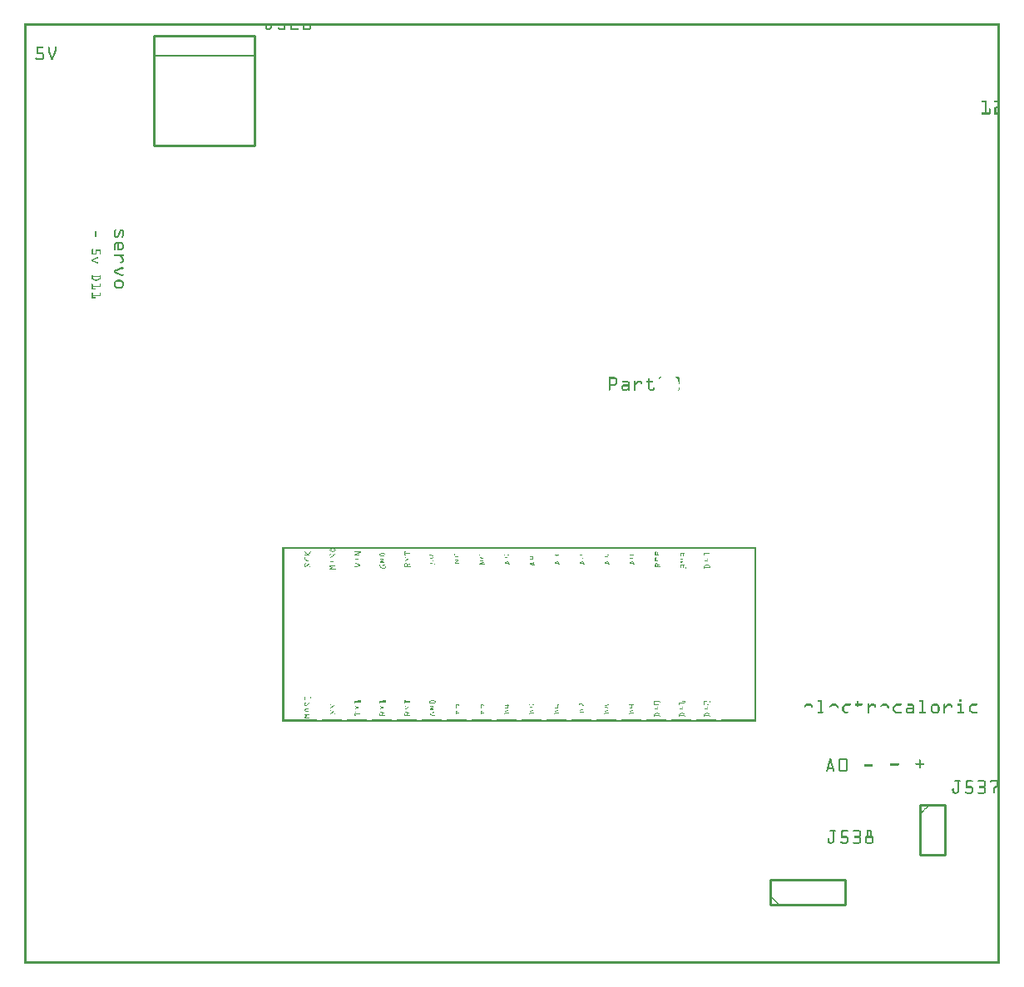
<source format=gto>
G04 MADE WITH FRITZING*
G04 WWW.FRITZING.ORG*
G04 DOUBLE SIDED*
G04 HOLES PLATED*
G04 CONTOUR ON CENTER OF CONTOUR VECTOR*
%ASAXBY*%
%FSLAX23Y23*%
%MOIN*%
%OFA0B0*%
%SFA1.0B1.0*%
%ADD10C,0.010000*%
%ADD11C,0.005000*%
%ADD12R,0.001000X0.001000*%
%LNSILK1*%
G90*
G70*
G54D10*
X519Y3281D02*
X923Y3281D01*
D02*
X923Y3281D02*
X923Y3721D01*
D02*
X923Y3721D02*
X519Y3721D01*
D02*
X519Y3721D02*
X519Y3281D01*
G54D11*
D02*
X923Y3641D02*
X519Y3641D01*
G54D10*
D02*
X3590Y635D02*
X3590Y435D01*
D02*
X3590Y435D02*
X3690Y435D01*
D02*
X3690Y435D02*
X3690Y635D01*
D02*
X3690Y635D02*
X3590Y635D01*
D02*
X2990Y235D02*
X3290Y235D01*
D02*
X3290Y235D02*
X3290Y335D01*
D02*
X3290Y335D02*
X2990Y335D01*
D02*
X2990Y335D02*
X2990Y235D01*
G54D12*
X1Y3768D02*
X3908Y3768D01*
X1Y3767D02*
X3908Y3767D01*
X1Y3766D02*
X3908Y3766D01*
X1Y3765D02*
X3908Y3765D01*
X1Y3764D02*
X3908Y3764D01*
X1Y3763D02*
X3908Y3763D01*
X1Y3762D02*
X3908Y3762D01*
X1Y3761D02*
X3908Y3761D01*
X1Y3760D02*
X8Y3760D01*
X965Y3760D02*
X971Y3760D01*
X986Y3760D02*
X992Y3760D01*
X1041Y3760D02*
X1047Y3760D01*
X1065Y3760D02*
X1071Y3760D01*
X1115Y3760D02*
X1121Y3760D01*
X1143Y3760D02*
X1149Y3760D01*
X3901Y3760D02*
X3908Y3760D01*
X1Y3759D02*
X8Y3759D01*
X965Y3759D02*
X971Y3759D01*
X986Y3759D02*
X992Y3759D01*
X1041Y3759D02*
X1047Y3759D01*
X1065Y3759D02*
X1071Y3759D01*
X1115Y3759D02*
X1121Y3759D01*
X1143Y3759D02*
X1149Y3759D01*
X3901Y3759D02*
X3908Y3759D01*
X1Y3758D02*
X8Y3758D01*
X965Y3758D02*
X971Y3758D01*
X986Y3758D02*
X992Y3758D01*
X1041Y3758D02*
X1047Y3758D01*
X1065Y3758D02*
X1071Y3758D01*
X1115Y3758D02*
X1121Y3758D01*
X1143Y3758D02*
X1149Y3758D01*
X3901Y3758D02*
X3908Y3758D01*
X1Y3757D02*
X8Y3757D01*
X965Y3757D02*
X971Y3757D01*
X986Y3757D02*
X992Y3757D01*
X1041Y3757D02*
X1047Y3757D01*
X1065Y3757D02*
X1071Y3757D01*
X1115Y3757D02*
X1121Y3757D01*
X1143Y3757D02*
X1149Y3757D01*
X3901Y3757D02*
X3908Y3757D01*
X1Y3756D02*
X8Y3756D01*
X965Y3756D02*
X971Y3756D01*
X986Y3756D02*
X992Y3756D01*
X1041Y3756D02*
X1047Y3756D01*
X1065Y3756D02*
X1071Y3756D01*
X1115Y3756D02*
X1121Y3756D01*
X1143Y3756D02*
X1149Y3756D01*
X3901Y3756D02*
X3908Y3756D01*
X1Y3755D02*
X8Y3755D01*
X965Y3755D02*
X971Y3755D01*
X986Y3755D02*
X992Y3755D01*
X1041Y3755D02*
X1047Y3755D01*
X1065Y3755D02*
X1071Y3755D01*
X1115Y3755D02*
X1121Y3755D01*
X1143Y3755D02*
X1149Y3755D01*
X3901Y3755D02*
X3908Y3755D01*
X1Y3754D02*
X8Y3754D01*
X965Y3754D02*
X971Y3754D01*
X986Y3754D02*
X992Y3754D01*
X1041Y3754D02*
X1047Y3754D01*
X1065Y3754D02*
X1071Y3754D01*
X1115Y3754D02*
X1121Y3754D01*
X1143Y3754D02*
X1149Y3754D01*
X3901Y3754D02*
X3908Y3754D01*
X1Y3753D02*
X8Y3753D01*
X965Y3753D02*
X971Y3753D01*
X986Y3753D02*
X992Y3753D01*
X1041Y3753D02*
X1047Y3753D01*
X1065Y3753D02*
X1071Y3753D01*
X1115Y3753D02*
X1121Y3753D01*
X1143Y3753D02*
X1149Y3753D01*
X3901Y3753D02*
X3908Y3753D01*
X1Y3752D02*
X8Y3752D01*
X965Y3752D02*
X972Y3752D01*
X985Y3752D02*
X992Y3752D01*
X1019Y3752D02*
X1020Y3752D01*
X1041Y3752D02*
X1047Y3752D01*
X1065Y3752D02*
X1071Y3752D01*
X1115Y3752D02*
X1121Y3752D01*
X1143Y3752D02*
X1149Y3752D01*
X3901Y3752D02*
X3908Y3752D01*
X1Y3751D02*
X8Y3751D01*
X965Y3751D02*
X972Y3751D01*
X984Y3751D02*
X991Y3751D01*
X1017Y3751D02*
X1022Y3751D01*
X1041Y3751D02*
X1047Y3751D01*
X1065Y3751D02*
X1071Y3751D01*
X1115Y3751D02*
X1121Y3751D01*
X1143Y3751D02*
X1149Y3751D01*
X3901Y3751D02*
X3908Y3751D01*
X1Y3750D02*
X8Y3750D01*
X965Y3750D02*
X991Y3750D01*
X1017Y3750D02*
X1047Y3750D01*
X1065Y3750D02*
X1095Y3750D01*
X1115Y3750D02*
X1149Y3750D01*
X3901Y3750D02*
X3908Y3750D01*
X1Y3749D02*
X8Y3749D01*
X966Y3749D02*
X991Y3749D01*
X1016Y3749D02*
X1047Y3749D01*
X1065Y3749D02*
X1098Y3749D01*
X1116Y3749D02*
X1149Y3749D01*
X3901Y3749D02*
X3908Y3749D01*
X1Y3748D02*
X8Y3748D01*
X966Y3748D02*
X990Y3748D01*
X1017Y3748D02*
X1047Y3748D01*
X1065Y3748D02*
X1098Y3748D01*
X1116Y3748D02*
X1149Y3748D01*
X3901Y3748D02*
X3908Y3748D01*
X1Y3747D02*
X8Y3747D01*
X967Y3747D02*
X989Y3747D01*
X1017Y3747D02*
X1046Y3747D01*
X1065Y3747D02*
X1099Y3747D01*
X1116Y3747D02*
X1148Y3747D01*
X3901Y3747D02*
X3908Y3747D01*
X1Y3746D02*
X8Y3746D01*
X968Y3746D02*
X988Y3746D01*
X1018Y3746D02*
X1046Y3746D01*
X1065Y3746D02*
X1099Y3746D01*
X1117Y3746D02*
X1148Y3746D01*
X3901Y3746D02*
X3908Y3746D01*
X1Y3745D02*
X8Y3745D01*
X969Y3745D02*
X987Y3745D01*
X1019Y3745D02*
X1045Y3745D01*
X1065Y3745D02*
X1098Y3745D01*
X1118Y3745D02*
X1147Y3745D01*
X3901Y3745D02*
X3908Y3745D01*
X1Y3744D02*
X8Y3744D01*
X971Y3744D02*
X985Y3744D01*
X1021Y3744D02*
X1044Y3744D01*
X1065Y3744D02*
X1098Y3744D01*
X1119Y3744D02*
X1145Y3744D01*
X3901Y3744D02*
X3908Y3744D01*
X1Y3743D02*
X8Y3743D01*
X3901Y3743D02*
X3908Y3743D01*
X1Y3742D02*
X8Y3742D01*
X3901Y3742D02*
X3908Y3742D01*
X1Y3741D02*
X8Y3741D01*
X3901Y3741D02*
X3908Y3741D01*
X1Y3740D02*
X8Y3740D01*
X3901Y3740D02*
X3908Y3740D01*
X1Y3739D02*
X8Y3739D01*
X3901Y3739D02*
X3908Y3739D01*
X1Y3738D02*
X8Y3738D01*
X3901Y3738D02*
X3908Y3738D01*
X1Y3737D02*
X8Y3737D01*
X3901Y3737D02*
X3908Y3737D01*
X1Y3736D02*
X8Y3736D01*
X3901Y3736D02*
X3908Y3736D01*
X1Y3735D02*
X8Y3735D01*
X3901Y3735D02*
X3908Y3735D01*
X1Y3734D02*
X8Y3734D01*
X3901Y3734D02*
X3908Y3734D01*
X1Y3733D02*
X8Y3733D01*
X3901Y3733D02*
X3908Y3733D01*
X1Y3732D02*
X8Y3732D01*
X3901Y3732D02*
X3908Y3732D01*
X1Y3731D02*
X8Y3731D01*
X3901Y3731D02*
X3908Y3731D01*
X1Y3730D02*
X8Y3730D01*
X3901Y3730D02*
X3908Y3730D01*
X1Y3729D02*
X8Y3729D01*
X3901Y3729D02*
X3908Y3729D01*
X1Y3728D02*
X8Y3728D01*
X3901Y3728D02*
X3908Y3728D01*
X1Y3727D02*
X8Y3727D01*
X3901Y3727D02*
X3908Y3727D01*
X1Y3726D02*
X8Y3726D01*
X3901Y3726D02*
X3908Y3726D01*
X1Y3725D02*
X8Y3725D01*
X3901Y3725D02*
X3908Y3725D01*
X1Y3724D02*
X8Y3724D01*
X3901Y3724D02*
X3908Y3724D01*
X1Y3723D02*
X8Y3723D01*
X3901Y3723D02*
X3908Y3723D01*
X1Y3722D02*
X8Y3722D01*
X3901Y3722D02*
X3908Y3722D01*
X1Y3721D02*
X8Y3721D01*
X3901Y3721D02*
X3908Y3721D01*
X1Y3720D02*
X8Y3720D01*
X3901Y3720D02*
X3908Y3720D01*
X1Y3719D02*
X8Y3719D01*
X3901Y3719D02*
X3908Y3719D01*
X1Y3718D02*
X8Y3718D01*
X3901Y3718D02*
X3908Y3718D01*
X1Y3717D02*
X8Y3717D01*
X3901Y3717D02*
X3908Y3717D01*
X1Y3716D02*
X8Y3716D01*
X3901Y3716D02*
X3908Y3716D01*
X1Y3715D02*
X8Y3715D01*
X3901Y3715D02*
X3908Y3715D01*
X1Y3714D02*
X8Y3714D01*
X3901Y3714D02*
X3908Y3714D01*
X1Y3713D02*
X8Y3713D01*
X3901Y3713D02*
X3908Y3713D01*
X1Y3712D02*
X8Y3712D01*
X3901Y3712D02*
X3908Y3712D01*
X1Y3711D02*
X8Y3711D01*
X3901Y3711D02*
X3908Y3711D01*
X1Y3710D02*
X8Y3710D01*
X3901Y3710D02*
X3908Y3710D01*
X1Y3709D02*
X8Y3709D01*
X3901Y3709D02*
X3908Y3709D01*
X1Y3708D02*
X8Y3708D01*
X3901Y3708D02*
X3908Y3708D01*
X1Y3707D02*
X8Y3707D01*
X3901Y3707D02*
X3908Y3707D01*
X1Y3706D02*
X8Y3706D01*
X3901Y3706D02*
X3908Y3706D01*
X1Y3705D02*
X8Y3705D01*
X3901Y3705D02*
X3908Y3705D01*
X1Y3704D02*
X8Y3704D01*
X3901Y3704D02*
X3908Y3704D01*
X1Y3703D02*
X8Y3703D01*
X3901Y3703D02*
X3908Y3703D01*
X1Y3702D02*
X8Y3702D01*
X3901Y3702D02*
X3908Y3702D01*
X1Y3701D02*
X8Y3701D01*
X3901Y3701D02*
X3908Y3701D01*
X1Y3700D02*
X8Y3700D01*
X3901Y3700D02*
X3908Y3700D01*
X1Y3699D02*
X8Y3699D01*
X3901Y3699D02*
X3908Y3699D01*
X1Y3698D02*
X8Y3698D01*
X3901Y3698D02*
X3908Y3698D01*
X1Y3697D02*
X8Y3697D01*
X3901Y3697D02*
X3908Y3697D01*
X1Y3696D02*
X8Y3696D01*
X3901Y3696D02*
X3908Y3696D01*
X1Y3695D02*
X8Y3695D01*
X3901Y3695D02*
X3908Y3695D01*
X1Y3694D02*
X8Y3694D01*
X3901Y3694D02*
X3908Y3694D01*
X1Y3693D02*
X8Y3693D01*
X3901Y3693D02*
X3908Y3693D01*
X1Y3692D02*
X8Y3692D01*
X3901Y3692D02*
X3908Y3692D01*
X1Y3691D02*
X8Y3691D01*
X3901Y3691D02*
X3908Y3691D01*
X1Y3690D02*
X8Y3690D01*
X3901Y3690D02*
X3908Y3690D01*
X1Y3689D02*
X8Y3689D01*
X3901Y3689D02*
X3908Y3689D01*
X1Y3688D02*
X8Y3688D01*
X3901Y3688D02*
X3908Y3688D01*
X1Y3687D02*
X8Y3687D01*
X3901Y3687D02*
X3908Y3687D01*
X1Y3686D02*
X8Y3686D01*
X3901Y3686D02*
X3908Y3686D01*
X1Y3685D02*
X8Y3685D01*
X3901Y3685D02*
X3908Y3685D01*
X1Y3684D02*
X8Y3684D01*
X3901Y3684D02*
X3908Y3684D01*
X1Y3683D02*
X8Y3683D01*
X3901Y3683D02*
X3908Y3683D01*
X1Y3682D02*
X8Y3682D01*
X3901Y3682D02*
X3908Y3682D01*
X1Y3681D02*
X8Y3681D01*
X3901Y3681D02*
X3908Y3681D01*
X1Y3680D02*
X8Y3680D01*
X3901Y3680D02*
X3908Y3680D01*
X1Y3679D02*
X8Y3679D01*
X3901Y3679D02*
X3908Y3679D01*
X1Y3678D02*
X8Y3678D01*
X3901Y3678D02*
X3908Y3678D01*
X1Y3677D02*
X8Y3677D01*
X3901Y3677D02*
X3908Y3677D01*
X1Y3676D02*
X8Y3676D01*
X51Y3676D02*
X75Y3676D01*
X97Y3676D02*
X98Y3676D01*
X125Y3676D02*
X126Y3676D01*
X3901Y3676D02*
X3908Y3676D01*
X1Y3675D02*
X8Y3675D01*
X51Y3675D02*
X77Y3675D01*
X96Y3675D02*
X100Y3675D01*
X124Y3675D02*
X128Y3675D01*
X3901Y3675D02*
X3908Y3675D01*
X1Y3674D02*
X8Y3674D01*
X51Y3674D02*
X78Y3674D01*
X95Y3674D02*
X100Y3674D01*
X123Y3674D02*
X128Y3674D01*
X3901Y3674D02*
X3908Y3674D01*
X1Y3673D02*
X8Y3673D01*
X51Y3673D02*
X78Y3673D01*
X95Y3673D02*
X101Y3673D01*
X123Y3673D02*
X129Y3673D01*
X3901Y3673D02*
X3908Y3673D01*
X1Y3672D02*
X8Y3672D01*
X51Y3672D02*
X78Y3672D01*
X95Y3672D02*
X101Y3672D01*
X123Y3672D02*
X129Y3672D01*
X3901Y3672D02*
X3908Y3672D01*
X1Y3671D02*
X8Y3671D01*
X51Y3671D02*
X77Y3671D01*
X95Y3671D02*
X101Y3671D01*
X123Y3671D02*
X129Y3671D01*
X3901Y3671D02*
X3908Y3671D01*
X1Y3670D02*
X8Y3670D01*
X51Y3670D02*
X77Y3670D01*
X95Y3670D02*
X101Y3670D01*
X123Y3670D02*
X129Y3670D01*
X3901Y3670D02*
X3908Y3670D01*
X1Y3669D02*
X8Y3669D01*
X51Y3669D02*
X57Y3669D01*
X95Y3669D02*
X101Y3669D01*
X123Y3669D02*
X129Y3669D01*
X3901Y3669D02*
X3908Y3669D01*
X1Y3668D02*
X8Y3668D01*
X51Y3668D02*
X57Y3668D01*
X95Y3668D02*
X101Y3668D01*
X123Y3668D02*
X129Y3668D01*
X3901Y3668D02*
X3908Y3668D01*
X1Y3667D02*
X8Y3667D01*
X51Y3667D02*
X57Y3667D01*
X95Y3667D02*
X101Y3667D01*
X123Y3667D02*
X129Y3667D01*
X3901Y3667D02*
X3908Y3667D01*
X1Y3666D02*
X8Y3666D01*
X51Y3666D02*
X57Y3666D01*
X95Y3666D02*
X101Y3666D01*
X123Y3666D02*
X129Y3666D01*
X3901Y3666D02*
X3908Y3666D01*
X1Y3665D02*
X8Y3665D01*
X51Y3665D02*
X57Y3665D01*
X95Y3665D02*
X101Y3665D01*
X123Y3665D02*
X129Y3665D01*
X3901Y3665D02*
X3908Y3665D01*
X1Y3664D02*
X8Y3664D01*
X51Y3664D02*
X57Y3664D01*
X95Y3664D02*
X101Y3664D01*
X123Y3664D02*
X129Y3664D01*
X3901Y3664D02*
X3908Y3664D01*
X1Y3663D02*
X8Y3663D01*
X51Y3663D02*
X57Y3663D01*
X95Y3663D02*
X101Y3663D01*
X123Y3663D02*
X129Y3663D01*
X3901Y3663D02*
X3908Y3663D01*
X1Y3662D02*
X8Y3662D01*
X51Y3662D02*
X57Y3662D01*
X95Y3662D02*
X101Y3662D01*
X123Y3662D02*
X129Y3662D01*
X3901Y3662D02*
X3908Y3662D01*
X1Y3661D02*
X8Y3661D01*
X51Y3661D02*
X57Y3661D01*
X95Y3661D02*
X101Y3661D01*
X122Y3661D02*
X129Y3661D01*
X3901Y3661D02*
X3908Y3661D01*
X1Y3660D02*
X8Y3660D01*
X51Y3660D02*
X57Y3660D01*
X95Y3660D02*
X101Y3660D01*
X122Y3660D02*
X129Y3660D01*
X3901Y3660D02*
X3908Y3660D01*
X1Y3659D02*
X8Y3659D01*
X51Y3659D02*
X57Y3659D01*
X95Y3659D02*
X102Y3659D01*
X122Y3659D02*
X128Y3659D01*
X3901Y3659D02*
X3908Y3659D01*
X1Y3658D02*
X8Y3658D01*
X51Y3658D02*
X57Y3658D01*
X95Y3658D02*
X102Y3658D01*
X121Y3658D02*
X128Y3658D01*
X3901Y3658D02*
X3908Y3658D01*
X1Y3657D02*
X8Y3657D01*
X51Y3657D02*
X57Y3657D01*
X96Y3657D02*
X102Y3657D01*
X121Y3657D02*
X128Y3657D01*
X3901Y3657D02*
X3908Y3657D01*
X1Y3656D02*
X8Y3656D01*
X51Y3656D02*
X57Y3656D01*
X96Y3656D02*
X103Y3656D01*
X121Y3656D02*
X127Y3656D01*
X3901Y3656D02*
X3908Y3656D01*
X1Y3655D02*
X8Y3655D01*
X51Y3655D02*
X57Y3655D01*
X97Y3655D02*
X103Y3655D01*
X120Y3655D02*
X127Y3655D01*
X3901Y3655D02*
X3908Y3655D01*
X1Y3654D02*
X8Y3654D01*
X51Y3654D02*
X57Y3654D01*
X97Y3654D02*
X104Y3654D01*
X120Y3654D02*
X126Y3654D01*
X3901Y3654D02*
X3908Y3654D01*
X1Y3653D02*
X8Y3653D01*
X51Y3653D02*
X57Y3653D01*
X97Y3653D02*
X104Y3653D01*
X119Y3653D02*
X126Y3653D01*
X3901Y3653D02*
X3908Y3653D01*
X1Y3652D02*
X8Y3652D01*
X51Y3652D02*
X73Y3652D01*
X98Y3652D02*
X104Y3652D01*
X119Y3652D02*
X126Y3652D01*
X3901Y3652D02*
X3908Y3652D01*
X1Y3651D02*
X8Y3651D01*
X51Y3651D02*
X75Y3651D01*
X98Y3651D02*
X105Y3651D01*
X119Y3651D02*
X125Y3651D01*
X3901Y3651D02*
X3908Y3651D01*
X1Y3650D02*
X8Y3650D01*
X51Y3650D02*
X76Y3650D01*
X99Y3650D02*
X105Y3650D01*
X118Y3650D02*
X125Y3650D01*
X3901Y3650D02*
X3908Y3650D01*
X1Y3649D02*
X8Y3649D01*
X51Y3649D02*
X77Y3649D01*
X99Y3649D02*
X106Y3649D01*
X118Y3649D02*
X124Y3649D01*
X3901Y3649D02*
X3908Y3649D01*
X1Y3648D02*
X8Y3648D01*
X51Y3648D02*
X77Y3648D01*
X99Y3648D02*
X106Y3648D01*
X117Y3648D02*
X124Y3648D01*
X3901Y3648D02*
X3908Y3648D01*
X1Y3647D02*
X8Y3647D01*
X51Y3647D02*
X78Y3647D01*
X100Y3647D02*
X106Y3647D01*
X117Y3647D02*
X124Y3647D01*
X3901Y3647D02*
X3908Y3647D01*
X1Y3646D02*
X8Y3646D01*
X51Y3646D02*
X78Y3646D01*
X100Y3646D02*
X107Y3646D01*
X117Y3646D02*
X123Y3646D01*
X3901Y3646D02*
X3908Y3646D01*
X1Y3645D02*
X8Y3645D01*
X72Y3645D02*
X78Y3645D01*
X101Y3645D02*
X107Y3645D01*
X116Y3645D02*
X123Y3645D01*
X3901Y3645D02*
X3908Y3645D01*
X1Y3644D02*
X8Y3644D01*
X72Y3644D02*
X78Y3644D01*
X101Y3644D02*
X108Y3644D01*
X116Y3644D02*
X122Y3644D01*
X3901Y3644D02*
X3908Y3644D01*
X1Y3643D02*
X8Y3643D01*
X72Y3643D02*
X78Y3643D01*
X101Y3643D02*
X108Y3643D01*
X115Y3643D02*
X122Y3643D01*
X3901Y3643D02*
X3908Y3643D01*
X1Y3642D02*
X8Y3642D01*
X72Y3642D02*
X78Y3642D01*
X102Y3642D02*
X108Y3642D01*
X115Y3642D02*
X122Y3642D01*
X3901Y3642D02*
X3908Y3642D01*
X1Y3641D02*
X8Y3641D01*
X72Y3641D02*
X78Y3641D01*
X102Y3641D02*
X109Y3641D01*
X115Y3641D02*
X121Y3641D01*
X3901Y3641D02*
X3908Y3641D01*
X1Y3640D02*
X8Y3640D01*
X72Y3640D02*
X78Y3640D01*
X102Y3640D02*
X109Y3640D01*
X114Y3640D02*
X121Y3640D01*
X3901Y3640D02*
X3908Y3640D01*
X1Y3639D02*
X8Y3639D01*
X72Y3639D02*
X78Y3639D01*
X103Y3639D02*
X110Y3639D01*
X114Y3639D02*
X121Y3639D01*
X3901Y3639D02*
X3908Y3639D01*
X1Y3638D02*
X8Y3638D01*
X72Y3638D02*
X78Y3638D01*
X103Y3638D02*
X110Y3638D01*
X113Y3638D02*
X120Y3638D01*
X3901Y3638D02*
X3908Y3638D01*
X1Y3637D02*
X8Y3637D01*
X72Y3637D02*
X78Y3637D01*
X104Y3637D02*
X110Y3637D01*
X113Y3637D02*
X120Y3637D01*
X3901Y3637D02*
X3908Y3637D01*
X1Y3636D02*
X8Y3636D01*
X72Y3636D02*
X78Y3636D01*
X104Y3636D02*
X111Y3636D01*
X113Y3636D02*
X119Y3636D01*
X3901Y3636D02*
X3908Y3636D01*
X1Y3635D02*
X8Y3635D01*
X72Y3635D02*
X78Y3635D01*
X104Y3635D02*
X119Y3635D01*
X3901Y3635D02*
X3908Y3635D01*
X1Y3634D02*
X8Y3634D01*
X72Y3634D02*
X78Y3634D01*
X105Y3634D02*
X119Y3634D01*
X3901Y3634D02*
X3908Y3634D01*
X1Y3633D02*
X8Y3633D01*
X72Y3633D02*
X78Y3633D01*
X105Y3633D02*
X118Y3633D01*
X3901Y3633D02*
X3908Y3633D01*
X1Y3632D02*
X8Y3632D01*
X72Y3632D02*
X78Y3632D01*
X106Y3632D02*
X118Y3632D01*
X3901Y3632D02*
X3908Y3632D01*
X1Y3631D02*
X8Y3631D01*
X46Y3631D02*
X48Y3631D01*
X72Y3631D02*
X78Y3631D01*
X106Y3631D02*
X117Y3631D01*
X3901Y3631D02*
X3908Y3631D01*
X1Y3630D02*
X8Y3630D01*
X45Y3630D02*
X50Y3630D01*
X72Y3630D02*
X78Y3630D01*
X106Y3630D02*
X117Y3630D01*
X3901Y3630D02*
X3908Y3630D01*
X1Y3629D02*
X8Y3629D01*
X44Y3629D02*
X53Y3629D01*
X72Y3629D02*
X78Y3629D01*
X107Y3629D02*
X117Y3629D01*
X3901Y3629D02*
X3908Y3629D01*
X1Y3628D02*
X8Y3628D01*
X44Y3628D02*
X78Y3628D01*
X107Y3628D02*
X116Y3628D01*
X3901Y3628D02*
X3908Y3628D01*
X1Y3627D02*
X8Y3627D01*
X44Y3627D02*
X78Y3627D01*
X107Y3627D02*
X116Y3627D01*
X3901Y3627D02*
X3908Y3627D01*
X1Y3626D02*
X8Y3626D01*
X44Y3626D02*
X77Y3626D01*
X108Y3626D02*
X115Y3626D01*
X3901Y3626D02*
X3908Y3626D01*
X1Y3625D02*
X8Y3625D01*
X45Y3625D02*
X77Y3625D01*
X108Y3625D02*
X115Y3625D01*
X3901Y3625D02*
X3908Y3625D01*
X1Y3624D02*
X8Y3624D01*
X47Y3624D02*
X76Y3624D01*
X109Y3624D02*
X115Y3624D01*
X3901Y3624D02*
X3908Y3624D01*
X1Y3623D02*
X8Y3623D01*
X49Y3623D02*
X75Y3623D01*
X109Y3623D02*
X114Y3623D01*
X3901Y3623D02*
X3908Y3623D01*
X1Y3622D02*
X8Y3622D01*
X52Y3622D02*
X74Y3622D01*
X110Y3622D02*
X113Y3622D01*
X3901Y3622D02*
X3908Y3622D01*
X1Y3621D02*
X8Y3621D01*
X3901Y3621D02*
X3908Y3621D01*
X1Y3620D02*
X8Y3620D01*
X3901Y3620D02*
X3908Y3620D01*
X1Y3619D02*
X8Y3619D01*
X3901Y3619D02*
X3908Y3619D01*
X1Y3618D02*
X8Y3618D01*
X3901Y3618D02*
X3908Y3618D01*
X1Y3617D02*
X8Y3617D01*
X3901Y3617D02*
X3908Y3617D01*
X1Y3616D02*
X8Y3616D01*
X3901Y3616D02*
X3908Y3616D01*
X1Y3615D02*
X8Y3615D01*
X3901Y3615D02*
X3908Y3615D01*
X1Y3614D02*
X8Y3614D01*
X3901Y3614D02*
X3908Y3614D01*
X1Y3613D02*
X8Y3613D01*
X3901Y3613D02*
X3908Y3613D01*
X1Y3612D02*
X8Y3612D01*
X3901Y3612D02*
X3908Y3612D01*
X1Y3611D02*
X8Y3611D01*
X3901Y3611D02*
X3908Y3611D01*
X1Y3610D02*
X8Y3610D01*
X3901Y3610D02*
X3908Y3610D01*
X1Y3609D02*
X8Y3609D01*
X3901Y3609D02*
X3908Y3609D01*
X1Y3608D02*
X8Y3608D01*
X3901Y3608D02*
X3908Y3608D01*
X1Y3607D02*
X8Y3607D01*
X3901Y3607D02*
X3908Y3607D01*
X1Y3606D02*
X8Y3606D01*
X3901Y3606D02*
X3908Y3606D01*
X1Y3605D02*
X8Y3605D01*
X3901Y3605D02*
X3908Y3605D01*
X1Y3604D02*
X8Y3604D01*
X3901Y3604D02*
X3908Y3604D01*
X1Y3603D02*
X8Y3603D01*
X3901Y3603D02*
X3908Y3603D01*
X1Y3602D02*
X8Y3602D01*
X3901Y3602D02*
X3908Y3602D01*
X1Y3601D02*
X8Y3601D01*
X3901Y3601D02*
X3908Y3601D01*
X1Y3600D02*
X8Y3600D01*
X3901Y3600D02*
X3908Y3600D01*
X1Y3599D02*
X8Y3599D01*
X3901Y3599D02*
X3908Y3599D01*
X1Y3598D02*
X8Y3598D01*
X3901Y3598D02*
X3908Y3598D01*
X1Y3597D02*
X8Y3597D01*
X3901Y3597D02*
X3908Y3597D01*
X1Y3596D02*
X8Y3596D01*
X3901Y3596D02*
X3908Y3596D01*
X1Y3595D02*
X8Y3595D01*
X3901Y3595D02*
X3908Y3595D01*
X1Y3594D02*
X8Y3594D01*
X3901Y3594D02*
X3908Y3594D01*
X1Y3593D02*
X8Y3593D01*
X3901Y3593D02*
X3908Y3593D01*
X1Y3592D02*
X8Y3592D01*
X3901Y3592D02*
X3908Y3592D01*
X1Y3591D02*
X8Y3591D01*
X3901Y3591D02*
X3908Y3591D01*
X1Y3590D02*
X8Y3590D01*
X3901Y3590D02*
X3908Y3590D01*
X1Y3589D02*
X8Y3589D01*
X3901Y3589D02*
X3908Y3589D01*
X1Y3588D02*
X8Y3588D01*
X3901Y3588D02*
X3908Y3588D01*
X1Y3587D02*
X8Y3587D01*
X3901Y3587D02*
X3908Y3587D01*
X1Y3586D02*
X8Y3586D01*
X3901Y3586D02*
X3908Y3586D01*
X1Y3585D02*
X8Y3585D01*
X3901Y3585D02*
X3908Y3585D01*
X1Y3584D02*
X8Y3584D01*
X3901Y3584D02*
X3908Y3584D01*
X1Y3583D02*
X8Y3583D01*
X3901Y3583D02*
X3908Y3583D01*
X1Y3582D02*
X8Y3582D01*
X3901Y3582D02*
X3908Y3582D01*
X1Y3581D02*
X8Y3581D01*
X3901Y3581D02*
X3908Y3581D01*
X1Y3580D02*
X8Y3580D01*
X3901Y3580D02*
X3908Y3580D01*
X1Y3579D02*
X8Y3579D01*
X3901Y3579D02*
X3908Y3579D01*
X1Y3578D02*
X8Y3578D01*
X3901Y3578D02*
X3908Y3578D01*
X1Y3577D02*
X8Y3577D01*
X3901Y3577D02*
X3908Y3577D01*
X1Y3576D02*
X8Y3576D01*
X3901Y3576D02*
X3908Y3576D01*
X1Y3575D02*
X8Y3575D01*
X3901Y3575D02*
X3908Y3575D01*
X1Y3574D02*
X8Y3574D01*
X3901Y3574D02*
X3908Y3574D01*
X1Y3573D02*
X8Y3573D01*
X3901Y3573D02*
X3908Y3573D01*
X1Y3572D02*
X8Y3572D01*
X3901Y3572D02*
X3908Y3572D01*
X1Y3571D02*
X8Y3571D01*
X3901Y3571D02*
X3908Y3571D01*
X1Y3570D02*
X8Y3570D01*
X3901Y3570D02*
X3908Y3570D01*
X1Y3569D02*
X8Y3569D01*
X3901Y3569D02*
X3908Y3569D01*
X1Y3568D02*
X8Y3568D01*
X3901Y3568D02*
X3908Y3568D01*
X1Y3567D02*
X8Y3567D01*
X3901Y3567D02*
X3908Y3567D01*
X1Y3566D02*
X8Y3566D01*
X3901Y3566D02*
X3908Y3566D01*
X1Y3565D02*
X8Y3565D01*
X3901Y3565D02*
X3908Y3565D01*
X1Y3564D02*
X8Y3564D01*
X3901Y3564D02*
X3908Y3564D01*
X1Y3563D02*
X8Y3563D01*
X3901Y3563D02*
X3908Y3563D01*
X1Y3562D02*
X8Y3562D01*
X3901Y3562D02*
X3908Y3562D01*
X1Y3561D02*
X8Y3561D01*
X3901Y3561D02*
X3908Y3561D01*
X1Y3560D02*
X8Y3560D01*
X3901Y3560D02*
X3908Y3560D01*
X1Y3559D02*
X8Y3559D01*
X3901Y3559D02*
X3908Y3559D01*
X1Y3558D02*
X8Y3558D01*
X3901Y3558D02*
X3908Y3558D01*
X1Y3557D02*
X8Y3557D01*
X3901Y3557D02*
X3908Y3557D01*
X1Y3556D02*
X8Y3556D01*
X3901Y3556D02*
X3908Y3556D01*
X1Y3555D02*
X8Y3555D01*
X3901Y3555D02*
X3908Y3555D01*
X1Y3554D02*
X8Y3554D01*
X3901Y3554D02*
X3908Y3554D01*
X1Y3553D02*
X8Y3553D01*
X3901Y3553D02*
X3908Y3553D01*
X1Y3552D02*
X8Y3552D01*
X3901Y3552D02*
X3908Y3552D01*
X1Y3551D02*
X8Y3551D01*
X3901Y3551D02*
X3908Y3551D01*
X1Y3550D02*
X8Y3550D01*
X3901Y3550D02*
X3908Y3550D01*
X1Y3549D02*
X8Y3549D01*
X3901Y3549D02*
X3908Y3549D01*
X1Y3548D02*
X8Y3548D01*
X3901Y3548D02*
X3908Y3548D01*
X1Y3547D02*
X8Y3547D01*
X3901Y3547D02*
X3908Y3547D01*
X1Y3546D02*
X8Y3546D01*
X3901Y3546D02*
X3908Y3546D01*
X1Y3545D02*
X8Y3545D01*
X3901Y3545D02*
X3908Y3545D01*
X1Y3544D02*
X8Y3544D01*
X3901Y3544D02*
X3908Y3544D01*
X1Y3543D02*
X8Y3543D01*
X3901Y3543D02*
X3908Y3543D01*
X1Y3542D02*
X8Y3542D01*
X3901Y3542D02*
X3908Y3542D01*
X1Y3541D02*
X8Y3541D01*
X3901Y3541D02*
X3908Y3541D01*
X1Y3540D02*
X8Y3540D01*
X3901Y3540D02*
X3908Y3540D01*
X1Y3539D02*
X8Y3539D01*
X3901Y3539D02*
X3908Y3539D01*
X1Y3538D02*
X8Y3538D01*
X3901Y3538D02*
X3908Y3538D01*
X1Y3537D02*
X8Y3537D01*
X3901Y3537D02*
X3908Y3537D01*
X1Y3536D02*
X8Y3536D01*
X3901Y3536D02*
X3908Y3536D01*
X1Y3535D02*
X8Y3535D01*
X3901Y3535D02*
X3908Y3535D01*
X1Y3534D02*
X8Y3534D01*
X3901Y3534D02*
X3908Y3534D01*
X1Y3533D02*
X8Y3533D01*
X3901Y3533D02*
X3908Y3533D01*
X1Y3532D02*
X8Y3532D01*
X3901Y3532D02*
X3908Y3532D01*
X1Y3531D02*
X8Y3531D01*
X3901Y3531D02*
X3908Y3531D01*
X1Y3530D02*
X8Y3530D01*
X3901Y3530D02*
X3908Y3530D01*
X1Y3529D02*
X8Y3529D01*
X3901Y3529D02*
X3908Y3529D01*
X1Y3528D02*
X8Y3528D01*
X3901Y3528D02*
X3908Y3528D01*
X1Y3527D02*
X8Y3527D01*
X3901Y3527D02*
X3908Y3527D01*
X1Y3526D02*
X8Y3526D01*
X3901Y3526D02*
X3908Y3526D01*
X1Y3525D02*
X8Y3525D01*
X3901Y3525D02*
X3908Y3525D01*
X1Y3524D02*
X8Y3524D01*
X3901Y3524D02*
X3908Y3524D01*
X1Y3523D02*
X8Y3523D01*
X3901Y3523D02*
X3908Y3523D01*
X1Y3522D02*
X8Y3522D01*
X3901Y3522D02*
X3908Y3522D01*
X1Y3521D02*
X8Y3521D01*
X3901Y3521D02*
X3908Y3521D01*
X1Y3520D02*
X8Y3520D01*
X3901Y3520D02*
X3908Y3520D01*
X1Y3519D02*
X8Y3519D01*
X3901Y3519D02*
X3908Y3519D01*
X1Y3518D02*
X8Y3518D01*
X3901Y3518D02*
X3908Y3518D01*
X1Y3517D02*
X8Y3517D01*
X3901Y3517D02*
X3908Y3517D01*
X1Y3516D02*
X8Y3516D01*
X3901Y3516D02*
X3908Y3516D01*
X1Y3515D02*
X8Y3515D01*
X3901Y3515D02*
X3908Y3515D01*
X1Y3514D02*
X8Y3514D01*
X3901Y3514D02*
X3908Y3514D01*
X1Y3513D02*
X8Y3513D01*
X3901Y3513D02*
X3908Y3513D01*
X1Y3512D02*
X8Y3512D01*
X3901Y3512D02*
X3908Y3512D01*
X1Y3511D02*
X8Y3511D01*
X3901Y3511D02*
X3908Y3511D01*
X1Y3510D02*
X8Y3510D01*
X3901Y3510D02*
X3908Y3510D01*
X1Y3509D02*
X8Y3509D01*
X3901Y3509D02*
X3908Y3509D01*
X1Y3508D02*
X8Y3508D01*
X3901Y3508D02*
X3908Y3508D01*
X1Y3507D02*
X8Y3507D01*
X3901Y3507D02*
X3908Y3507D01*
X1Y3506D02*
X8Y3506D01*
X3901Y3506D02*
X3908Y3506D01*
X1Y3505D02*
X8Y3505D01*
X3901Y3505D02*
X3908Y3505D01*
X1Y3504D02*
X8Y3504D01*
X3901Y3504D02*
X3908Y3504D01*
X1Y3503D02*
X8Y3503D01*
X3901Y3503D02*
X3908Y3503D01*
X1Y3502D02*
X8Y3502D01*
X3901Y3502D02*
X3908Y3502D01*
X1Y3501D02*
X8Y3501D01*
X3901Y3501D02*
X3908Y3501D01*
X1Y3500D02*
X8Y3500D01*
X3901Y3500D02*
X3908Y3500D01*
X1Y3499D02*
X8Y3499D01*
X3901Y3499D02*
X3908Y3499D01*
X1Y3498D02*
X8Y3498D01*
X3901Y3498D02*
X3908Y3498D01*
X1Y3497D02*
X8Y3497D01*
X3901Y3497D02*
X3908Y3497D01*
X1Y3496D02*
X8Y3496D01*
X3901Y3496D02*
X3908Y3496D01*
X1Y3495D02*
X8Y3495D01*
X3901Y3495D02*
X3908Y3495D01*
X1Y3494D02*
X8Y3494D01*
X3901Y3494D02*
X3908Y3494D01*
X1Y3493D02*
X8Y3493D01*
X3901Y3493D02*
X3908Y3493D01*
X1Y3492D02*
X8Y3492D01*
X3901Y3492D02*
X3908Y3492D01*
X1Y3491D02*
X8Y3491D01*
X3901Y3491D02*
X3908Y3491D01*
X1Y3490D02*
X8Y3490D01*
X3901Y3490D02*
X3908Y3490D01*
X1Y3489D02*
X8Y3489D01*
X3901Y3489D02*
X3908Y3489D01*
X1Y3488D02*
X8Y3488D01*
X3901Y3488D02*
X3908Y3488D01*
X1Y3487D02*
X8Y3487D01*
X3901Y3487D02*
X3908Y3487D01*
X1Y3486D02*
X8Y3486D01*
X3901Y3486D02*
X3908Y3486D01*
X1Y3485D02*
X8Y3485D01*
X3901Y3485D02*
X3908Y3485D01*
X1Y3484D02*
X8Y3484D01*
X3901Y3484D02*
X3908Y3484D01*
X1Y3483D02*
X8Y3483D01*
X3901Y3483D02*
X3908Y3483D01*
X1Y3482D02*
X8Y3482D01*
X3901Y3482D02*
X3908Y3482D01*
X1Y3481D02*
X8Y3481D01*
X3901Y3481D02*
X3908Y3481D01*
X1Y3480D02*
X8Y3480D01*
X3901Y3480D02*
X3908Y3480D01*
X1Y3479D02*
X8Y3479D01*
X3901Y3479D02*
X3908Y3479D01*
X1Y3478D02*
X8Y3478D01*
X3901Y3478D02*
X3908Y3478D01*
X1Y3477D02*
X8Y3477D01*
X3901Y3477D02*
X3908Y3477D01*
X1Y3476D02*
X8Y3476D01*
X3901Y3476D02*
X3908Y3476D01*
X1Y3475D02*
X8Y3475D01*
X3901Y3475D02*
X3908Y3475D01*
X1Y3474D02*
X8Y3474D01*
X3901Y3474D02*
X3908Y3474D01*
X1Y3473D02*
X8Y3473D01*
X3901Y3473D02*
X3908Y3473D01*
X1Y3472D02*
X8Y3472D01*
X3901Y3472D02*
X3908Y3472D01*
X1Y3471D02*
X8Y3471D01*
X3901Y3471D02*
X3908Y3471D01*
X1Y3470D02*
X8Y3470D01*
X3901Y3470D02*
X3908Y3470D01*
X1Y3469D02*
X8Y3469D01*
X3901Y3469D02*
X3908Y3469D01*
X1Y3468D02*
X8Y3468D01*
X3901Y3468D02*
X3908Y3468D01*
X1Y3467D02*
X8Y3467D01*
X3901Y3467D02*
X3908Y3467D01*
X1Y3466D02*
X8Y3466D01*
X3901Y3466D02*
X3908Y3466D01*
X1Y3465D02*
X8Y3465D01*
X3901Y3465D02*
X3908Y3465D01*
X1Y3464D02*
X8Y3464D01*
X3901Y3464D02*
X3908Y3464D01*
X1Y3463D02*
X8Y3463D01*
X3901Y3463D02*
X3908Y3463D01*
X1Y3462D02*
X8Y3462D01*
X3901Y3462D02*
X3908Y3462D01*
X1Y3461D02*
X8Y3461D01*
X3901Y3461D02*
X3908Y3461D01*
X1Y3460D02*
X8Y3460D01*
X3901Y3460D02*
X3908Y3460D01*
X1Y3459D02*
X8Y3459D01*
X3839Y3459D02*
X3857Y3459D01*
X3890Y3459D02*
X3910Y3459D01*
X1Y3458D02*
X8Y3458D01*
X3838Y3458D02*
X3857Y3458D01*
X3888Y3458D02*
X3910Y3458D01*
X1Y3457D02*
X8Y3457D01*
X3837Y3457D02*
X3857Y3457D01*
X3888Y3457D02*
X3910Y3457D01*
X1Y3456D02*
X8Y3456D01*
X3837Y3456D02*
X3857Y3456D01*
X3888Y3456D02*
X3910Y3456D01*
X1Y3455D02*
X8Y3455D01*
X3837Y3455D02*
X3857Y3455D01*
X3888Y3455D02*
X3910Y3455D01*
X1Y3454D02*
X8Y3454D01*
X3837Y3454D02*
X3857Y3454D01*
X3888Y3454D02*
X3910Y3454D01*
X1Y3453D02*
X8Y3453D01*
X3838Y3453D02*
X3857Y3453D01*
X3889Y3453D02*
X3910Y3453D01*
X1Y3452D02*
X8Y3452D01*
X3850Y3452D02*
X3857Y3452D01*
X3901Y3452D02*
X3908Y3452D01*
X1Y3451D02*
X8Y3451D01*
X3851Y3451D02*
X3857Y3451D01*
X3901Y3451D02*
X3908Y3451D01*
X1Y3450D02*
X8Y3450D01*
X3851Y3450D02*
X3857Y3450D01*
X3901Y3450D02*
X3908Y3450D01*
X1Y3449D02*
X8Y3449D01*
X3851Y3449D02*
X3857Y3449D01*
X3901Y3449D02*
X3908Y3449D01*
X1Y3448D02*
X8Y3448D01*
X3851Y3448D02*
X3857Y3448D01*
X3901Y3448D02*
X3908Y3448D01*
X1Y3447D02*
X8Y3447D01*
X3851Y3447D02*
X3857Y3447D01*
X3901Y3447D02*
X3908Y3447D01*
X1Y3446D02*
X8Y3446D01*
X3851Y3446D02*
X3857Y3446D01*
X3901Y3446D02*
X3908Y3446D01*
X1Y3445D02*
X8Y3445D01*
X3851Y3445D02*
X3857Y3445D01*
X3901Y3445D02*
X3908Y3445D01*
X1Y3444D02*
X8Y3444D01*
X3851Y3444D02*
X3857Y3444D01*
X3901Y3444D02*
X3908Y3444D01*
X1Y3443D02*
X8Y3443D01*
X3851Y3443D02*
X3857Y3443D01*
X3901Y3443D02*
X3908Y3443D01*
X1Y3442D02*
X8Y3442D01*
X3851Y3442D02*
X3857Y3442D01*
X3901Y3442D02*
X3908Y3442D01*
X1Y3441D02*
X8Y3441D01*
X3851Y3441D02*
X3857Y3441D01*
X3901Y3441D02*
X3908Y3441D01*
X1Y3440D02*
X8Y3440D01*
X3851Y3440D02*
X3857Y3440D01*
X3901Y3440D02*
X3908Y3440D01*
X1Y3439D02*
X8Y3439D01*
X3851Y3439D02*
X3857Y3439D01*
X3901Y3439D02*
X3908Y3439D01*
X1Y3438D02*
X8Y3438D01*
X3851Y3438D02*
X3857Y3438D01*
X3901Y3438D02*
X3908Y3438D01*
X1Y3437D02*
X8Y3437D01*
X3851Y3437D02*
X3857Y3437D01*
X3901Y3437D02*
X3908Y3437D01*
X1Y3436D02*
X8Y3436D01*
X3851Y3436D02*
X3857Y3436D01*
X3901Y3436D02*
X3908Y3436D01*
X1Y3435D02*
X8Y3435D01*
X3851Y3435D02*
X3857Y3435D01*
X3892Y3435D02*
X3910Y3435D01*
X1Y3434D02*
X8Y3434D01*
X3851Y3434D02*
X3857Y3434D01*
X3890Y3434D02*
X3910Y3434D01*
X1Y3433D02*
X8Y3433D01*
X3851Y3433D02*
X3857Y3433D01*
X3889Y3433D02*
X3910Y3433D01*
X1Y3432D02*
X8Y3432D01*
X3851Y3432D02*
X3857Y3432D01*
X3889Y3432D02*
X3910Y3432D01*
X1Y3431D02*
X8Y3431D01*
X3851Y3431D02*
X3857Y3431D01*
X3888Y3431D02*
X3910Y3431D01*
X1Y3430D02*
X8Y3430D01*
X3851Y3430D02*
X3857Y3430D01*
X3888Y3430D02*
X3910Y3430D01*
X1Y3429D02*
X8Y3429D01*
X3851Y3429D02*
X3857Y3429D01*
X3866Y3429D02*
X3869Y3429D01*
X3888Y3429D02*
X3910Y3429D01*
X1Y3428D02*
X8Y3428D01*
X3851Y3428D02*
X3857Y3428D01*
X3865Y3428D02*
X3870Y3428D01*
X3888Y3428D02*
X3894Y3428D01*
X3901Y3428D02*
X3908Y3428D01*
X1Y3427D02*
X8Y3427D01*
X3851Y3427D02*
X3857Y3427D01*
X3865Y3427D02*
X3870Y3427D01*
X3888Y3427D02*
X3894Y3427D01*
X3901Y3427D02*
X3908Y3427D01*
X1Y3426D02*
X8Y3426D01*
X3851Y3426D02*
X3857Y3426D01*
X3865Y3426D02*
X3871Y3426D01*
X3888Y3426D02*
X3894Y3426D01*
X3901Y3426D02*
X3908Y3426D01*
X1Y3425D02*
X8Y3425D01*
X3851Y3425D02*
X3857Y3425D01*
X3865Y3425D02*
X3871Y3425D01*
X3888Y3425D02*
X3894Y3425D01*
X3901Y3425D02*
X3908Y3425D01*
X1Y3424D02*
X8Y3424D01*
X3851Y3424D02*
X3857Y3424D01*
X3865Y3424D02*
X3871Y3424D01*
X3888Y3424D02*
X3894Y3424D01*
X3901Y3424D02*
X3908Y3424D01*
X1Y3423D02*
X8Y3423D01*
X3851Y3423D02*
X3857Y3423D01*
X3865Y3423D02*
X3871Y3423D01*
X3888Y3423D02*
X3894Y3423D01*
X3901Y3423D02*
X3908Y3423D01*
X1Y3422D02*
X8Y3422D01*
X3851Y3422D02*
X3857Y3422D01*
X3865Y3422D02*
X3871Y3422D01*
X3888Y3422D02*
X3894Y3422D01*
X3901Y3422D02*
X3908Y3422D01*
X1Y3421D02*
X8Y3421D01*
X3851Y3421D02*
X3857Y3421D01*
X3865Y3421D02*
X3871Y3421D01*
X3888Y3421D02*
X3894Y3421D01*
X3901Y3421D02*
X3908Y3421D01*
X1Y3420D02*
X8Y3420D01*
X3851Y3420D02*
X3857Y3420D01*
X3865Y3420D02*
X3871Y3420D01*
X3888Y3420D02*
X3894Y3420D01*
X3901Y3420D02*
X3908Y3420D01*
X1Y3419D02*
X8Y3419D01*
X3851Y3419D02*
X3857Y3419D01*
X3865Y3419D02*
X3871Y3419D01*
X3888Y3419D02*
X3894Y3419D01*
X3901Y3419D02*
X3908Y3419D01*
X1Y3418D02*
X8Y3418D01*
X3851Y3418D02*
X3857Y3418D01*
X3865Y3418D02*
X3871Y3418D01*
X3888Y3418D02*
X3894Y3418D01*
X3901Y3418D02*
X3908Y3418D01*
X1Y3417D02*
X8Y3417D01*
X3851Y3417D02*
X3857Y3417D01*
X3865Y3417D02*
X3871Y3417D01*
X3888Y3417D02*
X3894Y3417D01*
X3901Y3417D02*
X3908Y3417D01*
X1Y3416D02*
X8Y3416D01*
X3851Y3416D02*
X3857Y3416D01*
X3865Y3416D02*
X3871Y3416D01*
X3888Y3416D02*
X3894Y3416D01*
X3901Y3416D02*
X3908Y3416D01*
X1Y3415D02*
X8Y3415D01*
X3851Y3415D02*
X3857Y3415D01*
X3865Y3415D02*
X3871Y3415D01*
X3888Y3415D02*
X3894Y3415D01*
X3901Y3415D02*
X3908Y3415D01*
X1Y3414D02*
X8Y3414D01*
X3851Y3414D02*
X3857Y3414D01*
X3865Y3414D02*
X3871Y3414D01*
X3888Y3414D02*
X3894Y3414D01*
X3901Y3414D02*
X3908Y3414D01*
X1Y3413D02*
X8Y3413D01*
X3851Y3413D02*
X3857Y3413D01*
X3865Y3413D02*
X3871Y3413D01*
X3888Y3413D02*
X3894Y3413D01*
X3901Y3413D02*
X3908Y3413D01*
X1Y3412D02*
X8Y3412D01*
X3851Y3412D02*
X3857Y3412D01*
X3865Y3412D02*
X3871Y3412D01*
X3888Y3412D02*
X3894Y3412D01*
X3901Y3412D02*
X3908Y3412D01*
X1Y3411D02*
X8Y3411D01*
X3838Y3411D02*
X3871Y3411D01*
X3888Y3411D02*
X3910Y3411D01*
X1Y3410D02*
X8Y3410D01*
X3837Y3410D02*
X3871Y3410D01*
X3888Y3410D02*
X3910Y3410D01*
X1Y3409D02*
X8Y3409D01*
X3837Y3409D02*
X3871Y3409D01*
X3888Y3409D02*
X3910Y3409D01*
X1Y3408D02*
X8Y3408D01*
X3837Y3408D02*
X3871Y3408D01*
X3888Y3408D02*
X3910Y3408D01*
X1Y3407D02*
X8Y3407D01*
X3837Y3407D02*
X3871Y3407D01*
X3888Y3407D02*
X3910Y3407D01*
X1Y3406D02*
X8Y3406D01*
X3837Y3406D02*
X3870Y3406D01*
X3888Y3406D02*
X3910Y3406D01*
X1Y3405D02*
X8Y3405D01*
X3838Y3405D02*
X3869Y3405D01*
X3888Y3405D02*
X3910Y3405D01*
X1Y3404D02*
X8Y3404D01*
X3901Y3404D02*
X3908Y3404D01*
X1Y3403D02*
X8Y3403D01*
X3901Y3403D02*
X3908Y3403D01*
X1Y3402D02*
X8Y3402D01*
X3901Y3402D02*
X3908Y3402D01*
X1Y3401D02*
X8Y3401D01*
X3901Y3401D02*
X3908Y3401D01*
X1Y3400D02*
X8Y3400D01*
X3901Y3400D02*
X3908Y3400D01*
X1Y3399D02*
X8Y3399D01*
X3901Y3399D02*
X3908Y3399D01*
X1Y3398D02*
X8Y3398D01*
X3901Y3398D02*
X3908Y3398D01*
X1Y3397D02*
X8Y3397D01*
X3901Y3397D02*
X3908Y3397D01*
X1Y3396D02*
X8Y3396D01*
X3901Y3396D02*
X3908Y3396D01*
X1Y3395D02*
X8Y3395D01*
X3901Y3395D02*
X3908Y3395D01*
X1Y3394D02*
X8Y3394D01*
X3901Y3394D02*
X3908Y3394D01*
X1Y3393D02*
X8Y3393D01*
X3901Y3393D02*
X3908Y3393D01*
X1Y3392D02*
X8Y3392D01*
X3901Y3392D02*
X3908Y3392D01*
X1Y3391D02*
X8Y3391D01*
X3901Y3391D02*
X3908Y3391D01*
X1Y3390D02*
X8Y3390D01*
X3901Y3390D02*
X3908Y3390D01*
X1Y3389D02*
X8Y3389D01*
X3901Y3389D02*
X3908Y3389D01*
X1Y3388D02*
X8Y3388D01*
X3901Y3388D02*
X3908Y3388D01*
X1Y3387D02*
X8Y3387D01*
X3901Y3387D02*
X3908Y3387D01*
X1Y3386D02*
X8Y3386D01*
X3901Y3386D02*
X3908Y3386D01*
X1Y3385D02*
X8Y3385D01*
X3901Y3385D02*
X3908Y3385D01*
X1Y3384D02*
X8Y3384D01*
X3901Y3384D02*
X3908Y3384D01*
X1Y3383D02*
X8Y3383D01*
X3901Y3383D02*
X3908Y3383D01*
X1Y3382D02*
X8Y3382D01*
X3901Y3382D02*
X3908Y3382D01*
X1Y3381D02*
X8Y3381D01*
X3901Y3381D02*
X3908Y3381D01*
X1Y3380D02*
X8Y3380D01*
X3901Y3380D02*
X3908Y3380D01*
X1Y3379D02*
X8Y3379D01*
X3901Y3379D02*
X3908Y3379D01*
X1Y3378D02*
X8Y3378D01*
X3901Y3378D02*
X3908Y3378D01*
X1Y3377D02*
X8Y3377D01*
X3901Y3377D02*
X3908Y3377D01*
X1Y3376D02*
X8Y3376D01*
X3901Y3376D02*
X3908Y3376D01*
X1Y3375D02*
X8Y3375D01*
X3901Y3375D02*
X3908Y3375D01*
X1Y3374D02*
X8Y3374D01*
X3901Y3374D02*
X3908Y3374D01*
X1Y3373D02*
X8Y3373D01*
X3901Y3373D02*
X3908Y3373D01*
X1Y3372D02*
X8Y3372D01*
X3901Y3372D02*
X3908Y3372D01*
X1Y3371D02*
X8Y3371D01*
X3901Y3371D02*
X3908Y3371D01*
X1Y3370D02*
X8Y3370D01*
X3901Y3370D02*
X3908Y3370D01*
X1Y3369D02*
X8Y3369D01*
X3901Y3369D02*
X3908Y3369D01*
X1Y3368D02*
X8Y3368D01*
X3901Y3368D02*
X3908Y3368D01*
X1Y3367D02*
X8Y3367D01*
X3901Y3367D02*
X3908Y3367D01*
X1Y3366D02*
X8Y3366D01*
X3901Y3366D02*
X3908Y3366D01*
X1Y3365D02*
X8Y3365D01*
X3901Y3365D02*
X3908Y3365D01*
X1Y3364D02*
X8Y3364D01*
X3901Y3364D02*
X3908Y3364D01*
X1Y3363D02*
X8Y3363D01*
X3901Y3363D02*
X3908Y3363D01*
X1Y3362D02*
X8Y3362D01*
X3901Y3362D02*
X3908Y3362D01*
X1Y3361D02*
X8Y3361D01*
X3901Y3361D02*
X3908Y3361D01*
X1Y3360D02*
X8Y3360D01*
X3901Y3360D02*
X3908Y3360D01*
X1Y3359D02*
X8Y3359D01*
X3901Y3359D02*
X3908Y3359D01*
X1Y3358D02*
X8Y3358D01*
X3901Y3358D02*
X3908Y3358D01*
X1Y3357D02*
X8Y3357D01*
X3901Y3357D02*
X3908Y3357D01*
X1Y3356D02*
X8Y3356D01*
X3901Y3356D02*
X3908Y3356D01*
X1Y3355D02*
X8Y3355D01*
X3901Y3355D02*
X3908Y3355D01*
X1Y3354D02*
X8Y3354D01*
X3901Y3354D02*
X3908Y3354D01*
X1Y3353D02*
X8Y3353D01*
X3901Y3353D02*
X3908Y3353D01*
X1Y3352D02*
X8Y3352D01*
X3901Y3352D02*
X3908Y3352D01*
X1Y3351D02*
X8Y3351D01*
X3901Y3351D02*
X3908Y3351D01*
X1Y3350D02*
X8Y3350D01*
X3901Y3350D02*
X3908Y3350D01*
X1Y3349D02*
X8Y3349D01*
X3901Y3349D02*
X3908Y3349D01*
X1Y3348D02*
X8Y3348D01*
X3901Y3348D02*
X3908Y3348D01*
X1Y3347D02*
X8Y3347D01*
X3901Y3347D02*
X3908Y3347D01*
X1Y3346D02*
X8Y3346D01*
X3901Y3346D02*
X3908Y3346D01*
X1Y3345D02*
X8Y3345D01*
X3901Y3345D02*
X3908Y3345D01*
X1Y3344D02*
X8Y3344D01*
X3901Y3344D02*
X3908Y3344D01*
X1Y3343D02*
X8Y3343D01*
X3901Y3343D02*
X3908Y3343D01*
X1Y3342D02*
X8Y3342D01*
X3901Y3342D02*
X3908Y3342D01*
X1Y3341D02*
X8Y3341D01*
X3901Y3341D02*
X3908Y3341D01*
X1Y3340D02*
X8Y3340D01*
X3901Y3340D02*
X3908Y3340D01*
X1Y3339D02*
X8Y3339D01*
X3901Y3339D02*
X3908Y3339D01*
X1Y3338D02*
X8Y3338D01*
X3901Y3338D02*
X3908Y3338D01*
X1Y3337D02*
X8Y3337D01*
X3901Y3337D02*
X3908Y3337D01*
X1Y3336D02*
X8Y3336D01*
X3901Y3336D02*
X3908Y3336D01*
X1Y3335D02*
X8Y3335D01*
X3901Y3335D02*
X3908Y3335D01*
X1Y3334D02*
X8Y3334D01*
X3901Y3334D02*
X3908Y3334D01*
X1Y3333D02*
X8Y3333D01*
X3901Y3333D02*
X3908Y3333D01*
X1Y3332D02*
X8Y3332D01*
X3901Y3332D02*
X3908Y3332D01*
X1Y3331D02*
X8Y3331D01*
X3901Y3331D02*
X3908Y3331D01*
X1Y3330D02*
X8Y3330D01*
X3901Y3330D02*
X3908Y3330D01*
X1Y3329D02*
X8Y3329D01*
X3901Y3329D02*
X3908Y3329D01*
X1Y3328D02*
X8Y3328D01*
X3901Y3328D02*
X3908Y3328D01*
X1Y3327D02*
X8Y3327D01*
X3901Y3327D02*
X3908Y3327D01*
X1Y3326D02*
X8Y3326D01*
X3901Y3326D02*
X3908Y3326D01*
X1Y3325D02*
X8Y3325D01*
X3901Y3325D02*
X3908Y3325D01*
X1Y3324D02*
X8Y3324D01*
X3901Y3324D02*
X3908Y3324D01*
X1Y3323D02*
X8Y3323D01*
X3901Y3323D02*
X3908Y3323D01*
X1Y3322D02*
X8Y3322D01*
X3901Y3322D02*
X3908Y3322D01*
X1Y3321D02*
X8Y3321D01*
X3901Y3321D02*
X3908Y3321D01*
X1Y3320D02*
X8Y3320D01*
X3901Y3320D02*
X3908Y3320D01*
X1Y3319D02*
X8Y3319D01*
X3901Y3319D02*
X3908Y3319D01*
X1Y3318D02*
X8Y3318D01*
X3901Y3318D02*
X3908Y3318D01*
X1Y3317D02*
X8Y3317D01*
X3901Y3317D02*
X3908Y3317D01*
X1Y3316D02*
X8Y3316D01*
X3901Y3316D02*
X3908Y3316D01*
X1Y3315D02*
X8Y3315D01*
X3901Y3315D02*
X3908Y3315D01*
X1Y3314D02*
X8Y3314D01*
X3901Y3314D02*
X3908Y3314D01*
X1Y3313D02*
X8Y3313D01*
X3901Y3313D02*
X3908Y3313D01*
X1Y3312D02*
X8Y3312D01*
X3901Y3312D02*
X3908Y3312D01*
X1Y3311D02*
X8Y3311D01*
X3901Y3311D02*
X3908Y3311D01*
X1Y3310D02*
X8Y3310D01*
X3901Y3310D02*
X3908Y3310D01*
X1Y3309D02*
X8Y3309D01*
X3901Y3309D02*
X3908Y3309D01*
X1Y3308D02*
X8Y3308D01*
X3901Y3308D02*
X3908Y3308D01*
X1Y3307D02*
X8Y3307D01*
X3901Y3307D02*
X3908Y3307D01*
X1Y3306D02*
X8Y3306D01*
X3901Y3306D02*
X3908Y3306D01*
X1Y3305D02*
X8Y3305D01*
X3901Y3305D02*
X3908Y3305D01*
X1Y3304D02*
X8Y3304D01*
X3901Y3304D02*
X3908Y3304D01*
X1Y3303D02*
X8Y3303D01*
X3901Y3303D02*
X3908Y3303D01*
X1Y3302D02*
X8Y3302D01*
X3901Y3302D02*
X3908Y3302D01*
X1Y3301D02*
X8Y3301D01*
X3901Y3301D02*
X3908Y3301D01*
X1Y3300D02*
X8Y3300D01*
X3901Y3300D02*
X3908Y3300D01*
X1Y3299D02*
X8Y3299D01*
X3901Y3299D02*
X3908Y3299D01*
X1Y3298D02*
X8Y3298D01*
X3901Y3298D02*
X3908Y3298D01*
X1Y3297D02*
X8Y3297D01*
X3901Y3297D02*
X3908Y3297D01*
X1Y3296D02*
X8Y3296D01*
X3901Y3296D02*
X3908Y3296D01*
X1Y3295D02*
X8Y3295D01*
X3901Y3295D02*
X3908Y3295D01*
X1Y3294D02*
X8Y3294D01*
X3901Y3294D02*
X3908Y3294D01*
X1Y3293D02*
X8Y3293D01*
X3901Y3293D02*
X3908Y3293D01*
X1Y3292D02*
X8Y3292D01*
X3901Y3292D02*
X3908Y3292D01*
X1Y3291D02*
X8Y3291D01*
X3901Y3291D02*
X3908Y3291D01*
X1Y3290D02*
X8Y3290D01*
X3901Y3290D02*
X3908Y3290D01*
X1Y3289D02*
X8Y3289D01*
X3901Y3289D02*
X3908Y3289D01*
X1Y3288D02*
X8Y3288D01*
X3901Y3288D02*
X3908Y3288D01*
X1Y3287D02*
X8Y3287D01*
X3901Y3287D02*
X3908Y3287D01*
X1Y3286D02*
X8Y3286D01*
X3901Y3286D02*
X3908Y3286D01*
X1Y3285D02*
X8Y3285D01*
X3901Y3285D02*
X3908Y3285D01*
X1Y3284D02*
X8Y3284D01*
X3901Y3284D02*
X3908Y3284D01*
X1Y3283D02*
X8Y3283D01*
X3901Y3283D02*
X3908Y3283D01*
X1Y3282D02*
X8Y3282D01*
X3901Y3282D02*
X3908Y3282D01*
X1Y3281D02*
X8Y3281D01*
X3901Y3281D02*
X3908Y3281D01*
X1Y3280D02*
X8Y3280D01*
X3901Y3280D02*
X3908Y3280D01*
X1Y3279D02*
X8Y3279D01*
X3901Y3279D02*
X3908Y3279D01*
X1Y3278D02*
X8Y3278D01*
X3901Y3278D02*
X3908Y3278D01*
X1Y3277D02*
X8Y3277D01*
X3901Y3277D02*
X3908Y3277D01*
X1Y3276D02*
X8Y3276D01*
X3901Y3276D02*
X3908Y3276D01*
X1Y3275D02*
X8Y3275D01*
X3901Y3275D02*
X3908Y3275D01*
X1Y3274D02*
X8Y3274D01*
X3901Y3274D02*
X3908Y3274D01*
X1Y3273D02*
X8Y3273D01*
X3901Y3273D02*
X3908Y3273D01*
X1Y3272D02*
X8Y3272D01*
X3901Y3272D02*
X3908Y3272D01*
X1Y3271D02*
X8Y3271D01*
X3901Y3271D02*
X3908Y3271D01*
X1Y3270D02*
X8Y3270D01*
X3901Y3270D02*
X3908Y3270D01*
X1Y3269D02*
X8Y3269D01*
X3901Y3269D02*
X3908Y3269D01*
X1Y3268D02*
X8Y3268D01*
X3901Y3268D02*
X3908Y3268D01*
X1Y3267D02*
X8Y3267D01*
X3901Y3267D02*
X3908Y3267D01*
X1Y3266D02*
X8Y3266D01*
X3901Y3266D02*
X3908Y3266D01*
X1Y3265D02*
X8Y3265D01*
X3901Y3265D02*
X3908Y3265D01*
X1Y3264D02*
X8Y3264D01*
X3901Y3264D02*
X3908Y3264D01*
X1Y3263D02*
X8Y3263D01*
X3901Y3263D02*
X3908Y3263D01*
X1Y3262D02*
X8Y3262D01*
X3901Y3262D02*
X3908Y3262D01*
X1Y3261D02*
X8Y3261D01*
X3901Y3261D02*
X3908Y3261D01*
X1Y3260D02*
X8Y3260D01*
X3901Y3260D02*
X3908Y3260D01*
X1Y3259D02*
X8Y3259D01*
X3901Y3259D02*
X3908Y3259D01*
X1Y3258D02*
X8Y3258D01*
X3901Y3258D02*
X3908Y3258D01*
X1Y3257D02*
X8Y3257D01*
X3901Y3257D02*
X3908Y3257D01*
X1Y3256D02*
X8Y3256D01*
X3901Y3256D02*
X3908Y3256D01*
X1Y3255D02*
X8Y3255D01*
X3901Y3255D02*
X3908Y3255D01*
X1Y3254D02*
X8Y3254D01*
X3901Y3254D02*
X3908Y3254D01*
X1Y3253D02*
X8Y3253D01*
X3901Y3253D02*
X3908Y3253D01*
X1Y3252D02*
X8Y3252D01*
X3901Y3252D02*
X3908Y3252D01*
X1Y3251D02*
X8Y3251D01*
X3901Y3251D02*
X3908Y3251D01*
X1Y3250D02*
X8Y3250D01*
X3901Y3250D02*
X3908Y3250D01*
X1Y3249D02*
X8Y3249D01*
X3901Y3249D02*
X3908Y3249D01*
X1Y3248D02*
X8Y3248D01*
X3901Y3248D02*
X3908Y3248D01*
X1Y3247D02*
X8Y3247D01*
X3901Y3247D02*
X3908Y3247D01*
X1Y3246D02*
X8Y3246D01*
X3901Y3246D02*
X3908Y3246D01*
X1Y3245D02*
X8Y3245D01*
X3901Y3245D02*
X3908Y3245D01*
X1Y3244D02*
X8Y3244D01*
X3901Y3244D02*
X3908Y3244D01*
X1Y3243D02*
X8Y3243D01*
X3901Y3243D02*
X3908Y3243D01*
X1Y3242D02*
X8Y3242D01*
X3901Y3242D02*
X3908Y3242D01*
X1Y3241D02*
X8Y3241D01*
X3901Y3241D02*
X3908Y3241D01*
X1Y3240D02*
X8Y3240D01*
X3901Y3240D02*
X3908Y3240D01*
X1Y3239D02*
X8Y3239D01*
X3901Y3239D02*
X3908Y3239D01*
X1Y3238D02*
X8Y3238D01*
X3901Y3238D02*
X3908Y3238D01*
X1Y3237D02*
X8Y3237D01*
X3901Y3237D02*
X3908Y3237D01*
X1Y3236D02*
X8Y3236D01*
X3901Y3236D02*
X3908Y3236D01*
X1Y3235D02*
X8Y3235D01*
X3901Y3235D02*
X3908Y3235D01*
X1Y3234D02*
X8Y3234D01*
X3901Y3234D02*
X3908Y3234D01*
X1Y3233D02*
X8Y3233D01*
X3901Y3233D02*
X3908Y3233D01*
X1Y3232D02*
X8Y3232D01*
X3901Y3232D02*
X3908Y3232D01*
X1Y3231D02*
X8Y3231D01*
X3901Y3231D02*
X3908Y3231D01*
X1Y3230D02*
X8Y3230D01*
X3901Y3230D02*
X3908Y3230D01*
X1Y3229D02*
X8Y3229D01*
X3901Y3229D02*
X3908Y3229D01*
X1Y3228D02*
X8Y3228D01*
X3901Y3228D02*
X3908Y3228D01*
X1Y3227D02*
X8Y3227D01*
X3901Y3227D02*
X3908Y3227D01*
X1Y3226D02*
X8Y3226D01*
X3901Y3226D02*
X3908Y3226D01*
X1Y3225D02*
X8Y3225D01*
X3901Y3225D02*
X3908Y3225D01*
X1Y3224D02*
X8Y3224D01*
X3901Y3224D02*
X3908Y3224D01*
X1Y3223D02*
X8Y3223D01*
X3901Y3223D02*
X3908Y3223D01*
X1Y3222D02*
X8Y3222D01*
X3901Y3222D02*
X3908Y3222D01*
X1Y3221D02*
X8Y3221D01*
X3901Y3221D02*
X3908Y3221D01*
X1Y3220D02*
X8Y3220D01*
X3901Y3220D02*
X3908Y3220D01*
X1Y3219D02*
X8Y3219D01*
X3901Y3219D02*
X3908Y3219D01*
X1Y3218D02*
X8Y3218D01*
X3901Y3218D02*
X3908Y3218D01*
X1Y3217D02*
X8Y3217D01*
X3901Y3217D02*
X3908Y3217D01*
X1Y3216D02*
X8Y3216D01*
X3901Y3216D02*
X3908Y3216D01*
X1Y3215D02*
X8Y3215D01*
X3901Y3215D02*
X3908Y3215D01*
X1Y3214D02*
X8Y3214D01*
X3901Y3214D02*
X3908Y3214D01*
X1Y3213D02*
X8Y3213D01*
X3901Y3213D02*
X3908Y3213D01*
X1Y3212D02*
X8Y3212D01*
X3901Y3212D02*
X3908Y3212D01*
X1Y3211D02*
X8Y3211D01*
X3901Y3211D02*
X3908Y3211D01*
X1Y3210D02*
X8Y3210D01*
X3901Y3210D02*
X3908Y3210D01*
X1Y3209D02*
X8Y3209D01*
X3901Y3209D02*
X3908Y3209D01*
X1Y3208D02*
X8Y3208D01*
X3901Y3208D02*
X3908Y3208D01*
X1Y3207D02*
X8Y3207D01*
X3901Y3207D02*
X3908Y3207D01*
X1Y3206D02*
X8Y3206D01*
X3901Y3206D02*
X3908Y3206D01*
X1Y3205D02*
X8Y3205D01*
X3901Y3205D02*
X3908Y3205D01*
X1Y3204D02*
X8Y3204D01*
X3901Y3204D02*
X3908Y3204D01*
X1Y3203D02*
X8Y3203D01*
X3901Y3203D02*
X3908Y3203D01*
X1Y3202D02*
X8Y3202D01*
X3901Y3202D02*
X3908Y3202D01*
X1Y3201D02*
X8Y3201D01*
X3901Y3201D02*
X3908Y3201D01*
X1Y3200D02*
X8Y3200D01*
X3901Y3200D02*
X3908Y3200D01*
X1Y3199D02*
X8Y3199D01*
X3901Y3199D02*
X3908Y3199D01*
X1Y3198D02*
X8Y3198D01*
X3901Y3198D02*
X3908Y3198D01*
X1Y3197D02*
X8Y3197D01*
X3901Y3197D02*
X3908Y3197D01*
X1Y3196D02*
X8Y3196D01*
X3901Y3196D02*
X3908Y3196D01*
X1Y3195D02*
X8Y3195D01*
X3901Y3195D02*
X3908Y3195D01*
X1Y3194D02*
X8Y3194D01*
X3901Y3194D02*
X3908Y3194D01*
X1Y3193D02*
X8Y3193D01*
X3901Y3193D02*
X3908Y3193D01*
X1Y3192D02*
X8Y3192D01*
X3901Y3192D02*
X3908Y3192D01*
X1Y3191D02*
X8Y3191D01*
X3901Y3191D02*
X3908Y3191D01*
X1Y3190D02*
X8Y3190D01*
X3901Y3190D02*
X3908Y3190D01*
X1Y3189D02*
X8Y3189D01*
X3901Y3189D02*
X3908Y3189D01*
X1Y3188D02*
X8Y3188D01*
X3901Y3188D02*
X3908Y3188D01*
X1Y3187D02*
X8Y3187D01*
X3901Y3187D02*
X3908Y3187D01*
X1Y3186D02*
X8Y3186D01*
X3901Y3186D02*
X3908Y3186D01*
X1Y3185D02*
X8Y3185D01*
X3901Y3185D02*
X3908Y3185D01*
X1Y3184D02*
X8Y3184D01*
X3901Y3184D02*
X3908Y3184D01*
X1Y3183D02*
X8Y3183D01*
X3901Y3183D02*
X3908Y3183D01*
X1Y3182D02*
X8Y3182D01*
X3901Y3182D02*
X3908Y3182D01*
X1Y3181D02*
X8Y3181D01*
X3901Y3181D02*
X3908Y3181D01*
X1Y3180D02*
X8Y3180D01*
X3901Y3180D02*
X3908Y3180D01*
X1Y3179D02*
X8Y3179D01*
X3901Y3179D02*
X3908Y3179D01*
X1Y3178D02*
X8Y3178D01*
X3901Y3178D02*
X3908Y3178D01*
X1Y3177D02*
X8Y3177D01*
X3901Y3177D02*
X3908Y3177D01*
X1Y3176D02*
X8Y3176D01*
X3901Y3176D02*
X3908Y3176D01*
X1Y3175D02*
X8Y3175D01*
X3901Y3175D02*
X3908Y3175D01*
X1Y3174D02*
X8Y3174D01*
X3901Y3174D02*
X3908Y3174D01*
X1Y3173D02*
X8Y3173D01*
X3901Y3173D02*
X3908Y3173D01*
X1Y3172D02*
X8Y3172D01*
X3901Y3172D02*
X3908Y3172D01*
X1Y3171D02*
X8Y3171D01*
X3901Y3171D02*
X3908Y3171D01*
X1Y3170D02*
X8Y3170D01*
X3901Y3170D02*
X3908Y3170D01*
X1Y3169D02*
X8Y3169D01*
X3901Y3169D02*
X3908Y3169D01*
X1Y3168D02*
X8Y3168D01*
X3901Y3168D02*
X3908Y3168D01*
X1Y3167D02*
X8Y3167D01*
X3901Y3167D02*
X3908Y3167D01*
X1Y3166D02*
X8Y3166D01*
X3901Y3166D02*
X3908Y3166D01*
X1Y3165D02*
X8Y3165D01*
X3901Y3165D02*
X3908Y3165D01*
X1Y3164D02*
X8Y3164D01*
X3901Y3164D02*
X3908Y3164D01*
X1Y3163D02*
X8Y3163D01*
X3901Y3163D02*
X3908Y3163D01*
X1Y3162D02*
X8Y3162D01*
X3901Y3162D02*
X3908Y3162D01*
X1Y3161D02*
X8Y3161D01*
X3901Y3161D02*
X3908Y3161D01*
X1Y3160D02*
X8Y3160D01*
X3901Y3160D02*
X3908Y3160D01*
X1Y3159D02*
X8Y3159D01*
X3901Y3159D02*
X3908Y3159D01*
X1Y3158D02*
X8Y3158D01*
X3901Y3158D02*
X3908Y3158D01*
X1Y3157D02*
X8Y3157D01*
X3901Y3157D02*
X3908Y3157D01*
X1Y3156D02*
X8Y3156D01*
X3901Y3156D02*
X3908Y3156D01*
X1Y3155D02*
X8Y3155D01*
X3901Y3155D02*
X3908Y3155D01*
X1Y3154D02*
X8Y3154D01*
X3901Y3154D02*
X3908Y3154D01*
X1Y3153D02*
X8Y3153D01*
X3901Y3153D02*
X3908Y3153D01*
X1Y3152D02*
X8Y3152D01*
X3901Y3152D02*
X3908Y3152D01*
X1Y3151D02*
X8Y3151D01*
X3901Y3151D02*
X3908Y3151D01*
X1Y3150D02*
X8Y3150D01*
X3901Y3150D02*
X3908Y3150D01*
X1Y3149D02*
X8Y3149D01*
X3901Y3149D02*
X3908Y3149D01*
X1Y3148D02*
X8Y3148D01*
X3901Y3148D02*
X3908Y3148D01*
X1Y3147D02*
X8Y3147D01*
X3901Y3147D02*
X3908Y3147D01*
X1Y3146D02*
X8Y3146D01*
X3901Y3146D02*
X3908Y3146D01*
X1Y3145D02*
X8Y3145D01*
X3901Y3145D02*
X3908Y3145D01*
X1Y3144D02*
X8Y3144D01*
X3901Y3144D02*
X3908Y3144D01*
X1Y3143D02*
X8Y3143D01*
X3901Y3143D02*
X3908Y3143D01*
X1Y3142D02*
X8Y3142D01*
X3901Y3142D02*
X3908Y3142D01*
X1Y3141D02*
X8Y3141D01*
X3901Y3141D02*
X3908Y3141D01*
X1Y3140D02*
X8Y3140D01*
X3901Y3140D02*
X3908Y3140D01*
X1Y3139D02*
X8Y3139D01*
X3901Y3139D02*
X3908Y3139D01*
X1Y3138D02*
X8Y3138D01*
X3901Y3138D02*
X3908Y3138D01*
X1Y3137D02*
X8Y3137D01*
X3901Y3137D02*
X3908Y3137D01*
X1Y3136D02*
X8Y3136D01*
X3901Y3136D02*
X3908Y3136D01*
X1Y3135D02*
X8Y3135D01*
X3901Y3135D02*
X3908Y3135D01*
X1Y3134D02*
X8Y3134D01*
X3901Y3134D02*
X3908Y3134D01*
X1Y3133D02*
X8Y3133D01*
X3901Y3133D02*
X3908Y3133D01*
X1Y3132D02*
X8Y3132D01*
X3901Y3132D02*
X3908Y3132D01*
X1Y3131D02*
X8Y3131D01*
X3901Y3131D02*
X3908Y3131D01*
X1Y3130D02*
X8Y3130D01*
X3901Y3130D02*
X3908Y3130D01*
X1Y3129D02*
X8Y3129D01*
X3901Y3129D02*
X3908Y3129D01*
X1Y3128D02*
X8Y3128D01*
X3901Y3128D02*
X3908Y3128D01*
X1Y3127D02*
X8Y3127D01*
X3901Y3127D02*
X3908Y3127D01*
X1Y3126D02*
X8Y3126D01*
X3901Y3126D02*
X3908Y3126D01*
X1Y3125D02*
X8Y3125D01*
X3901Y3125D02*
X3908Y3125D01*
X1Y3124D02*
X8Y3124D01*
X3901Y3124D02*
X3908Y3124D01*
X1Y3123D02*
X8Y3123D01*
X3901Y3123D02*
X3908Y3123D01*
X1Y3122D02*
X8Y3122D01*
X3901Y3122D02*
X3908Y3122D01*
X1Y3121D02*
X8Y3121D01*
X3901Y3121D02*
X3908Y3121D01*
X1Y3120D02*
X8Y3120D01*
X3901Y3120D02*
X3908Y3120D01*
X1Y3119D02*
X8Y3119D01*
X3901Y3119D02*
X3908Y3119D01*
X1Y3118D02*
X8Y3118D01*
X3901Y3118D02*
X3908Y3118D01*
X1Y3117D02*
X8Y3117D01*
X3901Y3117D02*
X3908Y3117D01*
X1Y3116D02*
X8Y3116D01*
X3901Y3116D02*
X3908Y3116D01*
X1Y3115D02*
X8Y3115D01*
X3901Y3115D02*
X3908Y3115D01*
X1Y3114D02*
X8Y3114D01*
X3901Y3114D02*
X3908Y3114D01*
X1Y3113D02*
X8Y3113D01*
X3901Y3113D02*
X3908Y3113D01*
X1Y3112D02*
X8Y3112D01*
X3901Y3112D02*
X3908Y3112D01*
X1Y3111D02*
X8Y3111D01*
X3901Y3111D02*
X3908Y3111D01*
X1Y3110D02*
X8Y3110D01*
X3901Y3110D02*
X3908Y3110D01*
X1Y3109D02*
X8Y3109D01*
X3901Y3109D02*
X3908Y3109D01*
X1Y3108D02*
X8Y3108D01*
X3901Y3108D02*
X3908Y3108D01*
X1Y3107D02*
X8Y3107D01*
X3901Y3107D02*
X3908Y3107D01*
X1Y3106D02*
X8Y3106D01*
X3901Y3106D02*
X3908Y3106D01*
X1Y3105D02*
X8Y3105D01*
X3901Y3105D02*
X3908Y3105D01*
X1Y3104D02*
X8Y3104D01*
X3901Y3104D02*
X3908Y3104D01*
X1Y3103D02*
X8Y3103D01*
X3901Y3103D02*
X3908Y3103D01*
X1Y3102D02*
X8Y3102D01*
X3901Y3102D02*
X3908Y3102D01*
X1Y3101D02*
X8Y3101D01*
X3901Y3101D02*
X3908Y3101D01*
X1Y3100D02*
X8Y3100D01*
X3901Y3100D02*
X3908Y3100D01*
X1Y3099D02*
X8Y3099D01*
X3901Y3099D02*
X3908Y3099D01*
X1Y3098D02*
X8Y3098D01*
X3901Y3098D02*
X3908Y3098D01*
X1Y3097D02*
X8Y3097D01*
X3901Y3097D02*
X3908Y3097D01*
X1Y3096D02*
X8Y3096D01*
X3901Y3096D02*
X3908Y3096D01*
X1Y3095D02*
X8Y3095D01*
X3901Y3095D02*
X3908Y3095D01*
X1Y3094D02*
X8Y3094D01*
X3901Y3094D02*
X3908Y3094D01*
X1Y3093D02*
X8Y3093D01*
X3901Y3093D02*
X3908Y3093D01*
X1Y3092D02*
X8Y3092D01*
X3901Y3092D02*
X3908Y3092D01*
X1Y3091D02*
X8Y3091D01*
X3901Y3091D02*
X3908Y3091D01*
X1Y3090D02*
X8Y3090D01*
X3901Y3090D02*
X3908Y3090D01*
X1Y3089D02*
X8Y3089D01*
X3901Y3089D02*
X3908Y3089D01*
X1Y3088D02*
X8Y3088D01*
X3901Y3088D02*
X3908Y3088D01*
X1Y3087D02*
X8Y3087D01*
X3901Y3087D02*
X3908Y3087D01*
X1Y3086D02*
X8Y3086D01*
X3901Y3086D02*
X3908Y3086D01*
X1Y3085D02*
X8Y3085D01*
X3901Y3085D02*
X3908Y3085D01*
X1Y3084D02*
X8Y3084D01*
X3901Y3084D02*
X3908Y3084D01*
X1Y3083D02*
X8Y3083D01*
X3901Y3083D02*
X3908Y3083D01*
X1Y3082D02*
X8Y3082D01*
X3901Y3082D02*
X3908Y3082D01*
X1Y3081D02*
X8Y3081D01*
X3901Y3081D02*
X3908Y3081D01*
X1Y3080D02*
X8Y3080D01*
X3901Y3080D02*
X3908Y3080D01*
X1Y3079D02*
X8Y3079D01*
X3901Y3079D02*
X3908Y3079D01*
X1Y3078D02*
X8Y3078D01*
X3901Y3078D02*
X3908Y3078D01*
X1Y3077D02*
X8Y3077D01*
X3901Y3077D02*
X3908Y3077D01*
X1Y3076D02*
X8Y3076D01*
X3901Y3076D02*
X3908Y3076D01*
X1Y3075D02*
X8Y3075D01*
X3901Y3075D02*
X3908Y3075D01*
X1Y3074D02*
X8Y3074D01*
X3901Y3074D02*
X3908Y3074D01*
X1Y3073D02*
X8Y3073D01*
X3901Y3073D02*
X3908Y3073D01*
X1Y3072D02*
X8Y3072D01*
X3901Y3072D02*
X3908Y3072D01*
X1Y3071D02*
X8Y3071D01*
X3901Y3071D02*
X3908Y3071D01*
X1Y3070D02*
X8Y3070D01*
X3901Y3070D02*
X3908Y3070D01*
X1Y3069D02*
X8Y3069D01*
X3901Y3069D02*
X3908Y3069D01*
X1Y3068D02*
X8Y3068D01*
X3901Y3068D02*
X3908Y3068D01*
X1Y3067D02*
X8Y3067D01*
X3901Y3067D02*
X3908Y3067D01*
X1Y3066D02*
X8Y3066D01*
X3901Y3066D02*
X3908Y3066D01*
X1Y3065D02*
X8Y3065D01*
X3901Y3065D02*
X3908Y3065D01*
X1Y3064D02*
X8Y3064D01*
X3901Y3064D02*
X3908Y3064D01*
X1Y3063D02*
X8Y3063D01*
X3901Y3063D02*
X3908Y3063D01*
X1Y3062D02*
X8Y3062D01*
X3901Y3062D02*
X3908Y3062D01*
X1Y3061D02*
X8Y3061D01*
X3901Y3061D02*
X3908Y3061D01*
X1Y3060D02*
X8Y3060D01*
X3901Y3060D02*
X3908Y3060D01*
X1Y3059D02*
X8Y3059D01*
X3901Y3059D02*
X3908Y3059D01*
X1Y3058D02*
X8Y3058D01*
X3901Y3058D02*
X3908Y3058D01*
X1Y3057D02*
X8Y3057D01*
X3901Y3057D02*
X3908Y3057D01*
X1Y3056D02*
X8Y3056D01*
X3901Y3056D02*
X3908Y3056D01*
X1Y3055D02*
X8Y3055D01*
X3901Y3055D02*
X3908Y3055D01*
X1Y3054D02*
X8Y3054D01*
X3901Y3054D02*
X3908Y3054D01*
X1Y3053D02*
X8Y3053D01*
X3901Y3053D02*
X3908Y3053D01*
X1Y3052D02*
X8Y3052D01*
X3901Y3052D02*
X3908Y3052D01*
X1Y3051D02*
X8Y3051D01*
X3901Y3051D02*
X3908Y3051D01*
X1Y3050D02*
X8Y3050D01*
X3901Y3050D02*
X3908Y3050D01*
X1Y3049D02*
X8Y3049D01*
X3901Y3049D02*
X3908Y3049D01*
X1Y3048D02*
X8Y3048D01*
X3901Y3048D02*
X3908Y3048D01*
X1Y3047D02*
X8Y3047D01*
X3901Y3047D02*
X3908Y3047D01*
X1Y3046D02*
X8Y3046D01*
X3901Y3046D02*
X3908Y3046D01*
X1Y3045D02*
X8Y3045D01*
X3901Y3045D02*
X3908Y3045D01*
X1Y3044D02*
X8Y3044D01*
X3901Y3044D02*
X3908Y3044D01*
X1Y3043D02*
X8Y3043D01*
X3901Y3043D02*
X3908Y3043D01*
X1Y3042D02*
X8Y3042D01*
X3901Y3042D02*
X3908Y3042D01*
X1Y3041D02*
X8Y3041D01*
X3901Y3041D02*
X3908Y3041D01*
X1Y3040D02*
X8Y3040D01*
X3901Y3040D02*
X3908Y3040D01*
X1Y3039D02*
X8Y3039D01*
X3901Y3039D02*
X3908Y3039D01*
X1Y3038D02*
X8Y3038D01*
X3901Y3038D02*
X3908Y3038D01*
X1Y3037D02*
X8Y3037D01*
X3901Y3037D02*
X3908Y3037D01*
X1Y3036D02*
X8Y3036D01*
X3901Y3036D02*
X3908Y3036D01*
X1Y3035D02*
X8Y3035D01*
X3901Y3035D02*
X3908Y3035D01*
X1Y3034D02*
X8Y3034D01*
X3901Y3034D02*
X3908Y3034D01*
X1Y3033D02*
X8Y3033D01*
X3901Y3033D02*
X3908Y3033D01*
X1Y3032D02*
X8Y3032D01*
X3901Y3032D02*
X3908Y3032D01*
X1Y3031D02*
X8Y3031D01*
X3901Y3031D02*
X3908Y3031D01*
X1Y3030D02*
X8Y3030D01*
X3901Y3030D02*
X3908Y3030D01*
X1Y3029D02*
X8Y3029D01*
X3901Y3029D02*
X3908Y3029D01*
X1Y3028D02*
X8Y3028D01*
X3901Y3028D02*
X3908Y3028D01*
X1Y3027D02*
X8Y3027D01*
X3901Y3027D02*
X3908Y3027D01*
X1Y3026D02*
X8Y3026D01*
X3901Y3026D02*
X3908Y3026D01*
X1Y3025D02*
X8Y3025D01*
X3901Y3025D02*
X3908Y3025D01*
X1Y3024D02*
X8Y3024D01*
X3901Y3024D02*
X3908Y3024D01*
X1Y3023D02*
X8Y3023D01*
X3901Y3023D02*
X3908Y3023D01*
X1Y3022D02*
X8Y3022D01*
X3901Y3022D02*
X3908Y3022D01*
X1Y3021D02*
X8Y3021D01*
X3901Y3021D02*
X3908Y3021D01*
X1Y3020D02*
X8Y3020D01*
X3901Y3020D02*
X3908Y3020D01*
X1Y3019D02*
X8Y3019D01*
X3901Y3019D02*
X3908Y3019D01*
X1Y3018D02*
X8Y3018D01*
X3901Y3018D02*
X3908Y3018D01*
X1Y3017D02*
X8Y3017D01*
X3901Y3017D02*
X3908Y3017D01*
X1Y3016D02*
X8Y3016D01*
X3901Y3016D02*
X3908Y3016D01*
X1Y3015D02*
X8Y3015D01*
X3901Y3015D02*
X3908Y3015D01*
X1Y3014D02*
X8Y3014D01*
X3901Y3014D02*
X3908Y3014D01*
X1Y3013D02*
X8Y3013D01*
X3901Y3013D02*
X3908Y3013D01*
X1Y3012D02*
X8Y3012D01*
X3901Y3012D02*
X3908Y3012D01*
X1Y3011D02*
X8Y3011D01*
X3901Y3011D02*
X3908Y3011D01*
X1Y3010D02*
X8Y3010D01*
X3901Y3010D02*
X3908Y3010D01*
X1Y3009D02*
X8Y3009D01*
X3901Y3009D02*
X3908Y3009D01*
X1Y3008D02*
X8Y3008D01*
X3901Y3008D02*
X3908Y3008D01*
X1Y3007D02*
X8Y3007D01*
X3901Y3007D02*
X3908Y3007D01*
X1Y3006D02*
X8Y3006D01*
X3901Y3006D02*
X3908Y3006D01*
X1Y3005D02*
X8Y3005D01*
X3901Y3005D02*
X3908Y3005D01*
X1Y3004D02*
X8Y3004D01*
X3901Y3004D02*
X3908Y3004D01*
X1Y3003D02*
X8Y3003D01*
X3901Y3003D02*
X3908Y3003D01*
X1Y3002D02*
X8Y3002D01*
X3901Y3002D02*
X3908Y3002D01*
X1Y3001D02*
X8Y3001D01*
X3901Y3001D02*
X3908Y3001D01*
X1Y3000D02*
X8Y3000D01*
X3901Y3000D02*
X3908Y3000D01*
X1Y2999D02*
X8Y2999D01*
X3901Y2999D02*
X3908Y2999D01*
X1Y2998D02*
X8Y2998D01*
X3901Y2998D02*
X3908Y2998D01*
X1Y2997D02*
X8Y2997D01*
X3901Y2997D02*
X3908Y2997D01*
X1Y2996D02*
X8Y2996D01*
X3901Y2996D02*
X3908Y2996D01*
X1Y2995D02*
X8Y2995D01*
X3901Y2995D02*
X3908Y2995D01*
X1Y2994D02*
X8Y2994D01*
X3901Y2994D02*
X3908Y2994D01*
X1Y2993D02*
X8Y2993D01*
X3901Y2993D02*
X3908Y2993D01*
X1Y2992D02*
X8Y2992D01*
X3901Y2992D02*
X3908Y2992D01*
X1Y2991D02*
X8Y2991D01*
X3901Y2991D02*
X3908Y2991D01*
X1Y2990D02*
X8Y2990D01*
X3901Y2990D02*
X3908Y2990D01*
X1Y2989D02*
X8Y2989D01*
X3901Y2989D02*
X3908Y2989D01*
X1Y2988D02*
X8Y2988D01*
X3901Y2988D02*
X3908Y2988D01*
X1Y2987D02*
X8Y2987D01*
X3901Y2987D02*
X3908Y2987D01*
X1Y2986D02*
X8Y2986D01*
X3901Y2986D02*
X3908Y2986D01*
X1Y2985D02*
X8Y2985D01*
X3901Y2985D02*
X3908Y2985D01*
X1Y2984D02*
X8Y2984D01*
X3901Y2984D02*
X3908Y2984D01*
X1Y2983D02*
X8Y2983D01*
X3901Y2983D02*
X3908Y2983D01*
X1Y2982D02*
X8Y2982D01*
X3901Y2982D02*
X3908Y2982D01*
X1Y2981D02*
X8Y2981D01*
X3901Y2981D02*
X3908Y2981D01*
X1Y2980D02*
X8Y2980D01*
X3901Y2980D02*
X3908Y2980D01*
X1Y2979D02*
X8Y2979D01*
X3901Y2979D02*
X3908Y2979D01*
X1Y2978D02*
X8Y2978D01*
X3901Y2978D02*
X3908Y2978D01*
X1Y2977D02*
X8Y2977D01*
X3901Y2977D02*
X3908Y2977D01*
X1Y2976D02*
X8Y2976D01*
X3901Y2976D02*
X3908Y2976D01*
X1Y2975D02*
X8Y2975D01*
X3901Y2975D02*
X3908Y2975D01*
X1Y2974D02*
X8Y2974D01*
X3901Y2974D02*
X3908Y2974D01*
X1Y2973D02*
X8Y2973D01*
X3901Y2973D02*
X3908Y2973D01*
X1Y2972D02*
X8Y2972D01*
X3901Y2972D02*
X3908Y2972D01*
X1Y2971D02*
X8Y2971D01*
X3901Y2971D02*
X3908Y2971D01*
X1Y2970D02*
X8Y2970D01*
X3901Y2970D02*
X3908Y2970D01*
X1Y2969D02*
X8Y2969D01*
X3901Y2969D02*
X3908Y2969D01*
X1Y2968D02*
X8Y2968D01*
X3901Y2968D02*
X3908Y2968D01*
X1Y2967D02*
X8Y2967D01*
X3901Y2967D02*
X3908Y2967D01*
X1Y2966D02*
X8Y2966D01*
X3901Y2966D02*
X3908Y2966D01*
X1Y2965D02*
X8Y2965D01*
X3901Y2965D02*
X3908Y2965D01*
X1Y2964D02*
X8Y2964D01*
X3901Y2964D02*
X3908Y2964D01*
X1Y2963D02*
X8Y2963D01*
X3901Y2963D02*
X3908Y2963D01*
X1Y2962D02*
X8Y2962D01*
X3901Y2962D02*
X3908Y2962D01*
X1Y2961D02*
X8Y2961D01*
X3901Y2961D02*
X3908Y2961D01*
X1Y2960D02*
X8Y2960D01*
X3901Y2960D02*
X3908Y2960D01*
X1Y2959D02*
X8Y2959D01*
X3901Y2959D02*
X3908Y2959D01*
X1Y2958D02*
X8Y2958D01*
X3901Y2958D02*
X3908Y2958D01*
X1Y2957D02*
X8Y2957D01*
X3901Y2957D02*
X3908Y2957D01*
X1Y2956D02*
X8Y2956D01*
X3901Y2956D02*
X3908Y2956D01*
X1Y2955D02*
X8Y2955D01*
X3901Y2955D02*
X3908Y2955D01*
X1Y2954D02*
X8Y2954D01*
X3901Y2954D02*
X3908Y2954D01*
X1Y2953D02*
X8Y2953D01*
X3901Y2953D02*
X3908Y2953D01*
X1Y2952D02*
X8Y2952D01*
X3901Y2952D02*
X3908Y2952D01*
X1Y2951D02*
X8Y2951D01*
X3901Y2951D02*
X3908Y2951D01*
X1Y2950D02*
X8Y2950D01*
X3901Y2950D02*
X3908Y2950D01*
X1Y2949D02*
X8Y2949D01*
X3901Y2949D02*
X3908Y2949D01*
X1Y2948D02*
X8Y2948D01*
X3901Y2948D02*
X3908Y2948D01*
X1Y2947D02*
X8Y2947D01*
X3901Y2947D02*
X3908Y2947D01*
X1Y2946D02*
X8Y2946D01*
X3901Y2946D02*
X3908Y2946D01*
X1Y2945D02*
X8Y2945D01*
X3901Y2945D02*
X3908Y2945D01*
X1Y2944D02*
X8Y2944D01*
X365Y2944D02*
X366Y2944D01*
X3901Y2944D02*
X3908Y2944D01*
X1Y2943D02*
X8Y2943D01*
X363Y2943D02*
X368Y2943D01*
X388Y2943D02*
X392Y2943D01*
X3901Y2943D02*
X3908Y2943D01*
X1Y2942D02*
X8Y2942D01*
X362Y2942D02*
X368Y2942D01*
X386Y2942D02*
X394Y2942D01*
X3901Y2942D02*
X3908Y2942D01*
X1Y2941D02*
X8Y2941D01*
X362Y2941D02*
X368Y2941D01*
X384Y2941D02*
X395Y2941D01*
X3901Y2941D02*
X3908Y2941D01*
X1Y2940D02*
X8Y2940D01*
X361Y2940D02*
X368Y2940D01*
X383Y2940D02*
X396Y2940D01*
X3901Y2940D02*
X3908Y2940D01*
X1Y2939D02*
X8Y2939D01*
X361Y2939D02*
X368Y2939D01*
X383Y2939D02*
X397Y2939D01*
X3901Y2939D02*
X3908Y2939D01*
X1Y2938D02*
X8Y2938D01*
X360Y2938D02*
X367Y2938D01*
X382Y2938D02*
X398Y2938D01*
X3901Y2938D02*
X3908Y2938D01*
X1Y2937D02*
X8Y2937D01*
X287Y2937D02*
X288Y2937D01*
X360Y2937D02*
X367Y2937D01*
X382Y2937D02*
X398Y2937D01*
X3901Y2937D02*
X3908Y2937D01*
X1Y2936D02*
X8Y2936D01*
X285Y2936D02*
X290Y2936D01*
X360Y2936D02*
X366Y2936D01*
X381Y2936D02*
X388Y2936D01*
X391Y2936D02*
X398Y2936D01*
X3901Y2936D02*
X3908Y2936D01*
X1Y2935D02*
X8Y2935D01*
X284Y2935D02*
X290Y2935D01*
X359Y2935D02*
X366Y2935D01*
X381Y2935D02*
X387Y2935D01*
X392Y2935D02*
X398Y2935D01*
X3901Y2935D02*
X3908Y2935D01*
X1Y2934D02*
X8Y2934D01*
X284Y2934D02*
X290Y2934D01*
X359Y2934D02*
X365Y2934D01*
X380Y2934D02*
X387Y2934D01*
X392Y2934D02*
X398Y2934D01*
X3901Y2934D02*
X3908Y2934D01*
X1Y2933D02*
X8Y2933D01*
X284Y2933D02*
X290Y2933D01*
X359Y2933D02*
X365Y2933D01*
X380Y2933D02*
X386Y2933D01*
X392Y2933D02*
X398Y2933D01*
X3901Y2933D02*
X3908Y2933D01*
X1Y2932D02*
X8Y2932D01*
X284Y2932D02*
X290Y2932D01*
X359Y2932D02*
X365Y2932D01*
X379Y2932D02*
X386Y2932D01*
X392Y2932D02*
X398Y2932D01*
X3901Y2932D02*
X3908Y2932D01*
X1Y2931D02*
X8Y2931D01*
X284Y2931D02*
X290Y2931D01*
X359Y2931D02*
X365Y2931D01*
X379Y2931D02*
X386Y2931D01*
X392Y2931D02*
X398Y2931D01*
X3901Y2931D02*
X3908Y2931D01*
X1Y2930D02*
X8Y2930D01*
X284Y2930D02*
X290Y2930D01*
X359Y2930D02*
X365Y2930D01*
X378Y2930D02*
X385Y2930D01*
X392Y2930D02*
X398Y2930D01*
X3901Y2930D02*
X3908Y2930D01*
X1Y2929D02*
X8Y2929D01*
X284Y2929D02*
X290Y2929D01*
X359Y2929D02*
X365Y2929D01*
X378Y2929D02*
X385Y2929D01*
X392Y2929D02*
X398Y2929D01*
X3901Y2929D02*
X3908Y2929D01*
X1Y2928D02*
X8Y2928D01*
X284Y2928D02*
X290Y2928D01*
X359Y2928D02*
X365Y2928D01*
X378Y2928D02*
X384Y2928D01*
X392Y2928D02*
X398Y2928D01*
X3901Y2928D02*
X3908Y2928D01*
X1Y2927D02*
X8Y2927D01*
X284Y2927D02*
X290Y2927D01*
X359Y2927D02*
X365Y2927D01*
X377Y2927D02*
X384Y2927D01*
X392Y2927D02*
X398Y2927D01*
X3901Y2927D02*
X3908Y2927D01*
X1Y2926D02*
X8Y2926D01*
X284Y2926D02*
X290Y2926D01*
X359Y2926D02*
X365Y2926D01*
X377Y2926D02*
X383Y2926D01*
X392Y2926D02*
X398Y2926D01*
X3901Y2926D02*
X3908Y2926D01*
X1Y2925D02*
X8Y2925D01*
X284Y2925D02*
X290Y2925D01*
X359Y2925D02*
X365Y2925D01*
X376Y2925D02*
X383Y2925D01*
X392Y2925D02*
X398Y2925D01*
X3901Y2925D02*
X3908Y2925D01*
X1Y2924D02*
X8Y2924D01*
X284Y2924D02*
X290Y2924D01*
X359Y2924D02*
X365Y2924D01*
X376Y2924D02*
X383Y2924D01*
X392Y2924D02*
X398Y2924D01*
X3901Y2924D02*
X3908Y2924D01*
X1Y2923D02*
X8Y2923D01*
X284Y2923D02*
X290Y2923D01*
X359Y2923D02*
X365Y2923D01*
X375Y2923D02*
X382Y2923D01*
X392Y2923D02*
X398Y2923D01*
X3901Y2923D02*
X3908Y2923D01*
X1Y2922D02*
X8Y2922D01*
X284Y2922D02*
X290Y2922D01*
X359Y2922D02*
X365Y2922D01*
X375Y2922D02*
X382Y2922D01*
X392Y2922D02*
X398Y2922D01*
X3901Y2922D02*
X3908Y2922D01*
X1Y2921D02*
X8Y2921D01*
X284Y2921D02*
X290Y2921D01*
X359Y2921D02*
X365Y2921D01*
X375Y2921D02*
X381Y2921D01*
X392Y2921D02*
X398Y2921D01*
X3901Y2921D02*
X3908Y2921D01*
X1Y2920D02*
X8Y2920D01*
X284Y2920D02*
X290Y2920D01*
X359Y2920D02*
X366Y2920D01*
X374Y2920D02*
X381Y2920D01*
X392Y2920D02*
X398Y2920D01*
X3901Y2920D02*
X3908Y2920D01*
X1Y2919D02*
X8Y2919D01*
X284Y2919D02*
X290Y2919D01*
X359Y2919D02*
X366Y2919D01*
X374Y2919D02*
X380Y2919D01*
X392Y2919D02*
X398Y2919D01*
X3901Y2919D02*
X3908Y2919D01*
X1Y2918D02*
X8Y2918D01*
X284Y2918D02*
X290Y2918D01*
X360Y2918D02*
X366Y2918D01*
X373Y2918D02*
X380Y2918D01*
X392Y2918D02*
X398Y2918D01*
X3901Y2918D02*
X3908Y2918D01*
X1Y2917D02*
X8Y2917D01*
X284Y2917D02*
X290Y2917D01*
X360Y2917D02*
X368Y2917D01*
X372Y2917D02*
X380Y2917D01*
X391Y2917D02*
X398Y2917D01*
X3901Y2917D02*
X3908Y2917D01*
X1Y2916D02*
X8Y2916D01*
X284Y2916D02*
X290Y2916D01*
X360Y2916D02*
X379Y2916D01*
X390Y2916D02*
X398Y2916D01*
X3901Y2916D02*
X3908Y2916D01*
X1Y2915D02*
X8Y2915D01*
X284Y2915D02*
X290Y2915D01*
X361Y2915D02*
X379Y2915D01*
X390Y2915D02*
X397Y2915D01*
X3901Y2915D02*
X3908Y2915D01*
X1Y2914D02*
X8Y2914D01*
X285Y2914D02*
X290Y2914D01*
X361Y2914D02*
X378Y2914D01*
X389Y2914D02*
X397Y2914D01*
X3901Y2914D02*
X3908Y2914D01*
X1Y2913D02*
X8Y2913D01*
X286Y2913D02*
X289Y2913D01*
X362Y2913D02*
X377Y2913D01*
X389Y2913D02*
X396Y2913D01*
X3901Y2913D02*
X3908Y2913D01*
X1Y2912D02*
X8Y2912D01*
X363Y2912D02*
X376Y2912D01*
X390Y2912D02*
X395Y2912D01*
X3901Y2912D02*
X3908Y2912D01*
X1Y2911D02*
X8Y2911D01*
X364Y2911D02*
X375Y2911D01*
X390Y2911D02*
X394Y2911D01*
X3901Y2911D02*
X3908Y2911D01*
X1Y2910D02*
X8Y2910D01*
X367Y2910D02*
X373Y2910D01*
X3901Y2910D02*
X3908Y2910D01*
X1Y2909D02*
X8Y2909D01*
X3901Y2909D02*
X3908Y2909D01*
X1Y2908D02*
X8Y2908D01*
X3901Y2908D02*
X3908Y2908D01*
X1Y2907D02*
X8Y2907D01*
X3901Y2907D02*
X3908Y2907D01*
X1Y2906D02*
X8Y2906D01*
X3901Y2906D02*
X3908Y2906D01*
X1Y2905D02*
X8Y2905D01*
X3901Y2905D02*
X3908Y2905D01*
X1Y2904D02*
X8Y2904D01*
X3901Y2904D02*
X3908Y2904D01*
X1Y2903D02*
X8Y2903D01*
X3901Y2903D02*
X3908Y2903D01*
X1Y2902D02*
X8Y2902D01*
X3901Y2902D02*
X3908Y2902D01*
X1Y2901D02*
X8Y2901D01*
X3901Y2901D02*
X3908Y2901D01*
X1Y2900D02*
X8Y2900D01*
X3901Y2900D02*
X3908Y2900D01*
X1Y2899D02*
X8Y2899D01*
X3901Y2899D02*
X3908Y2899D01*
X1Y2898D02*
X8Y2898D01*
X3901Y2898D02*
X3908Y2898D01*
X1Y2897D02*
X8Y2897D01*
X3901Y2897D02*
X3908Y2897D01*
X1Y2896D02*
X8Y2896D01*
X3901Y2896D02*
X3908Y2896D01*
X1Y2895D02*
X8Y2895D01*
X3901Y2895D02*
X3908Y2895D01*
X1Y2894D02*
X8Y2894D01*
X3901Y2894D02*
X3908Y2894D01*
X1Y2893D02*
X8Y2893D01*
X369Y2893D02*
X388Y2893D01*
X3901Y2893D02*
X3908Y2893D01*
X1Y2892D02*
X8Y2892D01*
X367Y2892D02*
X391Y2892D01*
X3901Y2892D02*
X3908Y2892D01*
X1Y2891D02*
X8Y2891D01*
X365Y2891D02*
X392Y2891D01*
X3901Y2891D02*
X3908Y2891D01*
X1Y2890D02*
X8Y2890D01*
X364Y2890D02*
X393Y2890D01*
X3901Y2890D02*
X3908Y2890D01*
X1Y2889D02*
X8Y2889D01*
X363Y2889D02*
X394Y2889D01*
X3901Y2889D02*
X3908Y2889D01*
X1Y2888D02*
X8Y2888D01*
X362Y2888D02*
X395Y2888D01*
X3901Y2888D02*
X3908Y2888D01*
X1Y2887D02*
X8Y2887D01*
X362Y2887D02*
X396Y2887D01*
X3901Y2887D02*
X3908Y2887D01*
X1Y2886D02*
X8Y2886D01*
X361Y2886D02*
X370Y2886D01*
X374Y2886D02*
X380Y2886D01*
X388Y2886D02*
X397Y2886D01*
X3901Y2886D02*
X3908Y2886D01*
X1Y2885D02*
X8Y2885D01*
X360Y2885D02*
X368Y2885D01*
X374Y2885D02*
X380Y2885D01*
X389Y2885D02*
X397Y2885D01*
X3901Y2885D02*
X3908Y2885D01*
X1Y2884D02*
X8Y2884D01*
X360Y2884D02*
X367Y2884D01*
X374Y2884D02*
X380Y2884D01*
X390Y2884D02*
X398Y2884D01*
X3901Y2884D02*
X3908Y2884D01*
X1Y2883D02*
X8Y2883D01*
X360Y2883D02*
X367Y2883D01*
X374Y2883D02*
X380Y2883D01*
X391Y2883D02*
X398Y2883D01*
X3901Y2883D02*
X3908Y2883D01*
X1Y2882D02*
X8Y2882D01*
X359Y2882D02*
X366Y2882D01*
X374Y2882D02*
X380Y2882D01*
X392Y2882D02*
X398Y2882D01*
X3901Y2882D02*
X3908Y2882D01*
X1Y2881D02*
X8Y2881D01*
X359Y2881D02*
X366Y2881D01*
X374Y2881D02*
X380Y2881D01*
X392Y2881D02*
X398Y2881D01*
X3901Y2881D02*
X3908Y2881D01*
X1Y2880D02*
X8Y2880D01*
X359Y2880D02*
X365Y2880D01*
X374Y2880D02*
X380Y2880D01*
X392Y2880D02*
X398Y2880D01*
X3901Y2880D02*
X3908Y2880D01*
X1Y2879D02*
X8Y2879D01*
X359Y2879D02*
X365Y2879D01*
X374Y2879D02*
X380Y2879D01*
X392Y2879D02*
X398Y2879D01*
X3901Y2879D02*
X3908Y2879D01*
X1Y2878D02*
X8Y2878D01*
X359Y2878D02*
X365Y2878D01*
X374Y2878D02*
X380Y2878D01*
X392Y2878D02*
X398Y2878D01*
X3901Y2878D02*
X3908Y2878D01*
X1Y2877D02*
X8Y2877D01*
X359Y2877D02*
X365Y2877D01*
X374Y2877D02*
X380Y2877D01*
X392Y2877D02*
X398Y2877D01*
X3901Y2877D02*
X3908Y2877D01*
X1Y2876D02*
X8Y2876D01*
X359Y2876D02*
X365Y2876D01*
X374Y2876D02*
X380Y2876D01*
X392Y2876D02*
X398Y2876D01*
X3901Y2876D02*
X3908Y2876D01*
X1Y2875D02*
X8Y2875D01*
X359Y2875D02*
X365Y2875D01*
X374Y2875D02*
X380Y2875D01*
X392Y2875D02*
X398Y2875D01*
X3901Y2875D02*
X3908Y2875D01*
X1Y2874D02*
X8Y2874D01*
X359Y2874D02*
X365Y2874D01*
X374Y2874D02*
X380Y2874D01*
X392Y2874D02*
X398Y2874D01*
X3901Y2874D02*
X3908Y2874D01*
X1Y2873D02*
X8Y2873D01*
X359Y2873D02*
X365Y2873D01*
X374Y2873D02*
X380Y2873D01*
X392Y2873D02*
X398Y2873D01*
X3901Y2873D02*
X3908Y2873D01*
X1Y2872D02*
X8Y2872D01*
X359Y2872D02*
X365Y2872D01*
X374Y2872D02*
X380Y2872D01*
X392Y2872D02*
X398Y2872D01*
X3901Y2872D02*
X3908Y2872D01*
X1Y2871D02*
X8Y2871D01*
X359Y2871D02*
X365Y2871D01*
X374Y2871D02*
X380Y2871D01*
X392Y2871D02*
X398Y2871D01*
X3901Y2871D02*
X3908Y2871D01*
X1Y2870D02*
X8Y2870D01*
X359Y2870D02*
X365Y2870D01*
X374Y2870D02*
X380Y2870D01*
X392Y2870D02*
X398Y2870D01*
X3901Y2870D02*
X3908Y2870D01*
X1Y2869D02*
X8Y2869D01*
X359Y2869D02*
X365Y2869D01*
X374Y2869D02*
X380Y2869D01*
X391Y2869D02*
X398Y2869D01*
X3901Y2869D02*
X3908Y2869D01*
X1Y2868D02*
X8Y2868D01*
X359Y2868D02*
X365Y2868D01*
X374Y2868D02*
X380Y2868D01*
X391Y2868D02*
X398Y2868D01*
X3901Y2868D02*
X3908Y2868D01*
X1Y2867D02*
X8Y2867D01*
X359Y2867D02*
X365Y2867D01*
X374Y2867D02*
X380Y2867D01*
X390Y2867D02*
X397Y2867D01*
X3901Y2867D02*
X3908Y2867D01*
X1Y2866D02*
X8Y2866D01*
X273Y2866D02*
X275Y2866D01*
X359Y2866D02*
X365Y2866D01*
X374Y2866D02*
X380Y2866D01*
X388Y2866D02*
X397Y2866D01*
X3901Y2866D02*
X3908Y2866D01*
X1Y2865D02*
X8Y2865D01*
X272Y2865D02*
X276Y2865D01*
X359Y2865D02*
X365Y2865D01*
X374Y2865D02*
X396Y2865D01*
X3901Y2865D02*
X3908Y2865D01*
X1Y2864D02*
X8Y2864D01*
X272Y2864D02*
X276Y2864D01*
X359Y2864D02*
X365Y2864D01*
X374Y2864D02*
X395Y2864D01*
X3901Y2864D02*
X3908Y2864D01*
X1Y2863D02*
X8Y2863D01*
X271Y2863D02*
X276Y2863D01*
X359Y2863D02*
X365Y2863D01*
X374Y2863D02*
X394Y2863D01*
X3901Y2863D02*
X3908Y2863D01*
X1Y2862D02*
X8Y2862D01*
X271Y2862D02*
X275Y2862D01*
X359Y2862D02*
X365Y2862D01*
X374Y2862D02*
X393Y2862D01*
X3901Y2862D02*
X3908Y2862D01*
X1Y2861D02*
X8Y2861D01*
X270Y2861D02*
X275Y2861D01*
X286Y2861D02*
X307Y2861D01*
X360Y2861D02*
X365Y2861D01*
X374Y2861D02*
X392Y2861D01*
X3901Y2861D02*
X3908Y2861D01*
X1Y2860D02*
X8Y2860D01*
X270Y2860D02*
X274Y2860D01*
X286Y2860D02*
X307Y2860D01*
X360Y2860D02*
X365Y2860D01*
X375Y2860D02*
X391Y2860D01*
X3901Y2860D02*
X3908Y2860D01*
X1Y2859D02*
X8Y2859D01*
X270Y2859D02*
X274Y2859D01*
X286Y2859D02*
X307Y2859D01*
X361Y2859D02*
X364Y2859D01*
X376Y2859D02*
X389Y2859D01*
X3901Y2859D02*
X3908Y2859D01*
X1Y2858D02*
X8Y2858D01*
X270Y2858D02*
X274Y2858D01*
X286Y2858D02*
X307Y2858D01*
X3901Y2858D02*
X3908Y2858D01*
X1Y2857D02*
X8Y2857D01*
X270Y2857D02*
X274Y2857D01*
X286Y2857D02*
X307Y2857D01*
X3901Y2857D02*
X3908Y2857D01*
X1Y2856D02*
X8Y2856D01*
X270Y2856D02*
X274Y2856D01*
X286Y2856D02*
X290Y2856D01*
X303Y2856D02*
X307Y2856D01*
X3901Y2856D02*
X3908Y2856D01*
X1Y2855D02*
X8Y2855D01*
X270Y2855D02*
X274Y2855D01*
X286Y2855D02*
X290Y2855D01*
X303Y2855D02*
X307Y2855D01*
X3901Y2855D02*
X3908Y2855D01*
X1Y2854D02*
X8Y2854D01*
X270Y2854D02*
X274Y2854D01*
X286Y2854D02*
X290Y2854D01*
X303Y2854D02*
X307Y2854D01*
X3901Y2854D02*
X3908Y2854D01*
X1Y2853D02*
X8Y2853D01*
X270Y2853D02*
X274Y2853D01*
X286Y2853D02*
X290Y2853D01*
X303Y2853D02*
X307Y2853D01*
X3901Y2853D02*
X3908Y2853D01*
X1Y2852D02*
X8Y2852D01*
X270Y2852D02*
X274Y2852D01*
X286Y2852D02*
X290Y2852D01*
X303Y2852D02*
X307Y2852D01*
X3901Y2852D02*
X3908Y2852D01*
X1Y2851D02*
X8Y2851D01*
X270Y2851D02*
X274Y2851D01*
X286Y2851D02*
X290Y2851D01*
X303Y2851D02*
X307Y2851D01*
X3901Y2851D02*
X3908Y2851D01*
X1Y2850D02*
X8Y2850D01*
X270Y2850D02*
X274Y2850D01*
X286Y2850D02*
X290Y2850D01*
X303Y2850D02*
X307Y2850D01*
X3901Y2850D02*
X3908Y2850D01*
X1Y2849D02*
X8Y2849D01*
X270Y2849D02*
X274Y2849D01*
X286Y2849D02*
X290Y2849D01*
X303Y2849D02*
X307Y2849D01*
X3901Y2849D02*
X3908Y2849D01*
X1Y2848D02*
X8Y2848D01*
X270Y2848D02*
X274Y2848D01*
X286Y2848D02*
X290Y2848D01*
X303Y2848D02*
X307Y2848D01*
X3901Y2848D02*
X3908Y2848D01*
X1Y2847D02*
X8Y2847D01*
X270Y2847D02*
X290Y2847D01*
X303Y2847D02*
X307Y2847D01*
X3901Y2847D02*
X3908Y2847D01*
X1Y2846D02*
X8Y2846D01*
X270Y2846D02*
X290Y2846D01*
X303Y2846D02*
X307Y2846D01*
X3901Y2846D02*
X3908Y2846D01*
X1Y2845D02*
X8Y2845D01*
X271Y2845D02*
X290Y2845D01*
X303Y2845D02*
X307Y2845D01*
X3901Y2845D02*
X3908Y2845D01*
X1Y2844D02*
X8Y2844D01*
X271Y2844D02*
X289Y2844D01*
X303Y2844D02*
X307Y2844D01*
X3901Y2844D02*
X3908Y2844D01*
X1Y2843D02*
X8Y2843D01*
X273Y2843D02*
X288Y2843D01*
X304Y2843D02*
X306Y2843D01*
X3901Y2843D02*
X3908Y2843D01*
X1Y2842D02*
X8Y2842D01*
X361Y2842D02*
X397Y2842D01*
X3901Y2842D02*
X3908Y2842D01*
X1Y2841D02*
X8Y2841D01*
X360Y2841D02*
X398Y2841D01*
X3901Y2841D02*
X3908Y2841D01*
X1Y2840D02*
X8Y2840D01*
X360Y2840D02*
X398Y2840D01*
X3901Y2840D02*
X3908Y2840D01*
X1Y2839D02*
X8Y2839D01*
X359Y2839D02*
X398Y2839D01*
X3901Y2839D02*
X3908Y2839D01*
X1Y2838D02*
X8Y2838D01*
X360Y2838D02*
X398Y2838D01*
X3901Y2838D02*
X3908Y2838D01*
X1Y2837D02*
X8Y2837D01*
X360Y2837D02*
X398Y2837D01*
X3901Y2837D02*
X3908Y2837D01*
X1Y2836D02*
X8Y2836D01*
X361Y2836D02*
X396Y2836D01*
X3901Y2836D02*
X3908Y2836D01*
X1Y2835D02*
X8Y2835D01*
X383Y2835D02*
X391Y2835D01*
X3901Y2835D02*
X3908Y2835D01*
X1Y2834D02*
X8Y2834D01*
X383Y2834D02*
X392Y2834D01*
X3901Y2834D02*
X3908Y2834D01*
X1Y2833D02*
X8Y2833D01*
X384Y2833D02*
X393Y2833D01*
X3901Y2833D02*
X3908Y2833D01*
X1Y2832D02*
X8Y2832D01*
X385Y2832D02*
X394Y2832D01*
X3901Y2832D02*
X3908Y2832D01*
X1Y2831D02*
X8Y2831D01*
X289Y2831D02*
X295Y2831D01*
X386Y2831D02*
X394Y2831D01*
X3901Y2831D02*
X3908Y2831D01*
X1Y2830D02*
X8Y2830D01*
X287Y2830D02*
X296Y2830D01*
X387Y2830D02*
X395Y2830D01*
X3901Y2830D02*
X3908Y2830D01*
X1Y2829D02*
X8Y2829D01*
X285Y2829D02*
X297Y2829D01*
X388Y2829D02*
X396Y2829D01*
X3901Y2829D02*
X3908Y2829D01*
X1Y2828D02*
X8Y2828D01*
X283Y2828D02*
X296Y2828D01*
X389Y2828D02*
X397Y2828D01*
X3901Y2828D02*
X3908Y2828D01*
X1Y2827D02*
X8Y2827D01*
X280Y2827D02*
X296Y2827D01*
X389Y2827D02*
X398Y2827D01*
X3901Y2827D02*
X3908Y2827D01*
X1Y2826D02*
X8Y2826D01*
X278Y2826D02*
X289Y2826D01*
X390Y2826D02*
X398Y2826D01*
X3901Y2826D02*
X3908Y2826D01*
X1Y2825D02*
X8Y2825D01*
X276Y2825D02*
X287Y2825D01*
X391Y2825D02*
X398Y2825D01*
X3901Y2825D02*
X3908Y2825D01*
X1Y2824D02*
X8Y2824D01*
X273Y2824D02*
X285Y2824D01*
X392Y2824D02*
X398Y2824D01*
X3901Y2824D02*
X3908Y2824D01*
X1Y2823D02*
X8Y2823D01*
X271Y2823D02*
X282Y2823D01*
X392Y2823D02*
X398Y2823D01*
X3901Y2823D02*
X3908Y2823D01*
X1Y2822D02*
X8Y2822D01*
X270Y2822D02*
X280Y2822D01*
X392Y2822D02*
X398Y2822D01*
X3901Y2822D02*
X3908Y2822D01*
X1Y2821D02*
X8Y2821D01*
X270Y2821D02*
X278Y2821D01*
X392Y2821D02*
X398Y2821D01*
X3901Y2821D02*
X3908Y2821D01*
X1Y2820D02*
X8Y2820D01*
X270Y2820D02*
X276Y2820D01*
X392Y2820D02*
X398Y2820D01*
X3901Y2820D02*
X3908Y2820D01*
X1Y2819D02*
X8Y2819D01*
X270Y2819D02*
X275Y2819D01*
X392Y2819D02*
X398Y2819D01*
X3901Y2819D02*
X3908Y2819D01*
X1Y2818D02*
X8Y2818D01*
X270Y2818D02*
X277Y2818D01*
X392Y2818D02*
X398Y2818D01*
X3901Y2818D02*
X3908Y2818D01*
X1Y2817D02*
X8Y2817D01*
X270Y2817D02*
X279Y2817D01*
X392Y2817D02*
X398Y2817D01*
X3901Y2817D02*
X3908Y2817D01*
X1Y2816D02*
X8Y2816D01*
X271Y2816D02*
X281Y2816D01*
X391Y2816D02*
X398Y2816D01*
X3901Y2816D02*
X3908Y2816D01*
X1Y2815D02*
X8Y2815D01*
X273Y2815D02*
X284Y2815D01*
X390Y2815D02*
X398Y2815D01*
X3901Y2815D02*
X3908Y2815D01*
X1Y2814D02*
X8Y2814D01*
X275Y2814D02*
X286Y2814D01*
X385Y2814D02*
X397Y2814D01*
X3901Y2814D02*
X3908Y2814D01*
X1Y2813D02*
X8Y2813D01*
X277Y2813D02*
X288Y2813D01*
X384Y2813D02*
X397Y2813D01*
X3901Y2813D02*
X3908Y2813D01*
X1Y2812D02*
X8Y2812D01*
X279Y2812D02*
X294Y2812D01*
X383Y2812D02*
X396Y2812D01*
X3901Y2812D02*
X3908Y2812D01*
X1Y2811D02*
X8Y2811D01*
X282Y2811D02*
X296Y2811D01*
X383Y2811D02*
X395Y2811D01*
X3901Y2811D02*
X3908Y2811D01*
X1Y2810D02*
X8Y2810D01*
X284Y2810D02*
X296Y2810D01*
X384Y2810D02*
X394Y2810D01*
X3901Y2810D02*
X3908Y2810D01*
X1Y2809D02*
X8Y2809D01*
X286Y2809D02*
X296Y2809D01*
X384Y2809D02*
X393Y2809D01*
X3901Y2809D02*
X3908Y2809D01*
X1Y2808D02*
X8Y2808D01*
X289Y2808D02*
X296Y2808D01*
X385Y2808D02*
X390Y2808D01*
X3901Y2808D02*
X3908Y2808D01*
X1Y2807D02*
X8Y2807D01*
X3901Y2807D02*
X3908Y2807D01*
X1Y2806D02*
X8Y2806D01*
X3901Y2806D02*
X3908Y2806D01*
X1Y2805D02*
X8Y2805D01*
X3901Y2805D02*
X3908Y2805D01*
X1Y2804D02*
X8Y2804D01*
X3901Y2804D02*
X3908Y2804D01*
X1Y2803D02*
X8Y2803D01*
X3901Y2803D02*
X3908Y2803D01*
X1Y2802D02*
X8Y2802D01*
X3901Y2802D02*
X3908Y2802D01*
X1Y2801D02*
X8Y2801D01*
X3901Y2801D02*
X3908Y2801D01*
X1Y2800D02*
X8Y2800D01*
X3901Y2800D02*
X3908Y2800D01*
X1Y2799D02*
X8Y2799D01*
X3901Y2799D02*
X3908Y2799D01*
X1Y2798D02*
X8Y2798D01*
X3901Y2798D02*
X3908Y2798D01*
X1Y2797D02*
X8Y2797D01*
X3901Y2797D02*
X3908Y2797D01*
X1Y2796D02*
X8Y2796D01*
X3901Y2796D02*
X3908Y2796D01*
X1Y2795D02*
X8Y2795D01*
X3901Y2795D02*
X3908Y2795D01*
X1Y2794D02*
X8Y2794D01*
X3901Y2794D02*
X3908Y2794D01*
X1Y2793D02*
X8Y2793D01*
X3901Y2793D02*
X3908Y2793D01*
X1Y2792D02*
X8Y2792D01*
X3901Y2792D02*
X3908Y2792D01*
X1Y2791D02*
X8Y2791D01*
X387Y2791D02*
X397Y2791D01*
X3901Y2791D02*
X3908Y2791D01*
X1Y2790D02*
X8Y2790D01*
X385Y2790D02*
X398Y2790D01*
X3901Y2790D02*
X3908Y2790D01*
X1Y2789D02*
X8Y2789D01*
X382Y2789D02*
X398Y2789D01*
X3901Y2789D02*
X3908Y2789D01*
X1Y2788D02*
X8Y2788D01*
X380Y2788D02*
X398Y2788D01*
X3901Y2788D02*
X3908Y2788D01*
X1Y2787D02*
X8Y2787D01*
X378Y2787D02*
X398Y2787D01*
X3901Y2787D02*
X3908Y2787D01*
X1Y2786D02*
X8Y2786D01*
X376Y2786D02*
X397Y2786D01*
X3901Y2786D02*
X3908Y2786D01*
X1Y2785D02*
X8Y2785D01*
X373Y2785D02*
X396Y2785D01*
X3901Y2785D02*
X3908Y2785D01*
X1Y2784D02*
X8Y2784D01*
X371Y2784D02*
X388Y2784D01*
X3901Y2784D02*
X3908Y2784D01*
X1Y2783D02*
X8Y2783D01*
X369Y2783D02*
X386Y2783D01*
X3901Y2783D02*
X3908Y2783D01*
X1Y2782D02*
X8Y2782D01*
X366Y2782D02*
X383Y2782D01*
X3901Y2782D02*
X3908Y2782D01*
X1Y2781D02*
X8Y2781D01*
X364Y2781D02*
X381Y2781D01*
X3901Y2781D02*
X3908Y2781D01*
X1Y2780D02*
X8Y2780D01*
X362Y2780D02*
X379Y2780D01*
X3901Y2780D02*
X3908Y2780D01*
X1Y2779D02*
X8Y2779D01*
X360Y2779D02*
X376Y2779D01*
X3901Y2779D02*
X3908Y2779D01*
X1Y2778D02*
X8Y2778D01*
X360Y2778D02*
X374Y2778D01*
X3901Y2778D02*
X3908Y2778D01*
X1Y2777D02*
X8Y2777D01*
X359Y2777D02*
X372Y2777D01*
X3901Y2777D02*
X3908Y2777D01*
X1Y2776D02*
X8Y2776D01*
X359Y2776D02*
X369Y2776D01*
X3901Y2776D02*
X3908Y2776D01*
X1Y2775D02*
X8Y2775D01*
X359Y2775D02*
X367Y2775D01*
X3901Y2775D02*
X3908Y2775D01*
X1Y2774D02*
X8Y2774D01*
X359Y2774D02*
X367Y2774D01*
X3901Y2774D02*
X3908Y2774D01*
X1Y2773D02*
X8Y2773D01*
X359Y2773D02*
X369Y2773D01*
X3901Y2773D02*
X3908Y2773D01*
X1Y2772D02*
X8Y2772D01*
X359Y2772D02*
X371Y2772D01*
X3901Y2772D02*
X3908Y2772D01*
X1Y2771D02*
X8Y2771D01*
X360Y2771D02*
X373Y2771D01*
X3901Y2771D02*
X3908Y2771D01*
X1Y2770D02*
X8Y2770D01*
X360Y2770D02*
X376Y2770D01*
X3901Y2770D02*
X3908Y2770D01*
X1Y2769D02*
X8Y2769D01*
X361Y2769D02*
X378Y2769D01*
X3901Y2769D02*
X3908Y2769D01*
X1Y2768D02*
X8Y2768D01*
X364Y2768D02*
X380Y2768D01*
X3901Y2768D02*
X3908Y2768D01*
X1Y2767D02*
X8Y2767D01*
X366Y2767D02*
X383Y2767D01*
X3901Y2767D02*
X3908Y2767D01*
X1Y2766D02*
X8Y2766D01*
X368Y2766D02*
X385Y2766D01*
X3901Y2766D02*
X3908Y2766D01*
X1Y2765D02*
X8Y2765D01*
X370Y2765D02*
X387Y2765D01*
X3901Y2765D02*
X3908Y2765D01*
X1Y2764D02*
X8Y2764D01*
X373Y2764D02*
X389Y2764D01*
X3901Y2764D02*
X3908Y2764D01*
X1Y2763D02*
X8Y2763D01*
X375Y2763D02*
X397Y2763D01*
X3901Y2763D02*
X3908Y2763D01*
X1Y2762D02*
X8Y2762D01*
X377Y2762D02*
X398Y2762D01*
X3901Y2762D02*
X3908Y2762D01*
X1Y2761D02*
X8Y2761D01*
X380Y2761D02*
X398Y2761D01*
X3901Y2761D02*
X3908Y2761D01*
X1Y2760D02*
X8Y2760D01*
X270Y2760D02*
X273Y2760D01*
X304Y2760D02*
X306Y2760D01*
X382Y2760D02*
X398Y2760D01*
X3901Y2760D02*
X3908Y2760D01*
X1Y2759D02*
X8Y2759D01*
X270Y2759D02*
X274Y2759D01*
X303Y2759D02*
X307Y2759D01*
X384Y2759D02*
X398Y2759D01*
X3901Y2759D02*
X3908Y2759D01*
X1Y2758D02*
X8Y2758D01*
X270Y2758D02*
X274Y2758D01*
X303Y2758D02*
X307Y2758D01*
X386Y2758D02*
X397Y2758D01*
X3901Y2758D02*
X3908Y2758D01*
X1Y2757D02*
X8Y2757D01*
X270Y2757D02*
X274Y2757D01*
X303Y2757D02*
X307Y2757D01*
X389Y2757D02*
X396Y2757D01*
X3901Y2757D02*
X3908Y2757D01*
X1Y2756D02*
X8Y2756D01*
X270Y2756D02*
X307Y2756D01*
X3901Y2756D02*
X3908Y2756D01*
X1Y2755D02*
X8Y2755D01*
X270Y2755D02*
X307Y2755D01*
X3901Y2755D02*
X3908Y2755D01*
X1Y2754D02*
X8Y2754D01*
X270Y2754D02*
X307Y2754D01*
X3901Y2754D02*
X3908Y2754D01*
X1Y2753D02*
X8Y2753D01*
X270Y2753D02*
X307Y2753D01*
X3901Y2753D02*
X3908Y2753D01*
X1Y2752D02*
X8Y2752D01*
X270Y2752D02*
X307Y2752D01*
X3901Y2752D02*
X3908Y2752D01*
X1Y2751D02*
X8Y2751D01*
X270Y2751D02*
X274Y2751D01*
X303Y2751D02*
X307Y2751D01*
X3901Y2751D02*
X3908Y2751D01*
X1Y2750D02*
X8Y2750D01*
X270Y2750D02*
X274Y2750D01*
X303Y2750D02*
X307Y2750D01*
X3901Y2750D02*
X3908Y2750D01*
X1Y2749D02*
X8Y2749D01*
X270Y2749D02*
X274Y2749D01*
X303Y2749D02*
X307Y2749D01*
X3901Y2749D02*
X3908Y2749D01*
X1Y2748D02*
X8Y2748D01*
X270Y2748D02*
X274Y2748D01*
X302Y2748D02*
X307Y2748D01*
X3901Y2748D02*
X3908Y2748D01*
X1Y2747D02*
X8Y2747D01*
X270Y2747D02*
X276Y2747D01*
X301Y2747D02*
X306Y2747D01*
X3901Y2747D02*
X3908Y2747D01*
X1Y2746D02*
X8Y2746D01*
X271Y2746D02*
X278Y2746D01*
X299Y2746D02*
X306Y2746D01*
X3901Y2746D02*
X3908Y2746D01*
X1Y2745D02*
X8Y2745D01*
X271Y2745D02*
X280Y2745D01*
X297Y2745D02*
X305Y2745D01*
X3901Y2745D02*
X3908Y2745D01*
X1Y2744D02*
X8Y2744D01*
X272Y2744D02*
X282Y2744D01*
X295Y2744D02*
X304Y2744D01*
X3901Y2744D02*
X3908Y2744D01*
X1Y2743D02*
X8Y2743D01*
X274Y2743D02*
X284Y2743D01*
X293Y2743D02*
X303Y2743D01*
X3901Y2743D02*
X3908Y2743D01*
X1Y2742D02*
X8Y2742D01*
X276Y2742D02*
X286Y2742D01*
X291Y2742D02*
X301Y2742D01*
X3901Y2742D02*
X3908Y2742D01*
X1Y2741D02*
X8Y2741D01*
X278Y2741D02*
X299Y2741D01*
X372Y2741D02*
X386Y2741D01*
X3901Y2741D02*
X3908Y2741D01*
X1Y2740D02*
X8Y2740D01*
X280Y2740D02*
X297Y2740D01*
X367Y2740D02*
X390Y2740D01*
X3901Y2740D02*
X3908Y2740D01*
X1Y2739D02*
X8Y2739D01*
X282Y2739D02*
X295Y2739D01*
X366Y2739D02*
X392Y2739D01*
X3901Y2739D02*
X3908Y2739D01*
X1Y2738D02*
X8Y2738D01*
X284Y2738D02*
X293Y2738D01*
X365Y2738D02*
X393Y2738D01*
X3901Y2738D02*
X3908Y2738D01*
X1Y2737D02*
X8Y2737D01*
X287Y2737D02*
X290Y2737D01*
X364Y2737D02*
X394Y2737D01*
X3901Y2737D02*
X3908Y2737D01*
X1Y2736D02*
X8Y2736D01*
X363Y2736D02*
X395Y2736D01*
X3901Y2736D02*
X3908Y2736D01*
X1Y2735D02*
X8Y2735D01*
X362Y2735D02*
X396Y2735D01*
X3901Y2735D02*
X3908Y2735D01*
X1Y2734D02*
X8Y2734D01*
X361Y2734D02*
X396Y2734D01*
X3901Y2734D02*
X3908Y2734D01*
X1Y2733D02*
X8Y2733D01*
X361Y2733D02*
X369Y2733D01*
X389Y2733D02*
X397Y2733D01*
X3901Y2733D02*
X3908Y2733D01*
X1Y2732D02*
X8Y2732D01*
X360Y2732D02*
X368Y2732D01*
X390Y2732D02*
X397Y2732D01*
X3901Y2732D02*
X3908Y2732D01*
X1Y2731D02*
X8Y2731D01*
X360Y2731D02*
X367Y2731D01*
X391Y2731D02*
X398Y2731D01*
X3901Y2731D02*
X3908Y2731D01*
X1Y2730D02*
X8Y2730D01*
X360Y2730D02*
X366Y2730D01*
X392Y2730D02*
X398Y2730D01*
X3901Y2730D02*
X3908Y2730D01*
X1Y2729D02*
X8Y2729D01*
X359Y2729D02*
X366Y2729D01*
X392Y2729D02*
X398Y2729D01*
X3901Y2729D02*
X3908Y2729D01*
X1Y2728D02*
X8Y2728D01*
X359Y2728D02*
X366Y2728D01*
X392Y2728D02*
X398Y2728D01*
X3901Y2728D02*
X3908Y2728D01*
X1Y2727D02*
X8Y2727D01*
X359Y2727D02*
X365Y2727D01*
X392Y2727D02*
X398Y2727D01*
X3901Y2727D02*
X3908Y2727D01*
X1Y2726D02*
X8Y2726D01*
X359Y2726D02*
X365Y2726D01*
X392Y2726D02*
X398Y2726D01*
X3901Y2726D02*
X3908Y2726D01*
X1Y2725D02*
X8Y2725D01*
X271Y2725D02*
X273Y2725D01*
X304Y2725D02*
X306Y2725D01*
X359Y2725D02*
X365Y2725D01*
X392Y2725D02*
X398Y2725D01*
X3901Y2725D02*
X3908Y2725D01*
X1Y2724D02*
X8Y2724D01*
X270Y2724D02*
X274Y2724D01*
X303Y2724D02*
X307Y2724D01*
X359Y2724D02*
X365Y2724D01*
X392Y2724D02*
X398Y2724D01*
X3901Y2724D02*
X3908Y2724D01*
X1Y2723D02*
X8Y2723D01*
X270Y2723D02*
X274Y2723D01*
X303Y2723D02*
X307Y2723D01*
X359Y2723D02*
X365Y2723D01*
X392Y2723D02*
X398Y2723D01*
X3901Y2723D02*
X3908Y2723D01*
X1Y2722D02*
X8Y2722D01*
X270Y2722D02*
X274Y2722D01*
X303Y2722D02*
X307Y2722D01*
X359Y2722D02*
X365Y2722D01*
X392Y2722D02*
X398Y2722D01*
X3901Y2722D02*
X3908Y2722D01*
X1Y2721D02*
X8Y2721D01*
X270Y2721D02*
X274Y2721D01*
X303Y2721D02*
X307Y2721D01*
X359Y2721D02*
X365Y2721D01*
X392Y2721D02*
X398Y2721D01*
X3901Y2721D02*
X3908Y2721D01*
X1Y2720D02*
X8Y2720D01*
X270Y2720D02*
X274Y2720D01*
X303Y2720D02*
X307Y2720D01*
X359Y2720D02*
X365Y2720D01*
X392Y2720D02*
X398Y2720D01*
X3901Y2720D02*
X3908Y2720D01*
X1Y2719D02*
X8Y2719D01*
X270Y2719D02*
X274Y2719D01*
X303Y2719D02*
X307Y2719D01*
X359Y2719D02*
X365Y2719D01*
X392Y2719D02*
X398Y2719D01*
X3901Y2719D02*
X3908Y2719D01*
X1Y2718D02*
X8Y2718D01*
X270Y2718D02*
X274Y2718D01*
X303Y2718D02*
X307Y2718D01*
X359Y2718D02*
X366Y2718D01*
X392Y2718D02*
X398Y2718D01*
X3901Y2718D02*
X3908Y2718D01*
X1Y2717D02*
X8Y2717D01*
X270Y2717D02*
X274Y2717D01*
X303Y2717D02*
X307Y2717D01*
X360Y2717D02*
X366Y2717D01*
X392Y2717D02*
X398Y2717D01*
X3901Y2717D02*
X3908Y2717D01*
X1Y2716D02*
X8Y2716D01*
X270Y2716D02*
X307Y2716D01*
X360Y2716D02*
X367Y2716D01*
X391Y2716D02*
X398Y2716D01*
X3901Y2716D02*
X3908Y2716D01*
X1Y2715D02*
X8Y2715D01*
X270Y2715D02*
X307Y2715D01*
X360Y2715D02*
X368Y2715D01*
X390Y2715D02*
X397Y2715D01*
X3901Y2715D02*
X3908Y2715D01*
X1Y2714D02*
X8Y2714D01*
X270Y2714D02*
X307Y2714D01*
X361Y2714D02*
X369Y2714D01*
X389Y2714D02*
X397Y2714D01*
X3901Y2714D02*
X3908Y2714D01*
X1Y2713D02*
X8Y2713D01*
X270Y2713D02*
X307Y2713D01*
X361Y2713D02*
X396Y2713D01*
X3901Y2713D02*
X3908Y2713D01*
X1Y2712D02*
X8Y2712D01*
X270Y2712D02*
X307Y2712D01*
X362Y2712D02*
X395Y2712D01*
X3901Y2712D02*
X3908Y2712D01*
X1Y2711D02*
X8Y2711D01*
X270Y2711D02*
X274Y2711D01*
X363Y2711D02*
X395Y2711D01*
X3901Y2711D02*
X3908Y2711D01*
X1Y2710D02*
X8Y2710D01*
X270Y2710D02*
X274Y2710D01*
X364Y2710D02*
X394Y2710D01*
X3901Y2710D02*
X3908Y2710D01*
X1Y2709D02*
X8Y2709D01*
X270Y2709D02*
X274Y2709D01*
X365Y2709D02*
X393Y2709D01*
X3901Y2709D02*
X3908Y2709D01*
X1Y2708D02*
X8Y2708D01*
X270Y2708D02*
X274Y2708D01*
X366Y2708D02*
X392Y2708D01*
X3901Y2708D02*
X3908Y2708D01*
X1Y2707D02*
X8Y2707D01*
X270Y2707D02*
X274Y2707D01*
X368Y2707D02*
X390Y2707D01*
X3901Y2707D02*
X3908Y2707D01*
X1Y2706D02*
X8Y2706D01*
X270Y2706D02*
X285Y2706D01*
X372Y2706D02*
X385Y2706D01*
X3901Y2706D02*
X3908Y2706D01*
X1Y2705D02*
X8Y2705D01*
X270Y2705D02*
X286Y2705D01*
X3901Y2705D02*
X3908Y2705D01*
X1Y2704D02*
X8Y2704D01*
X270Y2704D02*
X286Y2704D01*
X3901Y2704D02*
X3908Y2704D01*
X1Y2703D02*
X8Y2703D01*
X270Y2703D02*
X286Y2703D01*
X3901Y2703D02*
X3908Y2703D01*
X1Y2702D02*
X8Y2702D01*
X271Y2702D02*
X285Y2702D01*
X3901Y2702D02*
X3908Y2702D01*
X1Y2701D02*
X8Y2701D01*
X3901Y2701D02*
X3908Y2701D01*
X1Y2700D02*
X8Y2700D01*
X3901Y2700D02*
X3908Y2700D01*
X1Y2699D02*
X8Y2699D01*
X3901Y2699D02*
X3908Y2699D01*
X1Y2698D02*
X8Y2698D01*
X3901Y2698D02*
X3908Y2698D01*
X1Y2697D02*
X8Y2697D01*
X3901Y2697D02*
X3908Y2697D01*
X1Y2696D02*
X8Y2696D01*
X3901Y2696D02*
X3908Y2696D01*
X1Y2695D02*
X8Y2695D01*
X3901Y2695D02*
X3908Y2695D01*
X1Y2694D02*
X8Y2694D01*
X3901Y2694D02*
X3908Y2694D01*
X1Y2693D02*
X8Y2693D01*
X3901Y2693D02*
X3908Y2693D01*
X1Y2692D02*
X8Y2692D01*
X3901Y2692D02*
X3908Y2692D01*
X1Y2691D02*
X8Y2691D01*
X3901Y2691D02*
X3908Y2691D01*
X1Y2690D02*
X8Y2690D01*
X271Y2690D02*
X273Y2690D01*
X304Y2690D02*
X306Y2690D01*
X3901Y2690D02*
X3908Y2690D01*
X1Y2689D02*
X8Y2689D01*
X270Y2689D02*
X274Y2689D01*
X303Y2689D02*
X307Y2689D01*
X3901Y2689D02*
X3908Y2689D01*
X1Y2688D02*
X8Y2688D01*
X270Y2688D02*
X274Y2688D01*
X303Y2688D02*
X307Y2688D01*
X3901Y2688D02*
X3908Y2688D01*
X1Y2687D02*
X8Y2687D01*
X270Y2687D02*
X274Y2687D01*
X303Y2687D02*
X307Y2687D01*
X3901Y2687D02*
X3908Y2687D01*
X1Y2686D02*
X8Y2686D01*
X270Y2686D02*
X274Y2686D01*
X303Y2686D02*
X307Y2686D01*
X3901Y2686D02*
X3908Y2686D01*
X1Y2685D02*
X8Y2685D01*
X270Y2685D02*
X274Y2685D01*
X303Y2685D02*
X307Y2685D01*
X3901Y2685D02*
X3908Y2685D01*
X1Y2684D02*
X8Y2684D01*
X270Y2684D02*
X274Y2684D01*
X303Y2684D02*
X307Y2684D01*
X3901Y2684D02*
X3908Y2684D01*
X1Y2683D02*
X8Y2683D01*
X270Y2683D02*
X274Y2683D01*
X303Y2683D02*
X307Y2683D01*
X3901Y2683D02*
X3908Y2683D01*
X1Y2682D02*
X8Y2682D01*
X270Y2682D02*
X274Y2682D01*
X303Y2682D02*
X307Y2682D01*
X3901Y2682D02*
X3908Y2682D01*
X1Y2681D02*
X8Y2681D01*
X270Y2681D02*
X274Y2681D01*
X303Y2681D02*
X307Y2681D01*
X3901Y2681D02*
X3908Y2681D01*
X1Y2680D02*
X8Y2680D01*
X270Y2680D02*
X307Y2680D01*
X3901Y2680D02*
X3908Y2680D01*
X1Y2679D02*
X8Y2679D01*
X270Y2679D02*
X307Y2679D01*
X3901Y2679D02*
X3908Y2679D01*
X1Y2678D02*
X8Y2678D01*
X270Y2678D02*
X307Y2678D01*
X3901Y2678D02*
X3908Y2678D01*
X1Y2677D02*
X8Y2677D01*
X270Y2677D02*
X307Y2677D01*
X3901Y2677D02*
X3908Y2677D01*
X1Y2676D02*
X8Y2676D01*
X270Y2676D02*
X306Y2676D01*
X3901Y2676D02*
X3908Y2676D01*
X1Y2675D02*
X8Y2675D01*
X270Y2675D02*
X274Y2675D01*
X3901Y2675D02*
X3908Y2675D01*
X1Y2674D02*
X8Y2674D01*
X270Y2674D02*
X274Y2674D01*
X3901Y2674D02*
X3908Y2674D01*
X1Y2673D02*
X8Y2673D01*
X270Y2673D02*
X274Y2673D01*
X3901Y2673D02*
X3908Y2673D01*
X1Y2672D02*
X8Y2672D01*
X270Y2672D02*
X274Y2672D01*
X3901Y2672D02*
X3908Y2672D01*
X1Y2671D02*
X8Y2671D01*
X270Y2671D02*
X285Y2671D01*
X3901Y2671D02*
X3908Y2671D01*
X1Y2670D02*
X8Y2670D01*
X270Y2670D02*
X286Y2670D01*
X3901Y2670D02*
X3908Y2670D01*
X1Y2669D02*
X8Y2669D01*
X270Y2669D02*
X286Y2669D01*
X3901Y2669D02*
X3908Y2669D01*
X1Y2668D02*
X8Y2668D01*
X270Y2668D02*
X286Y2668D01*
X3901Y2668D02*
X3908Y2668D01*
X1Y2667D02*
X8Y2667D01*
X271Y2667D02*
X285Y2667D01*
X3901Y2667D02*
X3908Y2667D01*
X1Y2666D02*
X8Y2666D01*
X3901Y2666D02*
X3908Y2666D01*
X1Y2665D02*
X8Y2665D01*
X3901Y2665D02*
X3908Y2665D01*
X1Y2664D02*
X8Y2664D01*
X3901Y2664D02*
X3908Y2664D01*
X1Y2663D02*
X8Y2663D01*
X3901Y2663D02*
X3908Y2663D01*
X1Y2662D02*
X8Y2662D01*
X3901Y2662D02*
X3908Y2662D01*
X1Y2661D02*
X8Y2661D01*
X3901Y2661D02*
X3908Y2661D01*
X1Y2660D02*
X8Y2660D01*
X3901Y2660D02*
X3908Y2660D01*
X1Y2659D02*
X8Y2659D01*
X3901Y2659D02*
X3908Y2659D01*
X1Y2658D02*
X8Y2658D01*
X3901Y2658D02*
X3908Y2658D01*
X1Y2657D02*
X8Y2657D01*
X3901Y2657D02*
X3908Y2657D01*
X1Y2656D02*
X8Y2656D01*
X3901Y2656D02*
X3908Y2656D01*
X1Y2655D02*
X8Y2655D01*
X3901Y2655D02*
X3908Y2655D01*
X1Y2654D02*
X8Y2654D01*
X3901Y2654D02*
X3908Y2654D01*
X1Y2653D02*
X8Y2653D01*
X3901Y2653D02*
X3908Y2653D01*
X1Y2652D02*
X8Y2652D01*
X3901Y2652D02*
X3908Y2652D01*
X1Y2651D02*
X8Y2651D01*
X3901Y2651D02*
X3908Y2651D01*
X1Y2650D02*
X8Y2650D01*
X3901Y2650D02*
X3908Y2650D01*
X1Y2649D02*
X8Y2649D01*
X3901Y2649D02*
X3908Y2649D01*
X1Y2648D02*
X8Y2648D01*
X3901Y2648D02*
X3908Y2648D01*
X1Y2647D02*
X8Y2647D01*
X3901Y2647D02*
X3908Y2647D01*
X1Y2646D02*
X8Y2646D01*
X3901Y2646D02*
X3908Y2646D01*
X1Y2645D02*
X8Y2645D01*
X3901Y2645D02*
X3908Y2645D01*
X1Y2644D02*
X8Y2644D01*
X3901Y2644D02*
X3908Y2644D01*
X1Y2643D02*
X8Y2643D01*
X3901Y2643D02*
X3908Y2643D01*
X1Y2642D02*
X8Y2642D01*
X3901Y2642D02*
X3908Y2642D01*
X1Y2641D02*
X8Y2641D01*
X3901Y2641D02*
X3908Y2641D01*
X1Y2640D02*
X8Y2640D01*
X3901Y2640D02*
X3908Y2640D01*
X1Y2639D02*
X8Y2639D01*
X3901Y2639D02*
X3908Y2639D01*
X1Y2638D02*
X8Y2638D01*
X3901Y2638D02*
X3908Y2638D01*
X1Y2637D02*
X8Y2637D01*
X3901Y2637D02*
X3908Y2637D01*
X1Y2636D02*
X8Y2636D01*
X3901Y2636D02*
X3908Y2636D01*
X1Y2635D02*
X8Y2635D01*
X3901Y2635D02*
X3908Y2635D01*
X1Y2634D02*
X8Y2634D01*
X3901Y2634D02*
X3908Y2634D01*
X1Y2633D02*
X8Y2633D01*
X3901Y2633D02*
X3908Y2633D01*
X1Y2632D02*
X8Y2632D01*
X3901Y2632D02*
X3908Y2632D01*
X1Y2631D02*
X8Y2631D01*
X3901Y2631D02*
X3908Y2631D01*
X1Y2630D02*
X8Y2630D01*
X3901Y2630D02*
X3908Y2630D01*
X1Y2629D02*
X8Y2629D01*
X3901Y2629D02*
X3908Y2629D01*
X1Y2628D02*
X8Y2628D01*
X3901Y2628D02*
X3908Y2628D01*
X1Y2627D02*
X8Y2627D01*
X3901Y2627D02*
X3908Y2627D01*
X1Y2626D02*
X8Y2626D01*
X3901Y2626D02*
X3908Y2626D01*
X1Y2625D02*
X8Y2625D01*
X3901Y2625D02*
X3908Y2625D01*
X1Y2624D02*
X8Y2624D01*
X3901Y2624D02*
X3908Y2624D01*
X1Y2623D02*
X8Y2623D01*
X3901Y2623D02*
X3908Y2623D01*
X1Y2622D02*
X8Y2622D01*
X3901Y2622D02*
X3908Y2622D01*
X1Y2621D02*
X8Y2621D01*
X3901Y2621D02*
X3908Y2621D01*
X1Y2620D02*
X8Y2620D01*
X3901Y2620D02*
X3908Y2620D01*
X1Y2619D02*
X8Y2619D01*
X3901Y2619D02*
X3908Y2619D01*
X1Y2618D02*
X8Y2618D01*
X3901Y2618D02*
X3908Y2618D01*
X1Y2617D02*
X8Y2617D01*
X3901Y2617D02*
X3908Y2617D01*
X1Y2616D02*
X8Y2616D01*
X3901Y2616D02*
X3908Y2616D01*
X1Y2615D02*
X8Y2615D01*
X3901Y2615D02*
X3908Y2615D01*
X1Y2614D02*
X8Y2614D01*
X3901Y2614D02*
X3908Y2614D01*
X1Y2613D02*
X8Y2613D01*
X3901Y2613D02*
X3908Y2613D01*
X1Y2612D02*
X8Y2612D01*
X3901Y2612D02*
X3908Y2612D01*
X1Y2611D02*
X8Y2611D01*
X3901Y2611D02*
X3908Y2611D01*
X1Y2610D02*
X8Y2610D01*
X3901Y2610D02*
X3908Y2610D01*
X1Y2609D02*
X8Y2609D01*
X3901Y2609D02*
X3908Y2609D01*
X1Y2608D02*
X8Y2608D01*
X3901Y2608D02*
X3908Y2608D01*
X1Y2607D02*
X8Y2607D01*
X3901Y2607D02*
X3908Y2607D01*
X1Y2606D02*
X8Y2606D01*
X3901Y2606D02*
X3908Y2606D01*
X1Y2605D02*
X8Y2605D01*
X3901Y2605D02*
X3908Y2605D01*
X1Y2604D02*
X8Y2604D01*
X3901Y2604D02*
X3908Y2604D01*
X1Y2603D02*
X8Y2603D01*
X3901Y2603D02*
X3908Y2603D01*
X1Y2602D02*
X8Y2602D01*
X3901Y2602D02*
X3908Y2602D01*
X1Y2601D02*
X8Y2601D01*
X3901Y2601D02*
X3908Y2601D01*
X1Y2600D02*
X8Y2600D01*
X3901Y2600D02*
X3908Y2600D01*
X1Y2599D02*
X8Y2599D01*
X3901Y2599D02*
X3908Y2599D01*
X1Y2598D02*
X8Y2598D01*
X3901Y2598D02*
X3908Y2598D01*
X1Y2597D02*
X8Y2597D01*
X3901Y2597D02*
X3908Y2597D01*
X1Y2596D02*
X8Y2596D01*
X3901Y2596D02*
X3908Y2596D01*
X1Y2595D02*
X8Y2595D01*
X3901Y2595D02*
X3908Y2595D01*
X1Y2594D02*
X8Y2594D01*
X3901Y2594D02*
X3908Y2594D01*
X1Y2593D02*
X8Y2593D01*
X3901Y2593D02*
X3908Y2593D01*
X1Y2592D02*
X8Y2592D01*
X3901Y2592D02*
X3908Y2592D01*
X1Y2591D02*
X8Y2591D01*
X3901Y2591D02*
X3908Y2591D01*
X1Y2590D02*
X8Y2590D01*
X3901Y2590D02*
X3908Y2590D01*
X1Y2589D02*
X8Y2589D01*
X3901Y2589D02*
X3908Y2589D01*
X1Y2588D02*
X8Y2588D01*
X3901Y2588D02*
X3908Y2588D01*
X1Y2587D02*
X8Y2587D01*
X3901Y2587D02*
X3908Y2587D01*
X1Y2586D02*
X8Y2586D01*
X3901Y2586D02*
X3908Y2586D01*
X1Y2585D02*
X8Y2585D01*
X3901Y2585D02*
X3908Y2585D01*
X1Y2584D02*
X8Y2584D01*
X3901Y2584D02*
X3908Y2584D01*
X1Y2583D02*
X8Y2583D01*
X3901Y2583D02*
X3908Y2583D01*
X1Y2582D02*
X8Y2582D01*
X3901Y2582D02*
X3908Y2582D01*
X1Y2581D02*
X8Y2581D01*
X3901Y2581D02*
X3908Y2581D01*
X1Y2580D02*
X8Y2580D01*
X3901Y2580D02*
X3908Y2580D01*
X1Y2579D02*
X8Y2579D01*
X3901Y2579D02*
X3908Y2579D01*
X1Y2578D02*
X8Y2578D01*
X3901Y2578D02*
X3908Y2578D01*
X1Y2577D02*
X8Y2577D01*
X3901Y2577D02*
X3908Y2577D01*
X1Y2576D02*
X8Y2576D01*
X3901Y2576D02*
X3908Y2576D01*
X1Y2575D02*
X8Y2575D01*
X3901Y2575D02*
X3908Y2575D01*
X1Y2574D02*
X8Y2574D01*
X3901Y2574D02*
X3908Y2574D01*
X1Y2573D02*
X8Y2573D01*
X3901Y2573D02*
X3908Y2573D01*
X1Y2572D02*
X8Y2572D01*
X3901Y2572D02*
X3908Y2572D01*
X1Y2571D02*
X8Y2571D01*
X3901Y2571D02*
X3908Y2571D01*
X1Y2570D02*
X8Y2570D01*
X3901Y2570D02*
X3908Y2570D01*
X1Y2569D02*
X8Y2569D01*
X3901Y2569D02*
X3908Y2569D01*
X1Y2568D02*
X8Y2568D01*
X3901Y2568D02*
X3908Y2568D01*
X1Y2567D02*
X8Y2567D01*
X3901Y2567D02*
X3908Y2567D01*
X1Y2566D02*
X8Y2566D01*
X3901Y2566D02*
X3908Y2566D01*
X1Y2565D02*
X8Y2565D01*
X3901Y2565D02*
X3908Y2565D01*
X1Y2564D02*
X8Y2564D01*
X3901Y2564D02*
X3908Y2564D01*
X1Y2563D02*
X8Y2563D01*
X3901Y2563D02*
X3908Y2563D01*
X1Y2562D02*
X8Y2562D01*
X3901Y2562D02*
X3908Y2562D01*
X1Y2561D02*
X8Y2561D01*
X3901Y2561D02*
X3908Y2561D01*
X1Y2560D02*
X8Y2560D01*
X3901Y2560D02*
X3908Y2560D01*
X1Y2559D02*
X8Y2559D01*
X3901Y2559D02*
X3908Y2559D01*
X1Y2558D02*
X8Y2558D01*
X3901Y2558D02*
X3908Y2558D01*
X1Y2557D02*
X8Y2557D01*
X3901Y2557D02*
X3908Y2557D01*
X1Y2556D02*
X8Y2556D01*
X3901Y2556D02*
X3908Y2556D01*
X1Y2555D02*
X8Y2555D01*
X3901Y2555D02*
X3908Y2555D01*
X1Y2554D02*
X8Y2554D01*
X3901Y2554D02*
X3908Y2554D01*
X1Y2553D02*
X8Y2553D01*
X3901Y2553D02*
X3908Y2553D01*
X1Y2552D02*
X8Y2552D01*
X3901Y2552D02*
X3908Y2552D01*
X1Y2551D02*
X8Y2551D01*
X3901Y2551D02*
X3908Y2551D01*
X1Y2550D02*
X8Y2550D01*
X3901Y2550D02*
X3908Y2550D01*
X1Y2549D02*
X8Y2549D01*
X3901Y2549D02*
X3908Y2549D01*
X1Y2548D02*
X8Y2548D01*
X3901Y2548D02*
X3908Y2548D01*
X1Y2547D02*
X8Y2547D01*
X3901Y2547D02*
X3908Y2547D01*
X1Y2546D02*
X8Y2546D01*
X3901Y2546D02*
X3908Y2546D01*
X1Y2545D02*
X8Y2545D01*
X3901Y2545D02*
X3908Y2545D01*
X1Y2544D02*
X8Y2544D01*
X3901Y2544D02*
X3908Y2544D01*
X1Y2543D02*
X8Y2543D01*
X3901Y2543D02*
X3908Y2543D01*
X1Y2542D02*
X8Y2542D01*
X3901Y2542D02*
X3908Y2542D01*
X1Y2541D02*
X8Y2541D01*
X3901Y2541D02*
X3908Y2541D01*
X1Y2540D02*
X8Y2540D01*
X3901Y2540D02*
X3908Y2540D01*
X1Y2539D02*
X8Y2539D01*
X3901Y2539D02*
X3908Y2539D01*
X1Y2538D02*
X8Y2538D01*
X3901Y2538D02*
X3908Y2538D01*
X1Y2537D02*
X8Y2537D01*
X3901Y2537D02*
X3908Y2537D01*
X1Y2536D02*
X8Y2536D01*
X3901Y2536D02*
X3908Y2536D01*
X1Y2535D02*
X8Y2535D01*
X3901Y2535D02*
X3908Y2535D01*
X1Y2534D02*
X8Y2534D01*
X3901Y2534D02*
X3908Y2534D01*
X1Y2533D02*
X8Y2533D01*
X3901Y2533D02*
X3908Y2533D01*
X1Y2532D02*
X8Y2532D01*
X3901Y2532D02*
X3908Y2532D01*
X1Y2531D02*
X8Y2531D01*
X3901Y2531D02*
X3908Y2531D01*
X1Y2530D02*
X8Y2530D01*
X3901Y2530D02*
X3908Y2530D01*
X1Y2529D02*
X8Y2529D01*
X3901Y2529D02*
X3908Y2529D01*
X1Y2528D02*
X8Y2528D01*
X3901Y2528D02*
X3908Y2528D01*
X1Y2527D02*
X8Y2527D01*
X3901Y2527D02*
X3908Y2527D01*
X1Y2526D02*
X8Y2526D01*
X3901Y2526D02*
X3908Y2526D01*
X1Y2525D02*
X8Y2525D01*
X3901Y2525D02*
X3908Y2525D01*
X1Y2524D02*
X8Y2524D01*
X3901Y2524D02*
X3908Y2524D01*
X1Y2523D02*
X8Y2523D01*
X3901Y2523D02*
X3908Y2523D01*
X1Y2522D02*
X8Y2522D01*
X3901Y2522D02*
X3908Y2522D01*
X1Y2521D02*
X8Y2521D01*
X3901Y2521D02*
X3908Y2521D01*
X1Y2520D02*
X8Y2520D01*
X3901Y2520D02*
X3908Y2520D01*
X1Y2519D02*
X8Y2519D01*
X3901Y2519D02*
X3908Y2519D01*
X1Y2518D02*
X8Y2518D01*
X3901Y2518D02*
X3908Y2518D01*
X1Y2517D02*
X8Y2517D01*
X3901Y2517D02*
X3908Y2517D01*
X1Y2516D02*
X8Y2516D01*
X3901Y2516D02*
X3908Y2516D01*
X1Y2515D02*
X8Y2515D01*
X3901Y2515D02*
X3908Y2515D01*
X1Y2514D02*
X8Y2514D01*
X3901Y2514D02*
X3908Y2514D01*
X1Y2513D02*
X8Y2513D01*
X3901Y2513D02*
X3908Y2513D01*
X1Y2512D02*
X8Y2512D01*
X3901Y2512D02*
X3908Y2512D01*
X1Y2511D02*
X8Y2511D01*
X3901Y2511D02*
X3908Y2511D01*
X1Y2510D02*
X8Y2510D01*
X3901Y2510D02*
X3908Y2510D01*
X1Y2509D02*
X8Y2509D01*
X3901Y2509D02*
X3908Y2509D01*
X1Y2508D02*
X8Y2508D01*
X3901Y2508D02*
X3908Y2508D01*
X1Y2507D02*
X8Y2507D01*
X3901Y2507D02*
X3908Y2507D01*
X1Y2506D02*
X8Y2506D01*
X3901Y2506D02*
X3908Y2506D01*
X1Y2505D02*
X8Y2505D01*
X3901Y2505D02*
X3908Y2505D01*
X1Y2504D02*
X8Y2504D01*
X3901Y2504D02*
X3908Y2504D01*
X1Y2503D02*
X8Y2503D01*
X3901Y2503D02*
X3908Y2503D01*
X1Y2502D02*
X8Y2502D01*
X3901Y2502D02*
X3908Y2502D01*
X1Y2501D02*
X8Y2501D01*
X3901Y2501D02*
X3908Y2501D01*
X1Y2500D02*
X8Y2500D01*
X3901Y2500D02*
X3908Y2500D01*
X1Y2499D02*
X8Y2499D01*
X3901Y2499D02*
X3908Y2499D01*
X1Y2498D02*
X8Y2498D01*
X3901Y2498D02*
X3908Y2498D01*
X1Y2497D02*
X8Y2497D01*
X3901Y2497D02*
X3908Y2497D01*
X1Y2496D02*
X8Y2496D01*
X3901Y2496D02*
X3908Y2496D01*
X1Y2495D02*
X8Y2495D01*
X3901Y2495D02*
X3908Y2495D01*
X1Y2494D02*
X8Y2494D01*
X3901Y2494D02*
X3908Y2494D01*
X1Y2493D02*
X8Y2493D01*
X3901Y2493D02*
X3908Y2493D01*
X1Y2492D02*
X8Y2492D01*
X3901Y2492D02*
X3908Y2492D01*
X1Y2491D02*
X8Y2491D01*
X3901Y2491D02*
X3908Y2491D01*
X1Y2490D02*
X8Y2490D01*
X3901Y2490D02*
X3908Y2490D01*
X1Y2489D02*
X8Y2489D01*
X3901Y2489D02*
X3908Y2489D01*
X1Y2488D02*
X8Y2488D01*
X3901Y2488D02*
X3908Y2488D01*
X1Y2487D02*
X8Y2487D01*
X3901Y2487D02*
X3908Y2487D01*
X1Y2486D02*
X8Y2486D01*
X3901Y2486D02*
X3908Y2486D01*
X1Y2485D02*
X8Y2485D01*
X3901Y2485D02*
X3908Y2485D01*
X1Y2484D02*
X8Y2484D01*
X3901Y2484D02*
X3908Y2484D01*
X1Y2483D02*
X8Y2483D01*
X3901Y2483D02*
X3908Y2483D01*
X1Y2482D02*
X8Y2482D01*
X3901Y2482D02*
X3908Y2482D01*
X1Y2481D02*
X8Y2481D01*
X3901Y2481D02*
X3908Y2481D01*
X1Y2480D02*
X8Y2480D01*
X3901Y2480D02*
X3908Y2480D01*
X1Y2479D02*
X8Y2479D01*
X3901Y2479D02*
X3908Y2479D01*
X1Y2478D02*
X8Y2478D01*
X3901Y2478D02*
X3908Y2478D01*
X1Y2477D02*
X8Y2477D01*
X3901Y2477D02*
X3908Y2477D01*
X1Y2476D02*
X8Y2476D01*
X3901Y2476D02*
X3908Y2476D01*
X1Y2475D02*
X8Y2475D01*
X3901Y2475D02*
X3908Y2475D01*
X1Y2474D02*
X8Y2474D01*
X3901Y2474D02*
X3908Y2474D01*
X1Y2473D02*
X8Y2473D01*
X3901Y2473D02*
X3908Y2473D01*
X1Y2472D02*
X8Y2472D01*
X3901Y2472D02*
X3908Y2472D01*
X1Y2471D02*
X8Y2471D01*
X3901Y2471D02*
X3908Y2471D01*
X1Y2470D02*
X8Y2470D01*
X3901Y2470D02*
X3908Y2470D01*
X1Y2469D02*
X8Y2469D01*
X3901Y2469D02*
X3908Y2469D01*
X1Y2468D02*
X8Y2468D01*
X3901Y2468D02*
X3908Y2468D01*
X1Y2467D02*
X8Y2467D01*
X3901Y2467D02*
X3908Y2467D01*
X1Y2466D02*
X8Y2466D01*
X3901Y2466D02*
X3908Y2466D01*
X1Y2465D02*
X8Y2465D01*
X3901Y2465D02*
X3908Y2465D01*
X1Y2464D02*
X8Y2464D01*
X3901Y2464D02*
X3908Y2464D01*
X1Y2463D02*
X8Y2463D01*
X3901Y2463D02*
X3908Y2463D01*
X1Y2462D02*
X8Y2462D01*
X3901Y2462D02*
X3908Y2462D01*
X1Y2461D02*
X8Y2461D01*
X3901Y2461D02*
X3908Y2461D01*
X1Y2460D02*
X8Y2460D01*
X3901Y2460D02*
X3908Y2460D01*
X1Y2459D02*
X8Y2459D01*
X3901Y2459D02*
X3908Y2459D01*
X1Y2458D02*
X8Y2458D01*
X3901Y2458D02*
X3908Y2458D01*
X1Y2457D02*
X8Y2457D01*
X3901Y2457D02*
X3908Y2457D01*
X1Y2456D02*
X8Y2456D01*
X3901Y2456D02*
X3908Y2456D01*
X1Y2455D02*
X8Y2455D01*
X3901Y2455D02*
X3908Y2455D01*
X1Y2454D02*
X8Y2454D01*
X3901Y2454D02*
X3908Y2454D01*
X1Y2453D02*
X8Y2453D01*
X3901Y2453D02*
X3908Y2453D01*
X1Y2452D02*
X8Y2452D01*
X3901Y2452D02*
X3908Y2452D01*
X1Y2451D02*
X8Y2451D01*
X3901Y2451D02*
X3908Y2451D01*
X1Y2450D02*
X8Y2450D01*
X3901Y2450D02*
X3908Y2450D01*
X1Y2449D02*
X8Y2449D01*
X3901Y2449D02*
X3908Y2449D01*
X1Y2448D02*
X8Y2448D01*
X3901Y2448D02*
X3908Y2448D01*
X1Y2447D02*
X8Y2447D01*
X3901Y2447D02*
X3908Y2447D01*
X1Y2446D02*
X8Y2446D01*
X3901Y2446D02*
X3908Y2446D01*
X1Y2445D02*
X8Y2445D01*
X3901Y2445D02*
X3908Y2445D01*
X1Y2444D02*
X8Y2444D01*
X3901Y2444D02*
X3908Y2444D01*
X1Y2443D02*
X8Y2443D01*
X3901Y2443D02*
X3908Y2443D01*
X1Y2442D02*
X8Y2442D01*
X3901Y2442D02*
X3908Y2442D01*
X1Y2441D02*
X8Y2441D01*
X3901Y2441D02*
X3908Y2441D01*
X1Y2440D02*
X8Y2440D01*
X3901Y2440D02*
X3908Y2440D01*
X1Y2439D02*
X8Y2439D01*
X3901Y2439D02*
X3908Y2439D01*
X1Y2438D02*
X8Y2438D01*
X3901Y2438D02*
X3908Y2438D01*
X1Y2437D02*
X8Y2437D01*
X3901Y2437D02*
X3908Y2437D01*
X1Y2436D02*
X8Y2436D01*
X3901Y2436D02*
X3908Y2436D01*
X1Y2435D02*
X8Y2435D01*
X3901Y2435D02*
X3908Y2435D01*
X1Y2434D02*
X8Y2434D01*
X3901Y2434D02*
X3908Y2434D01*
X1Y2433D02*
X8Y2433D01*
X3901Y2433D02*
X3908Y2433D01*
X1Y2432D02*
X8Y2432D01*
X3901Y2432D02*
X3908Y2432D01*
X1Y2431D02*
X8Y2431D01*
X3901Y2431D02*
X3908Y2431D01*
X1Y2430D02*
X8Y2430D01*
X3901Y2430D02*
X3908Y2430D01*
X1Y2429D02*
X8Y2429D01*
X3901Y2429D02*
X3908Y2429D01*
X1Y2428D02*
X8Y2428D01*
X3901Y2428D02*
X3908Y2428D01*
X1Y2427D02*
X8Y2427D01*
X3901Y2427D02*
X3908Y2427D01*
X1Y2426D02*
X8Y2426D01*
X3901Y2426D02*
X3908Y2426D01*
X1Y2425D02*
X8Y2425D01*
X3901Y2425D02*
X3908Y2425D01*
X1Y2424D02*
X8Y2424D01*
X3901Y2424D02*
X3908Y2424D01*
X1Y2423D02*
X8Y2423D01*
X3901Y2423D02*
X3908Y2423D01*
X1Y2422D02*
X8Y2422D01*
X3901Y2422D02*
X3908Y2422D01*
X1Y2421D02*
X8Y2421D01*
X3901Y2421D02*
X3908Y2421D01*
X1Y2420D02*
X8Y2420D01*
X3901Y2420D02*
X3908Y2420D01*
X1Y2419D02*
X8Y2419D01*
X3901Y2419D02*
X3908Y2419D01*
X1Y2418D02*
X8Y2418D01*
X3901Y2418D02*
X3908Y2418D01*
X1Y2417D02*
X8Y2417D01*
X3901Y2417D02*
X3908Y2417D01*
X1Y2416D02*
X8Y2416D01*
X3901Y2416D02*
X3908Y2416D01*
X1Y2415D02*
X8Y2415D01*
X3901Y2415D02*
X3908Y2415D01*
X1Y2414D02*
X8Y2414D01*
X3901Y2414D02*
X3908Y2414D01*
X1Y2413D02*
X8Y2413D01*
X3901Y2413D02*
X3908Y2413D01*
X1Y2412D02*
X8Y2412D01*
X3901Y2412D02*
X3908Y2412D01*
X1Y2411D02*
X8Y2411D01*
X3901Y2411D02*
X3908Y2411D01*
X1Y2410D02*
X8Y2410D01*
X3901Y2410D02*
X3908Y2410D01*
X1Y2409D02*
X8Y2409D01*
X3901Y2409D02*
X3908Y2409D01*
X1Y2408D02*
X8Y2408D01*
X3901Y2408D02*
X3908Y2408D01*
X1Y2407D02*
X8Y2407D01*
X3901Y2407D02*
X3908Y2407D01*
X1Y2406D02*
X8Y2406D01*
X3901Y2406D02*
X3908Y2406D01*
X1Y2405D02*
X8Y2405D01*
X3901Y2405D02*
X3908Y2405D01*
X1Y2404D02*
X8Y2404D01*
X3901Y2404D02*
X3908Y2404D01*
X1Y2403D02*
X8Y2403D01*
X3901Y2403D02*
X3908Y2403D01*
X1Y2402D02*
X8Y2402D01*
X3901Y2402D02*
X3908Y2402D01*
X1Y2401D02*
X8Y2401D01*
X3901Y2401D02*
X3908Y2401D01*
X1Y2400D02*
X8Y2400D01*
X3901Y2400D02*
X3908Y2400D01*
X1Y2399D02*
X8Y2399D01*
X3901Y2399D02*
X3908Y2399D01*
X1Y2398D02*
X8Y2398D01*
X3901Y2398D02*
X3908Y2398D01*
X1Y2397D02*
X8Y2397D01*
X3901Y2397D02*
X3908Y2397D01*
X1Y2396D02*
X8Y2396D01*
X3901Y2396D02*
X3908Y2396D01*
X1Y2395D02*
X8Y2395D01*
X3901Y2395D02*
X3908Y2395D01*
X1Y2394D02*
X8Y2394D01*
X3901Y2394D02*
X3908Y2394D01*
X1Y2393D02*
X8Y2393D01*
X3901Y2393D02*
X3908Y2393D01*
X1Y2392D02*
X8Y2392D01*
X3901Y2392D02*
X3908Y2392D01*
X1Y2391D02*
X8Y2391D01*
X3901Y2391D02*
X3908Y2391D01*
X1Y2390D02*
X8Y2390D01*
X3901Y2390D02*
X3908Y2390D01*
X1Y2389D02*
X8Y2389D01*
X3901Y2389D02*
X3908Y2389D01*
X1Y2388D02*
X8Y2388D01*
X3901Y2388D02*
X3908Y2388D01*
X1Y2387D02*
X8Y2387D01*
X3901Y2387D02*
X3908Y2387D01*
X1Y2386D02*
X8Y2386D01*
X3901Y2386D02*
X3908Y2386D01*
X1Y2385D02*
X8Y2385D01*
X3901Y2385D02*
X3908Y2385D01*
X1Y2384D02*
X8Y2384D01*
X3901Y2384D02*
X3908Y2384D01*
X1Y2383D02*
X8Y2383D01*
X3901Y2383D02*
X3908Y2383D01*
X1Y2382D02*
X8Y2382D01*
X3901Y2382D02*
X3908Y2382D01*
X1Y2381D02*
X8Y2381D01*
X3901Y2381D02*
X3908Y2381D01*
X1Y2380D02*
X8Y2380D01*
X3901Y2380D02*
X3908Y2380D01*
X1Y2379D02*
X8Y2379D01*
X3901Y2379D02*
X3908Y2379D01*
X1Y2378D02*
X8Y2378D01*
X3901Y2378D02*
X3908Y2378D01*
X1Y2377D02*
X8Y2377D01*
X3901Y2377D02*
X3908Y2377D01*
X1Y2376D02*
X8Y2376D01*
X3901Y2376D02*
X3908Y2376D01*
X1Y2375D02*
X8Y2375D01*
X3901Y2375D02*
X3908Y2375D01*
X1Y2374D02*
X8Y2374D01*
X3901Y2374D02*
X3908Y2374D01*
X1Y2373D02*
X8Y2373D01*
X3901Y2373D02*
X3908Y2373D01*
X1Y2372D02*
X8Y2372D01*
X3901Y2372D02*
X3908Y2372D01*
X1Y2371D02*
X8Y2371D01*
X3901Y2371D02*
X3908Y2371D01*
X1Y2370D02*
X8Y2370D01*
X3901Y2370D02*
X3908Y2370D01*
X1Y2369D02*
X8Y2369D01*
X3901Y2369D02*
X3908Y2369D01*
X1Y2368D02*
X8Y2368D01*
X3901Y2368D02*
X3908Y2368D01*
X1Y2367D02*
X8Y2367D01*
X3901Y2367D02*
X3908Y2367D01*
X1Y2366D02*
X8Y2366D01*
X3901Y2366D02*
X3908Y2366D01*
X1Y2365D02*
X8Y2365D01*
X3901Y2365D02*
X3908Y2365D01*
X1Y2364D02*
X8Y2364D01*
X3901Y2364D02*
X3908Y2364D01*
X1Y2363D02*
X8Y2363D01*
X3901Y2363D02*
X3908Y2363D01*
X1Y2362D02*
X8Y2362D01*
X3901Y2362D02*
X3908Y2362D01*
X1Y2361D02*
X8Y2361D01*
X3901Y2361D02*
X3908Y2361D01*
X1Y2360D02*
X8Y2360D01*
X3901Y2360D02*
X3908Y2360D01*
X1Y2359D02*
X8Y2359D01*
X3901Y2359D02*
X3908Y2359D01*
X1Y2358D02*
X8Y2358D01*
X3901Y2358D02*
X3908Y2358D01*
X1Y2357D02*
X8Y2357D01*
X3901Y2357D02*
X3908Y2357D01*
X1Y2356D02*
X8Y2356D01*
X3901Y2356D02*
X3908Y2356D01*
X1Y2355D02*
X8Y2355D01*
X3901Y2355D02*
X3908Y2355D01*
X1Y2354D02*
X8Y2354D01*
X3901Y2354D02*
X3908Y2354D01*
X1Y2353D02*
X8Y2353D01*
X3901Y2353D02*
X3908Y2353D01*
X1Y2352D02*
X8Y2352D01*
X3901Y2352D02*
X3908Y2352D01*
X1Y2351D02*
X8Y2351D01*
X2343Y2351D02*
X2366Y2351D01*
X2546Y2351D02*
X2552Y2351D01*
X2609Y2351D02*
X2621Y2351D01*
X3901Y2351D02*
X3908Y2351D01*
X1Y2350D02*
X8Y2350D01*
X2342Y2350D02*
X2370Y2350D01*
X2544Y2350D02*
X2551Y2350D01*
X2610Y2350D02*
X2623Y2350D01*
X3901Y2350D02*
X3908Y2350D01*
X1Y2349D02*
X8Y2349D01*
X2342Y2349D02*
X2372Y2349D01*
X2543Y2349D02*
X2550Y2349D01*
X2611Y2349D02*
X2625Y2349D01*
X3901Y2349D02*
X3908Y2349D01*
X1Y2348D02*
X8Y2348D01*
X2342Y2348D02*
X2373Y2348D01*
X2503Y2348D02*
X2503Y2348D01*
X2543Y2348D02*
X2549Y2348D01*
X2612Y2348D02*
X2626Y2348D01*
X3901Y2348D02*
X3908Y2348D01*
X1Y2347D02*
X8Y2347D01*
X2342Y2347D02*
X2374Y2347D01*
X2501Y2347D02*
X2505Y2347D01*
X2543Y2347D02*
X2548Y2347D01*
X2613Y2347D02*
X2626Y2347D01*
X3901Y2347D02*
X3908Y2347D01*
X1Y2346D02*
X8Y2346D01*
X2342Y2346D02*
X2374Y2346D01*
X2500Y2346D02*
X2505Y2346D01*
X2544Y2346D02*
X2547Y2346D01*
X2614Y2346D02*
X2627Y2346D01*
X3901Y2346D02*
X3908Y2346D01*
X1Y2345D02*
X8Y2345D01*
X2342Y2345D02*
X2375Y2345D01*
X2500Y2345D02*
X2506Y2345D01*
X2544Y2345D02*
X2546Y2345D01*
X2615Y2345D02*
X2627Y2345D01*
X3901Y2345D02*
X3908Y2345D01*
X1Y2344D02*
X8Y2344D01*
X2342Y2344D02*
X2349Y2344D01*
X2367Y2344D02*
X2375Y2344D01*
X2500Y2344D02*
X2506Y2344D01*
X2621Y2344D02*
X2627Y2344D01*
X3901Y2344D02*
X3908Y2344D01*
X1Y2343D02*
X8Y2343D01*
X2342Y2343D02*
X2348Y2343D01*
X2369Y2343D02*
X2376Y2343D01*
X2500Y2343D02*
X2506Y2343D01*
X2621Y2343D02*
X2627Y2343D01*
X3901Y2343D02*
X3908Y2343D01*
X1Y2342D02*
X8Y2342D01*
X2342Y2342D02*
X2348Y2342D01*
X2369Y2342D02*
X2376Y2342D01*
X2500Y2342D02*
X2506Y2342D01*
X2621Y2342D02*
X2627Y2342D01*
X3901Y2342D02*
X3908Y2342D01*
X1Y2341D02*
X8Y2341D01*
X2342Y2341D02*
X2348Y2341D01*
X2370Y2341D02*
X2376Y2341D01*
X2500Y2341D02*
X2506Y2341D01*
X2621Y2341D02*
X2627Y2341D01*
X3901Y2341D02*
X3908Y2341D01*
X1Y2340D02*
X8Y2340D01*
X2342Y2340D02*
X2348Y2340D01*
X2370Y2340D02*
X2376Y2340D01*
X2500Y2340D02*
X2506Y2340D01*
X2621Y2340D02*
X2627Y2340D01*
X3901Y2340D02*
X3908Y2340D01*
X1Y2339D02*
X8Y2339D01*
X2342Y2339D02*
X2348Y2339D01*
X2370Y2339D02*
X2376Y2339D01*
X2500Y2339D02*
X2506Y2339D01*
X2621Y2339D02*
X2627Y2339D01*
X3901Y2339D02*
X3908Y2339D01*
X1Y2338D02*
X8Y2338D01*
X2342Y2338D02*
X2348Y2338D01*
X2370Y2338D02*
X2376Y2338D01*
X2500Y2338D02*
X2506Y2338D01*
X2621Y2338D02*
X2627Y2338D01*
X3901Y2338D02*
X3908Y2338D01*
X1Y2337D02*
X8Y2337D01*
X2342Y2337D02*
X2348Y2337D01*
X2370Y2337D02*
X2376Y2337D01*
X2500Y2337D02*
X2506Y2337D01*
X2621Y2337D02*
X2627Y2337D01*
X3901Y2337D02*
X3908Y2337D01*
X1Y2336D02*
X8Y2336D01*
X2342Y2336D02*
X2348Y2336D01*
X2370Y2336D02*
X2376Y2336D01*
X2400Y2336D02*
X2417Y2336D01*
X2445Y2336D02*
X2447Y2336D01*
X2458Y2336D02*
X2469Y2336D01*
X2495Y2336D02*
X2519Y2336D01*
X2621Y2336D02*
X2627Y2336D01*
X3901Y2336D02*
X3908Y2336D01*
X1Y2335D02*
X8Y2335D01*
X2342Y2335D02*
X2348Y2335D01*
X2370Y2335D02*
X2376Y2335D01*
X2398Y2335D02*
X2420Y2335D01*
X2444Y2335D02*
X2448Y2335D01*
X2457Y2335D02*
X2472Y2335D01*
X2494Y2335D02*
X2520Y2335D01*
X2621Y2335D02*
X2627Y2335D01*
X3901Y2335D02*
X3908Y2335D01*
X1Y2334D02*
X8Y2334D01*
X2342Y2334D02*
X2348Y2334D01*
X2370Y2334D02*
X2376Y2334D01*
X2398Y2334D02*
X2422Y2334D01*
X2443Y2334D02*
X2448Y2334D01*
X2456Y2334D02*
X2473Y2334D01*
X2493Y2334D02*
X2521Y2334D01*
X2622Y2334D02*
X2627Y2334D01*
X3901Y2334D02*
X3908Y2334D01*
X1Y2333D02*
X8Y2333D01*
X2342Y2333D02*
X2348Y2333D01*
X2370Y2333D02*
X2376Y2333D01*
X2398Y2333D02*
X2423Y2333D01*
X2443Y2333D02*
X2449Y2333D01*
X2455Y2333D02*
X2474Y2333D01*
X2493Y2333D02*
X2521Y2333D01*
X2622Y2333D02*
X2627Y2333D01*
X3901Y2333D02*
X3908Y2333D01*
X1Y2332D02*
X8Y2332D01*
X2342Y2332D02*
X2348Y2332D01*
X2370Y2332D02*
X2376Y2332D01*
X2398Y2332D02*
X2424Y2332D01*
X2443Y2332D02*
X2449Y2332D01*
X2454Y2332D02*
X2475Y2332D01*
X2493Y2332D02*
X2521Y2332D01*
X2622Y2332D02*
X2627Y2332D01*
X3901Y2332D02*
X3908Y2332D01*
X1Y2331D02*
X8Y2331D01*
X2342Y2331D02*
X2348Y2331D01*
X2370Y2331D02*
X2376Y2331D01*
X2398Y2331D02*
X2425Y2331D01*
X2443Y2331D02*
X2449Y2331D01*
X2452Y2331D02*
X2475Y2331D01*
X2493Y2331D02*
X2520Y2331D01*
X2623Y2331D02*
X2627Y2331D01*
X3901Y2331D02*
X3908Y2331D01*
X1Y2330D02*
X8Y2330D01*
X2342Y2330D02*
X2348Y2330D01*
X2370Y2330D02*
X2376Y2330D01*
X2399Y2330D02*
X2425Y2330D01*
X2443Y2330D02*
X2449Y2330D01*
X2451Y2330D02*
X2476Y2330D01*
X2494Y2330D02*
X2519Y2330D01*
X2623Y2330D02*
X2627Y2330D01*
X3901Y2330D02*
X3908Y2330D01*
X1Y2329D02*
X8Y2329D01*
X2342Y2329D02*
X2348Y2329D01*
X2370Y2329D02*
X2376Y2329D01*
X2418Y2329D02*
X2426Y2329D01*
X2443Y2329D02*
X2460Y2329D01*
X2469Y2329D02*
X2476Y2329D01*
X2500Y2329D02*
X2506Y2329D01*
X2623Y2329D02*
X2627Y2329D01*
X3901Y2329D02*
X3908Y2329D01*
X1Y2328D02*
X8Y2328D01*
X2342Y2328D02*
X2348Y2328D01*
X2370Y2328D02*
X2376Y2328D01*
X2419Y2328D02*
X2426Y2328D01*
X2443Y2328D02*
X2459Y2328D01*
X2470Y2328D02*
X2476Y2328D01*
X2500Y2328D02*
X2506Y2328D01*
X2624Y2328D02*
X2626Y2328D01*
X3901Y2328D02*
X3908Y2328D01*
X1Y2327D02*
X8Y2327D01*
X2342Y2327D02*
X2348Y2327D01*
X2370Y2327D02*
X2376Y2327D01*
X2420Y2327D02*
X2426Y2327D01*
X2443Y2327D02*
X2458Y2327D01*
X2470Y2327D02*
X2476Y2327D01*
X2500Y2327D02*
X2506Y2327D01*
X2624Y2327D02*
X2626Y2327D01*
X3901Y2327D02*
X3908Y2327D01*
X1Y2326D02*
X8Y2326D01*
X2342Y2326D02*
X2348Y2326D01*
X2369Y2326D02*
X2376Y2326D01*
X2420Y2326D02*
X2426Y2326D01*
X2443Y2326D02*
X2456Y2326D01*
X2470Y2326D02*
X2476Y2326D01*
X2500Y2326D02*
X2506Y2326D01*
X2624Y2326D02*
X2626Y2326D01*
X3901Y2326D02*
X3908Y2326D01*
X1Y2325D02*
X8Y2325D01*
X2342Y2325D02*
X2348Y2325D01*
X2368Y2325D02*
X2375Y2325D01*
X2420Y2325D02*
X2426Y2325D01*
X2443Y2325D02*
X2455Y2325D01*
X2470Y2325D02*
X2476Y2325D01*
X2500Y2325D02*
X2506Y2325D01*
X2624Y2325D02*
X2625Y2325D01*
X3901Y2325D02*
X3908Y2325D01*
X1Y2324D02*
X8Y2324D01*
X2342Y2324D02*
X2375Y2324D01*
X2420Y2324D02*
X2426Y2324D01*
X2443Y2324D02*
X2454Y2324D01*
X2470Y2324D02*
X2476Y2324D01*
X2500Y2324D02*
X2506Y2324D01*
X2624Y2324D02*
X2624Y2324D01*
X3901Y2324D02*
X3908Y2324D01*
X1Y2323D02*
X8Y2323D01*
X2342Y2323D02*
X2375Y2323D01*
X2420Y2323D02*
X2426Y2323D01*
X2443Y2323D02*
X2453Y2323D01*
X2471Y2323D02*
X2476Y2323D01*
X2500Y2323D02*
X2506Y2323D01*
X2625Y2323D02*
X2625Y2323D01*
X3901Y2323D02*
X3908Y2323D01*
X1Y2322D02*
X8Y2322D01*
X2342Y2322D02*
X2374Y2322D01*
X2420Y2322D02*
X2426Y2322D01*
X2443Y2322D02*
X2452Y2322D01*
X2472Y2322D02*
X2475Y2322D01*
X2500Y2322D02*
X2506Y2322D01*
X2625Y2322D02*
X2626Y2322D01*
X3901Y2322D02*
X3908Y2322D01*
X1Y2321D02*
X8Y2321D01*
X2342Y2321D02*
X2373Y2321D01*
X2400Y2321D02*
X2426Y2321D01*
X2443Y2321D02*
X2451Y2321D01*
X2500Y2321D02*
X2506Y2321D01*
X2625Y2321D02*
X2626Y2321D01*
X3901Y2321D02*
X3908Y2321D01*
X1Y2320D02*
X8Y2320D01*
X2342Y2320D02*
X2372Y2320D01*
X2398Y2320D02*
X2426Y2320D01*
X2443Y2320D02*
X2449Y2320D01*
X2500Y2320D02*
X2506Y2320D01*
X2625Y2320D02*
X2626Y2320D01*
X3901Y2320D02*
X3908Y2320D01*
X1Y2319D02*
X8Y2319D01*
X2342Y2319D02*
X2371Y2319D01*
X2396Y2319D02*
X2426Y2319D01*
X2443Y2319D02*
X2449Y2319D01*
X2500Y2319D02*
X2506Y2319D01*
X2625Y2319D02*
X2627Y2319D01*
X3901Y2319D02*
X3908Y2319D01*
X1Y2318D02*
X8Y2318D01*
X2342Y2318D02*
X2368Y2318D01*
X2395Y2318D02*
X2426Y2318D01*
X2443Y2318D02*
X2449Y2318D01*
X2500Y2318D02*
X2506Y2318D01*
X2625Y2318D02*
X2627Y2318D01*
X3901Y2318D02*
X3908Y2318D01*
X1Y2317D02*
X8Y2317D01*
X2342Y2317D02*
X2348Y2317D01*
X2394Y2317D02*
X2426Y2317D01*
X2443Y2317D02*
X2449Y2317D01*
X2500Y2317D02*
X2506Y2317D01*
X2625Y2317D02*
X2627Y2317D01*
X3901Y2317D02*
X3908Y2317D01*
X1Y2316D02*
X8Y2316D01*
X2342Y2316D02*
X2348Y2316D01*
X2394Y2316D02*
X2426Y2316D01*
X2443Y2316D02*
X2449Y2316D01*
X2500Y2316D02*
X2506Y2316D01*
X2625Y2316D02*
X2627Y2316D01*
X3901Y2316D02*
X3908Y2316D01*
X1Y2315D02*
X8Y2315D01*
X2342Y2315D02*
X2348Y2315D01*
X2393Y2315D02*
X2426Y2315D01*
X2443Y2315D02*
X2449Y2315D01*
X2500Y2315D02*
X2506Y2315D01*
X2625Y2315D02*
X2627Y2315D01*
X3901Y2315D02*
X3908Y2315D01*
X1Y2314D02*
X8Y2314D01*
X2342Y2314D02*
X2348Y2314D01*
X2393Y2314D02*
X2399Y2314D01*
X2419Y2314D02*
X2426Y2314D01*
X2443Y2314D02*
X2449Y2314D01*
X2500Y2314D02*
X2506Y2314D01*
X2625Y2314D02*
X2627Y2314D01*
X3901Y2314D02*
X3908Y2314D01*
X1Y2313D02*
X8Y2313D01*
X2342Y2313D02*
X2348Y2313D01*
X2393Y2313D02*
X2399Y2313D01*
X2420Y2313D02*
X2426Y2313D01*
X2443Y2313D02*
X2449Y2313D01*
X2500Y2313D02*
X2506Y2313D01*
X2625Y2313D02*
X2627Y2313D01*
X3901Y2313D02*
X3908Y2313D01*
X1Y2312D02*
X8Y2312D01*
X2342Y2312D02*
X2348Y2312D01*
X2393Y2312D02*
X2398Y2312D01*
X2420Y2312D02*
X2426Y2312D01*
X2443Y2312D02*
X2449Y2312D01*
X2500Y2312D02*
X2506Y2312D01*
X2625Y2312D02*
X2627Y2312D01*
X3901Y2312D02*
X3908Y2312D01*
X1Y2311D02*
X8Y2311D01*
X2342Y2311D02*
X2348Y2311D01*
X2393Y2311D02*
X2398Y2311D01*
X2420Y2311D02*
X2426Y2311D01*
X2443Y2311D02*
X2449Y2311D01*
X2500Y2311D02*
X2506Y2311D01*
X2625Y2311D02*
X2627Y2311D01*
X3901Y2311D02*
X3908Y2311D01*
X1Y2310D02*
X8Y2310D01*
X2342Y2310D02*
X2348Y2310D01*
X2393Y2310D02*
X2398Y2310D01*
X2420Y2310D02*
X2426Y2310D01*
X2443Y2310D02*
X2449Y2310D01*
X2500Y2310D02*
X2506Y2310D01*
X2624Y2310D02*
X2627Y2310D01*
X3901Y2310D02*
X3908Y2310D01*
X1Y2309D02*
X8Y2309D01*
X2342Y2309D02*
X2348Y2309D01*
X2393Y2309D02*
X2398Y2309D01*
X2420Y2309D02*
X2426Y2309D01*
X2443Y2309D02*
X2449Y2309D01*
X2500Y2309D02*
X2506Y2309D01*
X2522Y2309D02*
X2525Y2309D01*
X2624Y2309D02*
X2627Y2309D01*
X3901Y2309D02*
X3908Y2309D01*
X1Y2308D02*
X8Y2308D01*
X2342Y2308D02*
X2348Y2308D01*
X2393Y2308D02*
X2398Y2308D01*
X2420Y2308D02*
X2426Y2308D01*
X2443Y2308D02*
X2449Y2308D01*
X2500Y2308D02*
X2506Y2308D01*
X2521Y2308D02*
X2526Y2308D01*
X2624Y2308D02*
X2627Y2308D01*
X3901Y2308D02*
X3908Y2308D01*
X1Y2307D02*
X8Y2307D01*
X2342Y2307D02*
X2348Y2307D01*
X2393Y2307D02*
X2398Y2307D01*
X2418Y2307D02*
X2426Y2307D01*
X2443Y2307D02*
X2449Y2307D01*
X2500Y2307D02*
X2506Y2307D01*
X2521Y2307D02*
X2526Y2307D01*
X2624Y2307D02*
X2627Y2307D01*
X3901Y2307D02*
X3908Y2307D01*
X1Y2306D02*
X8Y2306D01*
X2342Y2306D02*
X2348Y2306D01*
X2393Y2306D02*
X2398Y2306D01*
X2417Y2306D02*
X2426Y2306D01*
X2443Y2306D02*
X2449Y2306D01*
X2500Y2306D02*
X2506Y2306D01*
X2520Y2306D02*
X2526Y2306D01*
X2624Y2306D02*
X2627Y2306D01*
X3901Y2306D02*
X3908Y2306D01*
X1Y2305D02*
X8Y2305D01*
X2342Y2305D02*
X2348Y2305D01*
X2393Y2305D02*
X2399Y2305D01*
X2415Y2305D02*
X2426Y2305D01*
X2443Y2305D02*
X2449Y2305D01*
X2500Y2305D02*
X2507Y2305D01*
X2519Y2305D02*
X2526Y2305D01*
X2623Y2305D02*
X2627Y2305D01*
X3901Y2305D02*
X3908Y2305D01*
X1Y2304D02*
X8Y2304D01*
X2342Y2304D02*
X2348Y2304D01*
X2393Y2304D02*
X2400Y2304D01*
X2413Y2304D02*
X2426Y2304D01*
X2443Y2304D02*
X2449Y2304D01*
X2500Y2304D02*
X2509Y2304D01*
X2517Y2304D02*
X2526Y2304D01*
X2623Y2304D02*
X2627Y2304D01*
X3901Y2304D02*
X3908Y2304D01*
X1Y2303D02*
X8Y2303D01*
X2342Y2303D02*
X2348Y2303D01*
X2394Y2303D02*
X2426Y2303D01*
X2443Y2303D02*
X2449Y2303D01*
X2501Y2303D02*
X2526Y2303D01*
X2623Y2303D02*
X2627Y2303D01*
X3901Y2303D02*
X3908Y2303D01*
X1Y2302D02*
X8Y2302D01*
X2342Y2302D02*
X2348Y2302D01*
X2394Y2302D02*
X2426Y2302D01*
X2443Y2302D02*
X2449Y2302D01*
X2501Y2302D02*
X2525Y2302D01*
X2622Y2302D02*
X2627Y2302D01*
X3901Y2302D02*
X3908Y2302D01*
X1Y2301D02*
X8Y2301D01*
X2342Y2301D02*
X2348Y2301D01*
X2395Y2301D02*
X2426Y2301D01*
X2443Y2301D02*
X2449Y2301D01*
X2502Y2301D02*
X2524Y2301D01*
X2622Y2301D02*
X2626Y2301D01*
X3901Y2301D02*
X3908Y2301D01*
X1Y2300D02*
X8Y2300D01*
X2342Y2300D02*
X2348Y2300D01*
X2396Y2300D02*
X2426Y2300D01*
X2443Y2300D02*
X2449Y2300D01*
X2503Y2300D02*
X2523Y2300D01*
X2622Y2300D02*
X2626Y2300D01*
X3901Y2300D02*
X3908Y2300D01*
X1Y2299D02*
X8Y2299D01*
X2343Y2299D02*
X2348Y2299D01*
X2397Y2299D02*
X2417Y2299D01*
X2421Y2299D02*
X2426Y2299D01*
X2443Y2299D02*
X2448Y2299D01*
X2504Y2299D02*
X2522Y2299D01*
X2621Y2299D02*
X2625Y2299D01*
X3901Y2299D02*
X3908Y2299D01*
X1Y2298D02*
X8Y2298D01*
X2343Y2298D02*
X2347Y2298D01*
X2398Y2298D02*
X2415Y2298D01*
X2421Y2298D02*
X2425Y2298D01*
X2444Y2298D02*
X2448Y2298D01*
X2506Y2298D02*
X2521Y2298D01*
X2621Y2298D02*
X2623Y2298D01*
X3901Y2298D02*
X3908Y2298D01*
X1Y2297D02*
X8Y2297D01*
X2345Y2297D02*
X2345Y2297D01*
X2402Y2297D02*
X2413Y2297D01*
X2423Y2297D02*
X2423Y2297D01*
X2446Y2297D02*
X2446Y2297D01*
X2509Y2297D02*
X2517Y2297D01*
X2620Y2297D02*
X2621Y2297D01*
X3901Y2297D02*
X3908Y2297D01*
X1Y2296D02*
X8Y2296D01*
X3901Y2296D02*
X3908Y2296D01*
X1Y2295D02*
X8Y2295D01*
X3901Y2295D02*
X3908Y2295D01*
X1Y2294D02*
X8Y2294D01*
X3901Y2294D02*
X3908Y2294D01*
X1Y2293D02*
X8Y2293D01*
X3901Y2293D02*
X3908Y2293D01*
X1Y2292D02*
X8Y2292D01*
X3901Y2292D02*
X3908Y2292D01*
X1Y2291D02*
X8Y2291D01*
X3901Y2291D02*
X3908Y2291D01*
X1Y2290D02*
X8Y2290D01*
X3901Y2290D02*
X3908Y2290D01*
X1Y2289D02*
X8Y2289D01*
X3901Y2289D02*
X3908Y2289D01*
X1Y2288D02*
X8Y2288D01*
X3901Y2288D02*
X3908Y2288D01*
X1Y2287D02*
X8Y2287D01*
X3901Y2287D02*
X3908Y2287D01*
X1Y2286D02*
X8Y2286D01*
X3901Y2286D02*
X3908Y2286D01*
X1Y2285D02*
X8Y2285D01*
X3901Y2285D02*
X3908Y2285D01*
X1Y2284D02*
X8Y2284D01*
X3901Y2284D02*
X3908Y2284D01*
X1Y2283D02*
X8Y2283D01*
X3901Y2283D02*
X3908Y2283D01*
X1Y2282D02*
X8Y2282D01*
X3901Y2282D02*
X3908Y2282D01*
X1Y2281D02*
X8Y2281D01*
X3901Y2281D02*
X3908Y2281D01*
X1Y2280D02*
X8Y2280D01*
X3901Y2280D02*
X3908Y2280D01*
X1Y2279D02*
X8Y2279D01*
X3901Y2279D02*
X3908Y2279D01*
X1Y2278D02*
X8Y2278D01*
X3901Y2278D02*
X3908Y2278D01*
X1Y2277D02*
X8Y2277D01*
X3901Y2277D02*
X3908Y2277D01*
X1Y2276D02*
X8Y2276D01*
X3901Y2276D02*
X3908Y2276D01*
X1Y2275D02*
X8Y2275D01*
X3901Y2275D02*
X3908Y2275D01*
X1Y2274D02*
X8Y2274D01*
X3901Y2274D02*
X3908Y2274D01*
X1Y2273D02*
X8Y2273D01*
X3901Y2273D02*
X3908Y2273D01*
X1Y2272D02*
X8Y2272D01*
X3901Y2272D02*
X3908Y2272D01*
X1Y2271D02*
X8Y2271D01*
X3901Y2271D02*
X3908Y2271D01*
X1Y2270D02*
X8Y2270D01*
X3901Y2270D02*
X3908Y2270D01*
X1Y2269D02*
X8Y2269D01*
X3901Y2269D02*
X3908Y2269D01*
X1Y2268D02*
X8Y2268D01*
X3901Y2268D02*
X3908Y2268D01*
X1Y2267D02*
X8Y2267D01*
X3901Y2267D02*
X3908Y2267D01*
X1Y2266D02*
X8Y2266D01*
X3901Y2266D02*
X3908Y2266D01*
X1Y2265D02*
X8Y2265D01*
X3901Y2265D02*
X3908Y2265D01*
X1Y2264D02*
X8Y2264D01*
X3901Y2264D02*
X3908Y2264D01*
X1Y2263D02*
X8Y2263D01*
X3901Y2263D02*
X3908Y2263D01*
X1Y2262D02*
X8Y2262D01*
X3901Y2262D02*
X3908Y2262D01*
X1Y2261D02*
X8Y2261D01*
X3901Y2261D02*
X3908Y2261D01*
X1Y2260D02*
X8Y2260D01*
X3901Y2260D02*
X3908Y2260D01*
X1Y2259D02*
X8Y2259D01*
X3901Y2259D02*
X3908Y2259D01*
X1Y2258D02*
X8Y2258D01*
X3901Y2258D02*
X3908Y2258D01*
X1Y2257D02*
X8Y2257D01*
X3901Y2257D02*
X3908Y2257D01*
X1Y2256D02*
X8Y2256D01*
X3901Y2256D02*
X3908Y2256D01*
X1Y2255D02*
X8Y2255D01*
X3901Y2255D02*
X3908Y2255D01*
X1Y2254D02*
X8Y2254D01*
X3901Y2254D02*
X3908Y2254D01*
X1Y2253D02*
X8Y2253D01*
X3901Y2253D02*
X3908Y2253D01*
X1Y2252D02*
X8Y2252D01*
X3901Y2252D02*
X3908Y2252D01*
X1Y2251D02*
X8Y2251D01*
X3901Y2251D02*
X3908Y2251D01*
X1Y2250D02*
X8Y2250D01*
X3901Y2250D02*
X3908Y2250D01*
X1Y2249D02*
X8Y2249D01*
X3901Y2249D02*
X3908Y2249D01*
X1Y2248D02*
X8Y2248D01*
X3901Y2248D02*
X3908Y2248D01*
X1Y2247D02*
X8Y2247D01*
X3901Y2247D02*
X3908Y2247D01*
X1Y2246D02*
X8Y2246D01*
X3901Y2246D02*
X3908Y2246D01*
X1Y2245D02*
X8Y2245D01*
X3901Y2245D02*
X3908Y2245D01*
X1Y2244D02*
X8Y2244D01*
X3901Y2244D02*
X3908Y2244D01*
X1Y2243D02*
X8Y2243D01*
X3901Y2243D02*
X3908Y2243D01*
X1Y2242D02*
X8Y2242D01*
X3901Y2242D02*
X3908Y2242D01*
X1Y2241D02*
X8Y2241D01*
X3901Y2241D02*
X3908Y2241D01*
X1Y2240D02*
X8Y2240D01*
X3901Y2240D02*
X3908Y2240D01*
X1Y2239D02*
X8Y2239D01*
X3901Y2239D02*
X3908Y2239D01*
X1Y2238D02*
X8Y2238D01*
X3901Y2238D02*
X3908Y2238D01*
X1Y2237D02*
X8Y2237D01*
X3901Y2237D02*
X3908Y2237D01*
X1Y2236D02*
X8Y2236D01*
X3901Y2236D02*
X3908Y2236D01*
X1Y2235D02*
X8Y2235D01*
X3901Y2235D02*
X3908Y2235D01*
X1Y2234D02*
X8Y2234D01*
X3901Y2234D02*
X3908Y2234D01*
X1Y2233D02*
X8Y2233D01*
X3901Y2233D02*
X3908Y2233D01*
X1Y2232D02*
X8Y2232D01*
X3901Y2232D02*
X3908Y2232D01*
X1Y2231D02*
X8Y2231D01*
X3901Y2231D02*
X3908Y2231D01*
X1Y2230D02*
X8Y2230D01*
X3901Y2230D02*
X3908Y2230D01*
X1Y2229D02*
X8Y2229D01*
X3901Y2229D02*
X3908Y2229D01*
X1Y2228D02*
X8Y2228D01*
X3901Y2228D02*
X3908Y2228D01*
X1Y2227D02*
X8Y2227D01*
X3901Y2227D02*
X3908Y2227D01*
X1Y2226D02*
X8Y2226D01*
X3901Y2226D02*
X3908Y2226D01*
X1Y2225D02*
X8Y2225D01*
X3901Y2225D02*
X3908Y2225D01*
X1Y2224D02*
X8Y2224D01*
X3901Y2224D02*
X3908Y2224D01*
X1Y2223D02*
X8Y2223D01*
X3901Y2223D02*
X3908Y2223D01*
X1Y2222D02*
X8Y2222D01*
X3901Y2222D02*
X3908Y2222D01*
X1Y2221D02*
X8Y2221D01*
X3901Y2221D02*
X3908Y2221D01*
X1Y2220D02*
X8Y2220D01*
X3901Y2220D02*
X3908Y2220D01*
X1Y2219D02*
X8Y2219D01*
X3901Y2219D02*
X3908Y2219D01*
X1Y2218D02*
X8Y2218D01*
X3901Y2218D02*
X3908Y2218D01*
X1Y2217D02*
X8Y2217D01*
X3901Y2217D02*
X3908Y2217D01*
X1Y2216D02*
X8Y2216D01*
X3901Y2216D02*
X3908Y2216D01*
X1Y2215D02*
X8Y2215D01*
X3901Y2215D02*
X3908Y2215D01*
X1Y2214D02*
X8Y2214D01*
X3901Y2214D02*
X3908Y2214D01*
X1Y2213D02*
X8Y2213D01*
X3901Y2213D02*
X3908Y2213D01*
X1Y2212D02*
X8Y2212D01*
X3901Y2212D02*
X3908Y2212D01*
X1Y2211D02*
X8Y2211D01*
X3901Y2211D02*
X3908Y2211D01*
X1Y2210D02*
X8Y2210D01*
X3901Y2210D02*
X3908Y2210D01*
X1Y2209D02*
X8Y2209D01*
X3901Y2209D02*
X3908Y2209D01*
X1Y2208D02*
X8Y2208D01*
X3901Y2208D02*
X3908Y2208D01*
X1Y2207D02*
X8Y2207D01*
X3901Y2207D02*
X3908Y2207D01*
X1Y2206D02*
X8Y2206D01*
X3901Y2206D02*
X3908Y2206D01*
X1Y2205D02*
X8Y2205D01*
X3901Y2205D02*
X3908Y2205D01*
X1Y2204D02*
X8Y2204D01*
X3901Y2204D02*
X3908Y2204D01*
X1Y2203D02*
X8Y2203D01*
X3901Y2203D02*
X3908Y2203D01*
X1Y2202D02*
X8Y2202D01*
X3901Y2202D02*
X3908Y2202D01*
X1Y2201D02*
X8Y2201D01*
X3901Y2201D02*
X3908Y2201D01*
X1Y2200D02*
X8Y2200D01*
X3901Y2200D02*
X3908Y2200D01*
X1Y2199D02*
X8Y2199D01*
X3901Y2199D02*
X3908Y2199D01*
X1Y2198D02*
X8Y2198D01*
X3901Y2198D02*
X3908Y2198D01*
X1Y2197D02*
X8Y2197D01*
X3901Y2197D02*
X3908Y2197D01*
X1Y2196D02*
X8Y2196D01*
X3901Y2196D02*
X3908Y2196D01*
X1Y2195D02*
X8Y2195D01*
X3901Y2195D02*
X3908Y2195D01*
X1Y2194D02*
X8Y2194D01*
X3901Y2194D02*
X3908Y2194D01*
X1Y2193D02*
X8Y2193D01*
X3901Y2193D02*
X3908Y2193D01*
X1Y2192D02*
X8Y2192D01*
X3901Y2192D02*
X3908Y2192D01*
X1Y2191D02*
X8Y2191D01*
X3901Y2191D02*
X3908Y2191D01*
X1Y2190D02*
X8Y2190D01*
X3901Y2190D02*
X3908Y2190D01*
X1Y2189D02*
X8Y2189D01*
X3901Y2189D02*
X3908Y2189D01*
X1Y2188D02*
X8Y2188D01*
X3901Y2188D02*
X3908Y2188D01*
X1Y2187D02*
X8Y2187D01*
X3901Y2187D02*
X3908Y2187D01*
X1Y2186D02*
X8Y2186D01*
X3901Y2186D02*
X3908Y2186D01*
X1Y2185D02*
X8Y2185D01*
X3901Y2185D02*
X3908Y2185D01*
X1Y2184D02*
X8Y2184D01*
X3901Y2184D02*
X3908Y2184D01*
X1Y2183D02*
X8Y2183D01*
X3901Y2183D02*
X3908Y2183D01*
X1Y2182D02*
X8Y2182D01*
X3901Y2182D02*
X3908Y2182D01*
X1Y2181D02*
X8Y2181D01*
X3901Y2181D02*
X3908Y2181D01*
X1Y2180D02*
X8Y2180D01*
X3901Y2180D02*
X3908Y2180D01*
X1Y2179D02*
X8Y2179D01*
X3901Y2179D02*
X3908Y2179D01*
X1Y2178D02*
X8Y2178D01*
X3901Y2178D02*
X3908Y2178D01*
X1Y2177D02*
X8Y2177D01*
X3901Y2177D02*
X3908Y2177D01*
X1Y2176D02*
X8Y2176D01*
X3901Y2176D02*
X3908Y2176D01*
X1Y2175D02*
X8Y2175D01*
X3901Y2175D02*
X3908Y2175D01*
X1Y2174D02*
X8Y2174D01*
X3901Y2174D02*
X3908Y2174D01*
X1Y2173D02*
X8Y2173D01*
X3901Y2173D02*
X3908Y2173D01*
X1Y2172D02*
X8Y2172D01*
X3901Y2172D02*
X3908Y2172D01*
X1Y2171D02*
X8Y2171D01*
X3901Y2171D02*
X3908Y2171D01*
X1Y2170D02*
X8Y2170D01*
X3901Y2170D02*
X3908Y2170D01*
X1Y2169D02*
X8Y2169D01*
X3901Y2169D02*
X3908Y2169D01*
X1Y2168D02*
X8Y2168D01*
X3901Y2168D02*
X3908Y2168D01*
X1Y2167D02*
X8Y2167D01*
X3901Y2167D02*
X3908Y2167D01*
X1Y2166D02*
X8Y2166D01*
X3901Y2166D02*
X3908Y2166D01*
X1Y2165D02*
X8Y2165D01*
X3901Y2165D02*
X3908Y2165D01*
X1Y2164D02*
X8Y2164D01*
X3901Y2164D02*
X3908Y2164D01*
X1Y2163D02*
X8Y2163D01*
X3901Y2163D02*
X3908Y2163D01*
X1Y2162D02*
X8Y2162D01*
X3901Y2162D02*
X3908Y2162D01*
X1Y2161D02*
X8Y2161D01*
X3901Y2161D02*
X3908Y2161D01*
X1Y2160D02*
X8Y2160D01*
X3901Y2160D02*
X3908Y2160D01*
X1Y2159D02*
X8Y2159D01*
X3901Y2159D02*
X3908Y2159D01*
X1Y2158D02*
X8Y2158D01*
X3901Y2158D02*
X3908Y2158D01*
X1Y2157D02*
X8Y2157D01*
X3901Y2157D02*
X3908Y2157D01*
X1Y2156D02*
X8Y2156D01*
X3901Y2156D02*
X3908Y2156D01*
X1Y2155D02*
X8Y2155D01*
X3901Y2155D02*
X3908Y2155D01*
X1Y2154D02*
X8Y2154D01*
X3901Y2154D02*
X3908Y2154D01*
X1Y2153D02*
X8Y2153D01*
X3901Y2153D02*
X3908Y2153D01*
X1Y2152D02*
X8Y2152D01*
X3901Y2152D02*
X3908Y2152D01*
X1Y2151D02*
X8Y2151D01*
X3901Y2151D02*
X3908Y2151D01*
X1Y2150D02*
X8Y2150D01*
X3901Y2150D02*
X3908Y2150D01*
X1Y2149D02*
X8Y2149D01*
X3901Y2149D02*
X3908Y2149D01*
X1Y2148D02*
X8Y2148D01*
X3901Y2148D02*
X3908Y2148D01*
X1Y2147D02*
X8Y2147D01*
X3901Y2147D02*
X3908Y2147D01*
X1Y2146D02*
X8Y2146D01*
X3901Y2146D02*
X3908Y2146D01*
X1Y2145D02*
X8Y2145D01*
X3901Y2145D02*
X3908Y2145D01*
X1Y2144D02*
X8Y2144D01*
X3901Y2144D02*
X3908Y2144D01*
X1Y2143D02*
X8Y2143D01*
X3901Y2143D02*
X3908Y2143D01*
X1Y2142D02*
X8Y2142D01*
X3901Y2142D02*
X3908Y2142D01*
X1Y2141D02*
X8Y2141D01*
X3901Y2141D02*
X3908Y2141D01*
X1Y2140D02*
X8Y2140D01*
X3901Y2140D02*
X3908Y2140D01*
X1Y2139D02*
X8Y2139D01*
X3901Y2139D02*
X3908Y2139D01*
X1Y2138D02*
X8Y2138D01*
X3901Y2138D02*
X3908Y2138D01*
X1Y2137D02*
X8Y2137D01*
X3901Y2137D02*
X3908Y2137D01*
X1Y2136D02*
X8Y2136D01*
X3901Y2136D02*
X3908Y2136D01*
X1Y2135D02*
X8Y2135D01*
X3901Y2135D02*
X3908Y2135D01*
X1Y2134D02*
X8Y2134D01*
X3901Y2134D02*
X3908Y2134D01*
X1Y2133D02*
X8Y2133D01*
X3901Y2133D02*
X3908Y2133D01*
X1Y2132D02*
X8Y2132D01*
X3901Y2132D02*
X3908Y2132D01*
X1Y2131D02*
X8Y2131D01*
X3901Y2131D02*
X3908Y2131D01*
X1Y2130D02*
X8Y2130D01*
X3901Y2130D02*
X3908Y2130D01*
X1Y2129D02*
X8Y2129D01*
X3901Y2129D02*
X3908Y2129D01*
X1Y2128D02*
X8Y2128D01*
X3901Y2128D02*
X3908Y2128D01*
X1Y2127D02*
X8Y2127D01*
X3901Y2127D02*
X3908Y2127D01*
X1Y2126D02*
X8Y2126D01*
X3901Y2126D02*
X3908Y2126D01*
X1Y2125D02*
X8Y2125D01*
X3901Y2125D02*
X3908Y2125D01*
X1Y2124D02*
X8Y2124D01*
X3901Y2124D02*
X3908Y2124D01*
X1Y2123D02*
X8Y2123D01*
X3901Y2123D02*
X3908Y2123D01*
X1Y2122D02*
X8Y2122D01*
X3901Y2122D02*
X3908Y2122D01*
X1Y2121D02*
X8Y2121D01*
X3901Y2121D02*
X3908Y2121D01*
X1Y2120D02*
X8Y2120D01*
X3901Y2120D02*
X3908Y2120D01*
X1Y2119D02*
X8Y2119D01*
X3901Y2119D02*
X3908Y2119D01*
X1Y2118D02*
X8Y2118D01*
X3901Y2118D02*
X3908Y2118D01*
X1Y2117D02*
X8Y2117D01*
X3901Y2117D02*
X3908Y2117D01*
X1Y2116D02*
X8Y2116D01*
X3901Y2116D02*
X3908Y2116D01*
X1Y2115D02*
X8Y2115D01*
X3901Y2115D02*
X3908Y2115D01*
X1Y2114D02*
X8Y2114D01*
X3901Y2114D02*
X3908Y2114D01*
X1Y2113D02*
X8Y2113D01*
X3901Y2113D02*
X3908Y2113D01*
X1Y2112D02*
X8Y2112D01*
X3901Y2112D02*
X3908Y2112D01*
X1Y2111D02*
X8Y2111D01*
X3901Y2111D02*
X3908Y2111D01*
X1Y2110D02*
X8Y2110D01*
X3901Y2110D02*
X3908Y2110D01*
X1Y2109D02*
X8Y2109D01*
X3901Y2109D02*
X3908Y2109D01*
X1Y2108D02*
X8Y2108D01*
X3901Y2108D02*
X3908Y2108D01*
X1Y2107D02*
X8Y2107D01*
X3901Y2107D02*
X3908Y2107D01*
X1Y2106D02*
X8Y2106D01*
X3901Y2106D02*
X3908Y2106D01*
X1Y2105D02*
X8Y2105D01*
X3901Y2105D02*
X3908Y2105D01*
X1Y2104D02*
X8Y2104D01*
X3901Y2104D02*
X3908Y2104D01*
X1Y2103D02*
X8Y2103D01*
X3901Y2103D02*
X3908Y2103D01*
X1Y2102D02*
X8Y2102D01*
X3901Y2102D02*
X3908Y2102D01*
X1Y2101D02*
X8Y2101D01*
X3901Y2101D02*
X3908Y2101D01*
X1Y2100D02*
X8Y2100D01*
X3901Y2100D02*
X3908Y2100D01*
X1Y2099D02*
X8Y2099D01*
X3901Y2099D02*
X3908Y2099D01*
X1Y2098D02*
X8Y2098D01*
X3901Y2098D02*
X3908Y2098D01*
X1Y2097D02*
X8Y2097D01*
X3901Y2097D02*
X3908Y2097D01*
X1Y2096D02*
X8Y2096D01*
X3901Y2096D02*
X3908Y2096D01*
X1Y2095D02*
X8Y2095D01*
X3901Y2095D02*
X3908Y2095D01*
X1Y2094D02*
X8Y2094D01*
X3901Y2094D02*
X3908Y2094D01*
X1Y2093D02*
X8Y2093D01*
X3901Y2093D02*
X3908Y2093D01*
X1Y2092D02*
X8Y2092D01*
X3901Y2092D02*
X3908Y2092D01*
X1Y2091D02*
X8Y2091D01*
X3901Y2091D02*
X3908Y2091D01*
X1Y2090D02*
X8Y2090D01*
X3901Y2090D02*
X3908Y2090D01*
X1Y2089D02*
X8Y2089D01*
X3901Y2089D02*
X3908Y2089D01*
X1Y2088D02*
X8Y2088D01*
X3901Y2088D02*
X3908Y2088D01*
X1Y2087D02*
X8Y2087D01*
X3901Y2087D02*
X3908Y2087D01*
X1Y2086D02*
X8Y2086D01*
X3901Y2086D02*
X3908Y2086D01*
X1Y2085D02*
X8Y2085D01*
X3901Y2085D02*
X3908Y2085D01*
X1Y2084D02*
X8Y2084D01*
X3901Y2084D02*
X3908Y2084D01*
X1Y2083D02*
X8Y2083D01*
X3901Y2083D02*
X3908Y2083D01*
X1Y2082D02*
X8Y2082D01*
X3901Y2082D02*
X3908Y2082D01*
X1Y2081D02*
X8Y2081D01*
X3901Y2081D02*
X3908Y2081D01*
X1Y2080D02*
X8Y2080D01*
X3901Y2080D02*
X3908Y2080D01*
X1Y2079D02*
X8Y2079D01*
X3901Y2079D02*
X3908Y2079D01*
X1Y2078D02*
X8Y2078D01*
X3901Y2078D02*
X3908Y2078D01*
X1Y2077D02*
X8Y2077D01*
X3901Y2077D02*
X3908Y2077D01*
X1Y2076D02*
X8Y2076D01*
X3901Y2076D02*
X3908Y2076D01*
X1Y2075D02*
X8Y2075D01*
X3901Y2075D02*
X3908Y2075D01*
X1Y2074D02*
X8Y2074D01*
X3901Y2074D02*
X3908Y2074D01*
X1Y2073D02*
X8Y2073D01*
X3901Y2073D02*
X3908Y2073D01*
X1Y2072D02*
X8Y2072D01*
X3901Y2072D02*
X3908Y2072D01*
X1Y2071D02*
X8Y2071D01*
X3901Y2071D02*
X3908Y2071D01*
X1Y2070D02*
X8Y2070D01*
X3901Y2070D02*
X3908Y2070D01*
X1Y2069D02*
X8Y2069D01*
X3901Y2069D02*
X3908Y2069D01*
X1Y2068D02*
X8Y2068D01*
X3901Y2068D02*
X3908Y2068D01*
X1Y2067D02*
X8Y2067D01*
X3901Y2067D02*
X3908Y2067D01*
X1Y2066D02*
X8Y2066D01*
X3901Y2066D02*
X3908Y2066D01*
X1Y2065D02*
X8Y2065D01*
X3901Y2065D02*
X3908Y2065D01*
X1Y2064D02*
X8Y2064D01*
X3901Y2064D02*
X3908Y2064D01*
X1Y2063D02*
X8Y2063D01*
X3901Y2063D02*
X3908Y2063D01*
X1Y2062D02*
X8Y2062D01*
X3901Y2062D02*
X3908Y2062D01*
X1Y2061D02*
X8Y2061D01*
X3901Y2061D02*
X3908Y2061D01*
X1Y2060D02*
X8Y2060D01*
X3901Y2060D02*
X3908Y2060D01*
X1Y2059D02*
X8Y2059D01*
X3901Y2059D02*
X3908Y2059D01*
X1Y2058D02*
X8Y2058D01*
X3901Y2058D02*
X3908Y2058D01*
X1Y2057D02*
X8Y2057D01*
X3901Y2057D02*
X3908Y2057D01*
X1Y2056D02*
X8Y2056D01*
X3901Y2056D02*
X3908Y2056D01*
X1Y2055D02*
X8Y2055D01*
X3901Y2055D02*
X3908Y2055D01*
X1Y2054D02*
X8Y2054D01*
X3901Y2054D02*
X3908Y2054D01*
X1Y2053D02*
X8Y2053D01*
X3901Y2053D02*
X3908Y2053D01*
X1Y2052D02*
X8Y2052D01*
X3901Y2052D02*
X3908Y2052D01*
X1Y2051D02*
X8Y2051D01*
X3901Y2051D02*
X3908Y2051D01*
X1Y2050D02*
X8Y2050D01*
X3901Y2050D02*
X3908Y2050D01*
X1Y2049D02*
X8Y2049D01*
X3901Y2049D02*
X3908Y2049D01*
X1Y2048D02*
X8Y2048D01*
X3901Y2048D02*
X3908Y2048D01*
X1Y2047D02*
X8Y2047D01*
X3901Y2047D02*
X3908Y2047D01*
X1Y2046D02*
X8Y2046D01*
X3901Y2046D02*
X3908Y2046D01*
X1Y2045D02*
X8Y2045D01*
X3901Y2045D02*
X3908Y2045D01*
X1Y2044D02*
X8Y2044D01*
X3901Y2044D02*
X3908Y2044D01*
X1Y2043D02*
X8Y2043D01*
X3901Y2043D02*
X3908Y2043D01*
X1Y2042D02*
X8Y2042D01*
X3901Y2042D02*
X3908Y2042D01*
X1Y2041D02*
X8Y2041D01*
X3901Y2041D02*
X3908Y2041D01*
X1Y2040D02*
X8Y2040D01*
X3901Y2040D02*
X3908Y2040D01*
X1Y2039D02*
X8Y2039D01*
X3901Y2039D02*
X3908Y2039D01*
X1Y2038D02*
X8Y2038D01*
X3901Y2038D02*
X3908Y2038D01*
X1Y2037D02*
X8Y2037D01*
X3901Y2037D02*
X3908Y2037D01*
X1Y2036D02*
X8Y2036D01*
X3901Y2036D02*
X3908Y2036D01*
X1Y2035D02*
X8Y2035D01*
X3901Y2035D02*
X3908Y2035D01*
X1Y2034D02*
X8Y2034D01*
X3901Y2034D02*
X3908Y2034D01*
X1Y2033D02*
X8Y2033D01*
X3901Y2033D02*
X3908Y2033D01*
X1Y2032D02*
X8Y2032D01*
X3901Y2032D02*
X3908Y2032D01*
X1Y2031D02*
X8Y2031D01*
X3901Y2031D02*
X3908Y2031D01*
X1Y2030D02*
X8Y2030D01*
X3901Y2030D02*
X3908Y2030D01*
X1Y2029D02*
X8Y2029D01*
X3901Y2029D02*
X3908Y2029D01*
X1Y2028D02*
X8Y2028D01*
X3901Y2028D02*
X3908Y2028D01*
X1Y2027D02*
X8Y2027D01*
X3901Y2027D02*
X3908Y2027D01*
X1Y2026D02*
X8Y2026D01*
X3901Y2026D02*
X3908Y2026D01*
X1Y2025D02*
X8Y2025D01*
X3901Y2025D02*
X3908Y2025D01*
X1Y2024D02*
X8Y2024D01*
X3901Y2024D02*
X3908Y2024D01*
X1Y2023D02*
X8Y2023D01*
X3901Y2023D02*
X3908Y2023D01*
X1Y2022D02*
X8Y2022D01*
X3901Y2022D02*
X3908Y2022D01*
X1Y2021D02*
X8Y2021D01*
X3901Y2021D02*
X3908Y2021D01*
X1Y2020D02*
X8Y2020D01*
X3901Y2020D02*
X3908Y2020D01*
X1Y2019D02*
X8Y2019D01*
X3901Y2019D02*
X3908Y2019D01*
X1Y2018D02*
X8Y2018D01*
X3901Y2018D02*
X3908Y2018D01*
X1Y2017D02*
X8Y2017D01*
X3901Y2017D02*
X3908Y2017D01*
X1Y2016D02*
X8Y2016D01*
X3901Y2016D02*
X3908Y2016D01*
X1Y2015D02*
X8Y2015D01*
X3901Y2015D02*
X3908Y2015D01*
X1Y2014D02*
X8Y2014D01*
X3901Y2014D02*
X3908Y2014D01*
X1Y2013D02*
X8Y2013D01*
X3901Y2013D02*
X3908Y2013D01*
X1Y2012D02*
X8Y2012D01*
X3901Y2012D02*
X3908Y2012D01*
X1Y2011D02*
X8Y2011D01*
X3901Y2011D02*
X3908Y2011D01*
X1Y2010D02*
X8Y2010D01*
X3901Y2010D02*
X3908Y2010D01*
X1Y2009D02*
X8Y2009D01*
X3901Y2009D02*
X3908Y2009D01*
X1Y2008D02*
X8Y2008D01*
X3901Y2008D02*
X3908Y2008D01*
X1Y2007D02*
X8Y2007D01*
X3901Y2007D02*
X3908Y2007D01*
X1Y2006D02*
X8Y2006D01*
X3901Y2006D02*
X3908Y2006D01*
X1Y2005D02*
X8Y2005D01*
X3901Y2005D02*
X3908Y2005D01*
X1Y2004D02*
X8Y2004D01*
X3901Y2004D02*
X3908Y2004D01*
X1Y2003D02*
X8Y2003D01*
X3901Y2003D02*
X3908Y2003D01*
X1Y2002D02*
X8Y2002D01*
X3901Y2002D02*
X3908Y2002D01*
X1Y2001D02*
X8Y2001D01*
X3901Y2001D02*
X3908Y2001D01*
X1Y2000D02*
X8Y2000D01*
X3901Y2000D02*
X3908Y2000D01*
X1Y1999D02*
X8Y1999D01*
X3901Y1999D02*
X3908Y1999D01*
X1Y1998D02*
X8Y1998D01*
X3901Y1998D02*
X3908Y1998D01*
X1Y1997D02*
X8Y1997D01*
X3901Y1997D02*
X3908Y1997D01*
X1Y1996D02*
X8Y1996D01*
X3901Y1996D02*
X3908Y1996D01*
X1Y1995D02*
X8Y1995D01*
X3901Y1995D02*
X3908Y1995D01*
X1Y1994D02*
X8Y1994D01*
X3901Y1994D02*
X3908Y1994D01*
X1Y1993D02*
X8Y1993D01*
X3901Y1993D02*
X3908Y1993D01*
X1Y1992D02*
X8Y1992D01*
X3901Y1992D02*
X3908Y1992D01*
X1Y1991D02*
X8Y1991D01*
X3901Y1991D02*
X3908Y1991D01*
X1Y1990D02*
X8Y1990D01*
X3901Y1990D02*
X3908Y1990D01*
X1Y1989D02*
X8Y1989D01*
X3901Y1989D02*
X3908Y1989D01*
X1Y1988D02*
X8Y1988D01*
X3901Y1988D02*
X3908Y1988D01*
X1Y1987D02*
X8Y1987D01*
X3901Y1987D02*
X3908Y1987D01*
X1Y1986D02*
X8Y1986D01*
X3901Y1986D02*
X3908Y1986D01*
X1Y1985D02*
X8Y1985D01*
X3901Y1985D02*
X3908Y1985D01*
X1Y1984D02*
X8Y1984D01*
X3901Y1984D02*
X3908Y1984D01*
X1Y1983D02*
X8Y1983D01*
X3901Y1983D02*
X3908Y1983D01*
X1Y1982D02*
X8Y1982D01*
X3901Y1982D02*
X3908Y1982D01*
X1Y1981D02*
X8Y1981D01*
X3901Y1981D02*
X3908Y1981D01*
X1Y1980D02*
X8Y1980D01*
X3901Y1980D02*
X3908Y1980D01*
X1Y1979D02*
X8Y1979D01*
X3901Y1979D02*
X3908Y1979D01*
X1Y1978D02*
X8Y1978D01*
X3901Y1978D02*
X3908Y1978D01*
X1Y1977D02*
X8Y1977D01*
X3901Y1977D02*
X3908Y1977D01*
X1Y1976D02*
X8Y1976D01*
X3901Y1976D02*
X3908Y1976D01*
X1Y1975D02*
X8Y1975D01*
X3901Y1975D02*
X3908Y1975D01*
X1Y1974D02*
X8Y1974D01*
X3901Y1974D02*
X3908Y1974D01*
X1Y1973D02*
X8Y1973D01*
X3901Y1973D02*
X3908Y1973D01*
X1Y1972D02*
X8Y1972D01*
X3901Y1972D02*
X3908Y1972D01*
X1Y1971D02*
X8Y1971D01*
X3901Y1971D02*
X3908Y1971D01*
X1Y1970D02*
X8Y1970D01*
X3901Y1970D02*
X3908Y1970D01*
X1Y1969D02*
X8Y1969D01*
X3901Y1969D02*
X3908Y1969D01*
X1Y1968D02*
X8Y1968D01*
X3901Y1968D02*
X3908Y1968D01*
X1Y1967D02*
X8Y1967D01*
X3901Y1967D02*
X3908Y1967D01*
X1Y1966D02*
X8Y1966D01*
X3901Y1966D02*
X3908Y1966D01*
X1Y1965D02*
X8Y1965D01*
X3901Y1965D02*
X3908Y1965D01*
X1Y1964D02*
X8Y1964D01*
X3901Y1964D02*
X3908Y1964D01*
X1Y1963D02*
X8Y1963D01*
X3901Y1963D02*
X3908Y1963D01*
X1Y1962D02*
X8Y1962D01*
X3901Y1962D02*
X3908Y1962D01*
X1Y1961D02*
X8Y1961D01*
X3901Y1961D02*
X3908Y1961D01*
X1Y1960D02*
X8Y1960D01*
X3901Y1960D02*
X3908Y1960D01*
X1Y1959D02*
X8Y1959D01*
X3901Y1959D02*
X3908Y1959D01*
X1Y1958D02*
X8Y1958D01*
X3901Y1958D02*
X3908Y1958D01*
X1Y1957D02*
X8Y1957D01*
X3901Y1957D02*
X3908Y1957D01*
X1Y1956D02*
X8Y1956D01*
X3901Y1956D02*
X3908Y1956D01*
X1Y1955D02*
X8Y1955D01*
X3901Y1955D02*
X3908Y1955D01*
X1Y1954D02*
X8Y1954D01*
X3901Y1954D02*
X3908Y1954D01*
X1Y1953D02*
X8Y1953D01*
X3901Y1953D02*
X3908Y1953D01*
X1Y1952D02*
X8Y1952D01*
X3901Y1952D02*
X3908Y1952D01*
X1Y1951D02*
X8Y1951D01*
X3901Y1951D02*
X3908Y1951D01*
X1Y1950D02*
X8Y1950D01*
X3901Y1950D02*
X3908Y1950D01*
X1Y1949D02*
X8Y1949D01*
X3901Y1949D02*
X3908Y1949D01*
X1Y1948D02*
X8Y1948D01*
X3901Y1948D02*
X3908Y1948D01*
X1Y1947D02*
X8Y1947D01*
X3901Y1947D02*
X3908Y1947D01*
X1Y1946D02*
X8Y1946D01*
X3901Y1946D02*
X3908Y1946D01*
X1Y1945D02*
X8Y1945D01*
X3901Y1945D02*
X3908Y1945D01*
X1Y1944D02*
X8Y1944D01*
X3901Y1944D02*
X3908Y1944D01*
X1Y1943D02*
X8Y1943D01*
X3901Y1943D02*
X3908Y1943D01*
X1Y1942D02*
X8Y1942D01*
X3901Y1942D02*
X3908Y1942D01*
X1Y1941D02*
X8Y1941D01*
X3901Y1941D02*
X3908Y1941D01*
X1Y1940D02*
X8Y1940D01*
X3901Y1940D02*
X3908Y1940D01*
X1Y1939D02*
X8Y1939D01*
X3901Y1939D02*
X3908Y1939D01*
X1Y1938D02*
X8Y1938D01*
X3901Y1938D02*
X3908Y1938D01*
X1Y1937D02*
X8Y1937D01*
X3901Y1937D02*
X3908Y1937D01*
X1Y1936D02*
X8Y1936D01*
X3901Y1936D02*
X3908Y1936D01*
X1Y1935D02*
X8Y1935D01*
X3901Y1935D02*
X3908Y1935D01*
X1Y1934D02*
X8Y1934D01*
X3901Y1934D02*
X3908Y1934D01*
X1Y1933D02*
X8Y1933D01*
X3901Y1933D02*
X3908Y1933D01*
X1Y1932D02*
X8Y1932D01*
X3901Y1932D02*
X3908Y1932D01*
X1Y1931D02*
X8Y1931D01*
X3901Y1931D02*
X3908Y1931D01*
X1Y1930D02*
X8Y1930D01*
X3901Y1930D02*
X3908Y1930D01*
X1Y1929D02*
X8Y1929D01*
X3901Y1929D02*
X3908Y1929D01*
X1Y1928D02*
X8Y1928D01*
X3901Y1928D02*
X3908Y1928D01*
X1Y1927D02*
X8Y1927D01*
X3901Y1927D02*
X3908Y1927D01*
X1Y1926D02*
X8Y1926D01*
X3901Y1926D02*
X3908Y1926D01*
X1Y1925D02*
X8Y1925D01*
X3901Y1925D02*
X3908Y1925D01*
X1Y1924D02*
X8Y1924D01*
X3901Y1924D02*
X3908Y1924D01*
X1Y1923D02*
X8Y1923D01*
X3901Y1923D02*
X3908Y1923D01*
X1Y1922D02*
X8Y1922D01*
X3901Y1922D02*
X3908Y1922D01*
X1Y1921D02*
X8Y1921D01*
X3901Y1921D02*
X3908Y1921D01*
X1Y1920D02*
X8Y1920D01*
X3901Y1920D02*
X3908Y1920D01*
X1Y1919D02*
X8Y1919D01*
X3901Y1919D02*
X3908Y1919D01*
X1Y1918D02*
X8Y1918D01*
X3901Y1918D02*
X3908Y1918D01*
X1Y1917D02*
X8Y1917D01*
X3901Y1917D02*
X3908Y1917D01*
X1Y1916D02*
X8Y1916D01*
X3901Y1916D02*
X3908Y1916D01*
X1Y1915D02*
X8Y1915D01*
X3901Y1915D02*
X3908Y1915D01*
X1Y1914D02*
X8Y1914D01*
X3901Y1914D02*
X3908Y1914D01*
X1Y1913D02*
X8Y1913D01*
X3901Y1913D02*
X3908Y1913D01*
X1Y1912D02*
X8Y1912D01*
X3901Y1912D02*
X3908Y1912D01*
X1Y1911D02*
X8Y1911D01*
X3901Y1911D02*
X3908Y1911D01*
X1Y1910D02*
X8Y1910D01*
X3901Y1910D02*
X3908Y1910D01*
X1Y1909D02*
X8Y1909D01*
X3901Y1909D02*
X3908Y1909D01*
X1Y1908D02*
X8Y1908D01*
X3901Y1908D02*
X3908Y1908D01*
X1Y1907D02*
X8Y1907D01*
X3901Y1907D02*
X3908Y1907D01*
X1Y1906D02*
X8Y1906D01*
X3901Y1906D02*
X3908Y1906D01*
X1Y1905D02*
X8Y1905D01*
X3901Y1905D02*
X3908Y1905D01*
X1Y1904D02*
X8Y1904D01*
X3901Y1904D02*
X3908Y1904D01*
X1Y1903D02*
X8Y1903D01*
X3901Y1903D02*
X3908Y1903D01*
X1Y1902D02*
X8Y1902D01*
X3901Y1902D02*
X3908Y1902D01*
X1Y1901D02*
X8Y1901D01*
X3901Y1901D02*
X3908Y1901D01*
X1Y1900D02*
X8Y1900D01*
X3901Y1900D02*
X3908Y1900D01*
X1Y1899D02*
X8Y1899D01*
X3901Y1899D02*
X3908Y1899D01*
X1Y1898D02*
X8Y1898D01*
X3901Y1898D02*
X3908Y1898D01*
X1Y1897D02*
X8Y1897D01*
X3901Y1897D02*
X3908Y1897D01*
X1Y1896D02*
X8Y1896D01*
X3901Y1896D02*
X3908Y1896D01*
X1Y1895D02*
X8Y1895D01*
X3901Y1895D02*
X3908Y1895D01*
X1Y1894D02*
X8Y1894D01*
X3901Y1894D02*
X3908Y1894D01*
X1Y1893D02*
X8Y1893D01*
X3901Y1893D02*
X3908Y1893D01*
X1Y1892D02*
X8Y1892D01*
X3901Y1892D02*
X3908Y1892D01*
X1Y1891D02*
X8Y1891D01*
X3901Y1891D02*
X3908Y1891D01*
X1Y1890D02*
X8Y1890D01*
X3901Y1890D02*
X3908Y1890D01*
X1Y1889D02*
X8Y1889D01*
X3901Y1889D02*
X3908Y1889D01*
X1Y1888D02*
X8Y1888D01*
X3901Y1888D02*
X3908Y1888D01*
X1Y1887D02*
X8Y1887D01*
X3901Y1887D02*
X3908Y1887D01*
X1Y1886D02*
X8Y1886D01*
X3901Y1886D02*
X3908Y1886D01*
X1Y1885D02*
X8Y1885D01*
X3901Y1885D02*
X3908Y1885D01*
X1Y1884D02*
X8Y1884D01*
X3901Y1884D02*
X3908Y1884D01*
X1Y1883D02*
X8Y1883D01*
X3901Y1883D02*
X3908Y1883D01*
X1Y1882D02*
X8Y1882D01*
X3901Y1882D02*
X3908Y1882D01*
X1Y1881D02*
X8Y1881D01*
X3901Y1881D02*
X3908Y1881D01*
X1Y1880D02*
X8Y1880D01*
X3901Y1880D02*
X3908Y1880D01*
X1Y1879D02*
X8Y1879D01*
X3901Y1879D02*
X3908Y1879D01*
X1Y1878D02*
X8Y1878D01*
X3901Y1878D02*
X3908Y1878D01*
X1Y1877D02*
X8Y1877D01*
X3901Y1877D02*
X3908Y1877D01*
X1Y1876D02*
X8Y1876D01*
X3901Y1876D02*
X3908Y1876D01*
X1Y1875D02*
X8Y1875D01*
X3901Y1875D02*
X3908Y1875D01*
X1Y1874D02*
X8Y1874D01*
X3901Y1874D02*
X3908Y1874D01*
X1Y1873D02*
X8Y1873D01*
X3901Y1873D02*
X3908Y1873D01*
X1Y1872D02*
X8Y1872D01*
X3901Y1872D02*
X3908Y1872D01*
X1Y1871D02*
X8Y1871D01*
X3901Y1871D02*
X3908Y1871D01*
X1Y1870D02*
X8Y1870D01*
X3901Y1870D02*
X3908Y1870D01*
X1Y1869D02*
X8Y1869D01*
X3901Y1869D02*
X3908Y1869D01*
X1Y1868D02*
X8Y1868D01*
X3901Y1868D02*
X3908Y1868D01*
X1Y1867D02*
X8Y1867D01*
X3901Y1867D02*
X3908Y1867D01*
X1Y1866D02*
X8Y1866D01*
X3901Y1866D02*
X3908Y1866D01*
X1Y1865D02*
X8Y1865D01*
X3901Y1865D02*
X3908Y1865D01*
X1Y1864D02*
X8Y1864D01*
X3901Y1864D02*
X3908Y1864D01*
X1Y1863D02*
X8Y1863D01*
X3901Y1863D02*
X3908Y1863D01*
X1Y1862D02*
X8Y1862D01*
X3901Y1862D02*
X3908Y1862D01*
X1Y1861D02*
X8Y1861D01*
X3901Y1861D02*
X3908Y1861D01*
X1Y1860D02*
X8Y1860D01*
X3901Y1860D02*
X3908Y1860D01*
X1Y1859D02*
X8Y1859D01*
X3901Y1859D02*
X3908Y1859D01*
X1Y1858D02*
X8Y1858D01*
X3901Y1858D02*
X3908Y1858D01*
X1Y1857D02*
X8Y1857D01*
X3901Y1857D02*
X3908Y1857D01*
X1Y1856D02*
X8Y1856D01*
X3901Y1856D02*
X3908Y1856D01*
X1Y1855D02*
X8Y1855D01*
X3901Y1855D02*
X3908Y1855D01*
X1Y1854D02*
X8Y1854D01*
X3901Y1854D02*
X3908Y1854D01*
X1Y1853D02*
X8Y1853D01*
X3901Y1853D02*
X3908Y1853D01*
X1Y1852D02*
X8Y1852D01*
X3901Y1852D02*
X3908Y1852D01*
X1Y1851D02*
X8Y1851D01*
X3901Y1851D02*
X3908Y1851D01*
X1Y1850D02*
X8Y1850D01*
X3901Y1850D02*
X3908Y1850D01*
X1Y1849D02*
X8Y1849D01*
X3901Y1849D02*
X3908Y1849D01*
X1Y1848D02*
X8Y1848D01*
X3901Y1848D02*
X3908Y1848D01*
X1Y1847D02*
X8Y1847D01*
X3901Y1847D02*
X3908Y1847D01*
X1Y1846D02*
X8Y1846D01*
X3901Y1846D02*
X3908Y1846D01*
X1Y1845D02*
X8Y1845D01*
X3901Y1845D02*
X3908Y1845D01*
X1Y1844D02*
X8Y1844D01*
X3901Y1844D02*
X3908Y1844D01*
X1Y1843D02*
X8Y1843D01*
X3901Y1843D02*
X3908Y1843D01*
X1Y1842D02*
X8Y1842D01*
X3901Y1842D02*
X3908Y1842D01*
X1Y1841D02*
X8Y1841D01*
X3901Y1841D02*
X3908Y1841D01*
X1Y1840D02*
X8Y1840D01*
X3901Y1840D02*
X3908Y1840D01*
X1Y1839D02*
X8Y1839D01*
X3901Y1839D02*
X3908Y1839D01*
X1Y1838D02*
X8Y1838D01*
X3901Y1838D02*
X3908Y1838D01*
X1Y1837D02*
X8Y1837D01*
X3901Y1837D02*
X3908Y1837D01*
X1Y1836D02*
X8Y1836D01*
X3901Y1836D02*
X3908Y1836D01*
X1Y1835D02*
X8Y1835D01*
X3901Y1835D02*
X3908Y1835D01*
X1Y1834D02*
X8Y1834D01*
X3901Y1834D02*
X3908Y1834D01*
X1Y1833D02*
X8Y1833D01*
X3901Y1833D02*
X3908Y1833D01*
X1Y1832D02*
X8Y1832D01*
X3901Y1832D02*
X3908Y1832D01*
X1Y1831D02*
X8Y1831D01*
X3901Y1831D02*
X3908Y1831D01*
X1Y1830D02*
X8Y1830D01*
X3901Y1830D02*
X3908Y1830D01*
X1Y1829D02*
X8Y1829D01*
X3901Y1829D02*
X3908Y1829D01*
X1Y1828D02*
X8Y1828D01*
X3901Y1828D02*
X3908Y1828D01*
X1Y1827D02*
X8Y1827D01*
X3901Y1827D02*
X3908Y1827D01*
X1Y1826D02*
X8Y1826D01*
X3901Y1826D02*
X3908Y1826D01*
X1Y1825D02*
X8Y1825D01*
X3901Y1825D02*
X3908Y1825D01*
X1Y1824D02*
X8Y1824D01*
X3901Y1824D02*
X3908Y1824D01*
X1Y1823D02*
X8Y1823D01*
X3901Y1823D02*
X3908Y1823D01*
X1Y1822D02*
X8Y1822D01*
X3901Y1822D02*
X3908Y1822D01*
X1Y1821D02*
X8Y1821D01*
X3901Y1821D02*
X3908Y1821D01*
X1Y1820D02*
X8Y1820D01*
X3901Y1820D02*
X3908Y1820D01*
X1Y1819D02*
X8Y1819D01*
X3901Y1819D02*
X3908Y1819D01*
X1Y1818D02*
X8Y1818D01*
X3901Y1818D02*
X3908Y1818D01*
X1Y1817D02*
X8Y1817D01*
X3901Y1817D02*
X3908Y1817D01*
X1Y1816D02*
X8Y1816D01*
X3901Y1816D02*
X3908Y1816D01*
X1Y1815D02*
X8Y1815D01*
X3901Y1815D02*
X3908Y1815D01*
X1Y1814D02*
X8Y1814D01*
X3901Y1814D02*
X3908Y1814D01*
X1Y1813D02*
X8Y1813D01*
X3901Y1813D02*
X3908Y1813D01*
X1Y1812D02*
X8Y1812D01*
X3901Y1812D02*
X3908Y1812D01*
X1Y1811D02*
X8Y1811D01*
X3901Y1811D02*
X3908Y1811D01*
X1Y1810D02*
X8Y1810D01*
X3901Y1810D02*
X3908Y1810D01*
X1Y1809D02*
X8Y1809D01*
X3901Y1809D02*
X3908Y1809D01*
X1Y1808D02*
X8Y1808D01*
X3901Y1808D02*
X3908Y1808D01*
X1Y1807D02*
X8Y1807D01*
X3901Y1807D02*
X3908Y1807D01*
X1Y1806D02*
X8Y1806D01*
X3901Y1806D02*
X3908Y1806D01*
X1Y1805D02*
X8Y1805D01*
X3901Y1805D02*
X3908Y1805D01*
X1Y1804D02*
X8Y1804D01*
X3901Y1804D02*
X3908Y1804D01*
X1Y1803D02*
X8Y1803D01*
X3901Y1803D02*
X3908Y1803D01*
X1Y1802D02*
X8Y1802D01*
X3901Y1802D02*
X3908Y1802D01*
X1Y1801D02*
X8Y1801D01*
X3901Y1801D02*
X3908Y1801D01*
X1Y1800D02*
X8Y1800D01*
X3901Y1800D02*
X3908Y1800D01*
X1Y1799D02*
X8Y1799D01*
X3901Y1799D02*
X3908Y1799D01*
X1Y1798D02*
X8Y1798D01*
X3901Y1798D02*
X3908Y1798D01*
X1Y1797D02*
X8Y1797D01*
X3901Y1797D02*
X3908Y1797D01*
X1Y1796D02*
X8Y1796D01*
X3901Y1796D02*
X3908Y1796D01*
X1Y1795D02*
X8Y1795D01*
X3901Y1795D02*
X3908Y1795D01*
X1Y1794D02*
X8Y1794D01*
X3901Y1794D02*
X3908Y1794D01*
X1Y1793D02*
X8Y1793D01*
X3901Y1793D02*
X3908Y1793D01*
X1Y1792D02*
X8Y1792D01*
X3901Y1792D02*
X3908Y1792D01*
X1Y1791D02*
X8Y1791D01*
X3901Y1791D02*
X3908Y1791D01*
X1Y1790D02*
X8Y1790D01*
X3901Y1790D02*
X3908Y1790D01*
X1Y1789D02*
X8Y1789D01*
X3901Y1789D02*
X3908Y1789D01*
X1Y1788D02*
X8Y1788D01*
X3901Y1788D02*
X3908Y1788D01*
X1Y1787D02*
X8Y1787D01*
X3901Y1787D02*
X3908Y1787D01*
X1Y1786D02*
X8Y1786D01*
X3901Y1786D02*
X3908Y1786D01*
X1Y1785D02*
X8Y1785D01*
X3901Y1785D02*
X3908Y1785D01*
X1Y1784D02*
X8Y1784D01*
X3901Y1784D02*
X3908Y1784D01*
X1Y1783D02*
X8Y1783D01*
X3901Y1783D02*
X3908Y1783D01*
X1Y1782D02*
X8Y1782D01*
X3901Y1782D02*
X3908Y1782D01*
X1Y1781D02*
X8Y1781D01*
X3901Y1781D02*
X3908Y1781D01*
X1Y1780D02*
X8Y1780D01*
X3901Y1780D02*
X3908Y1780D01*
X1Y1779D02*
X8Y1779D01*
X3901Y1779D02*
X3908Y1779D01*
X1Y1778D02*
X8Y1778D01*
X3901Y1778D02*
X3908Y1778D01*
X1Y1777D02*
X8Y1777D01*
X3901Y1777D02*
X3908Y1777D01*
X1Y1776D02*
X8Y1776D01*
X3901Y1776D02*
X3908Y1776D01*
X1Y1775D02*
X8Y1775D01*
X3901Y1775D02*
X3908Y1775D01*
X1Y1774D02*
X8Y1774D01*
X3901Y1774D02*
X3908Y1774D01*
X1Y1773D02*
X8Y1773D01*
X3901Y1773D02*
X3908Y1773D01*
X1Y1772D02*
X8Y1772D01*
X3901Y1772D02*
X3908Y1772D01*
X1Y1771D02*
X8Y1771D01*
X3901Y1771D02*
X3908Y1771D01*
X1Y1770D02*
X8Y1770D01*
X3901Y1770D02*
X3908Y1770D01*
X1Y1769D02*
X8Y1769D01*
X3901Y1769D02*
X3908Y1769D01*
X1Y1768D02*
X8Y1768D01*
X3901Y1768D02*
X3908Y1768D01*
X1Y1767D02*
X8Y1767D01*
X3901Y1767D02*
X3908Y1767D01*
X1Y1766D02*
X8Y1766D01*
X3901Y1766D02*
X3908Y1766D01*
X1Y1765D02*
X8Y1765D01*
X3901Y1765D02*
X3908Y1765D01*
X1Y1764D02*
X8Y1764D01*
X3901Y1764D02*
X3908Y1764D01*
X1Y1763D02*
X8Y1763D01*
X3901Y1763D02*
X3908Y1763D01*
X1Y1762D02*
X8Y1762D01*
X3901Y1762D02*
X3908Y1762D01*
X1Y1761D02*
X8Y1761D01*
X3901Y1761D02*
X3908Y1761D01*
X1Y1760D02*
X8Y1760D01*
X3901Y1760D02*
X3908Y1760D01*
X1Y1759D02*
X8Y1759D01*
X3901Y1759D02*
X3908Y1759D01*
X1Y1758D02*
X8Y1758D01*
X3901Y1758D02*
X3908Y1758D01*
X1Y1757D02*
X8Y1757D01*
X3901Y1757D02*
X3908Y1757D01*
X1Y1756D02*
X8Y1756D01*
X3901Y1756D02*
X3908Y1756D01*
X1Y1755D02*
X8Y1755D01*
X3901Y1755D02*
X3908Y1755D01*
X1Y1754D02*
X8Y1754D01*
X3901Y1754D02*
X3908Y1754D01*
X1Y1753D02*
X8Y1753D01*
X3901Y1753D02*
X3908Y1753D01*
X1Y1752D02*
X8Y1752D01*
X3901Y1752D02*
X3908Y1752D01*
X1Y1751D02*
X8Y1751D01*
X3901Y1751D02*
X3908Y1751D01*
X1Y1750D02*
X8Y1750D01*
X3901Y1750D02*
X3908Y1750D01*
X1Y1749D02*
X8Y1749D01*
X3901Y1749D02*
X3908Y1749D01*
X1Y1748D02*
X8Y1748D01*
X3901Y1748D02*
X3908Y1748D01*
X1Y1747D02*
X8Y1747D01*
X3901Y1747D02*
X3908Y1747D01*
X1Y1746D02*
X8Y1746D01*
X3901Y1746D02*
X3908Y1746D01*
X1Y1745D02*
X8Y1745D01*
X3901Y1745D02*
X3908Y1745D01*
X1Y1744D02*
X8Y1744D01*
X3901Y1744D02*
X3908Y1744D01*
X1Y1743D02*
X8Y1743D01*
X3901Y1743D02*
X3908Y1743D01*
X1Y1742D02*
X8Y1742D01*
X3901Y1742D02*
X3908Y1742D01*
X1Y1741D02*
X8Y1741D01*
X3901Y1741D02*
X3908Y1741D01*
X1Y1740D02*
X8Y1740D01*
X3901Y1740D02*
X3908Y1740D01*
X1Y1739D02*
X8Y1739D01*
X3901Y1739D02*
X3908Y1739D01*
X1Y1738D02*
X8Y1738D01*
X3901Y1738D02*
X3908Y1738D01*
X1Y1737D02*
X8Y1737D01*
X3901Y1737D02*
X3908Y1737D01*
X1Y1736D02*
X8Y1736D01*
X3901Y1736D02*
X3908Y1736D01*
X1Y1735D02*
X8Y1735D01*
X3901Y1735D02*
X3908Y1735D01*
X1Y1734D02*
X8Y1734D01*
X3901Y1734D02*
X3908Y1734D01*
X1Y1733D02*
X8Y1733D01*
X3901Y1733D02*
X3908Y1733D01*
X1Y1732D02*
X8Y1732D01*
X3901Y1732D02*
X3908Y1732D01*
X1Y1731D02*
X8Y1731D01*
X3901Y1731D02*
X3908Y1731D01*
X1Y1730D02*
X8Y1730D01*
X3901Y1730D02*
X3908Y1730D01*
X1Y1729D02*
X8Y1729D01*
X3901Y1729D02*
X3908Y1729D01*
X1Y1728D02*
X8Y1728D01*
X3901Y1728D02*
X3908Y1728D01*
X1Y1727D02*
X8Y1727D01*
X3901Y1727D02*
X3908Y1727D01*
X1Y1726D02*
X8Y1726D01*
X3901Y1726D02*
X3908Y1726D01*
X1Y1725D02*
X8Y1725D01*
X3901Y1725D02*
X3908Y1725D01*
X1Y1724D02*
X8Y1724D01*
X3901Y1724D02*
X3908Y1724D01*
X1Y1723D02*
X8Y1723D01*
X3901Y1723D02*
X3908Y1723D01*
X1Y1722D02*
X8Y1722D01*
X3901Y1722D02*
X3908Y1722D01*
X1Y1721D02*
X8Y1721D01*
X3901Y1721D02*
X3908Y1721D01*
X1Y1720D02*
X8Y1720D01*
X3901Y1720D02*
X3908Y1720D01*
X1Y1719D02*
X8Y1719D01*
X3901Y1719D02*
X3908Y1719D01*
X1Y1718D02*
X8Y1718D01*
X3901Y1718D02*
X3908Y1718D01*
X1Y1717D02*
X8Y1717D01*
X3901Y1717D02*
X3908Y1717D01*
X1Y1716D02*
X8Y1716D01*
X3901Y1716D02*
X3908Y1716D01*
X1Y1715D02*
X8Y1715D01*
X3901Y1715D02*
X3908Y1715D01*
X1Y1714D02*
X8Y1714D01*
X3901Y1714D02*
X3908Y1714D01*
X1Y1713D02*
X8Y1713D01*
X3901Y1713D02*
X3908Y1713D01*
X1Y1712D02*
X8Y1712D01*
X3901Y1712D02*
X3908Y1712D01*
X1Y1711D02*
X8Y1711D01*
X3901Y1711D02*
X3908Y1711D01*
X1Y1710D02*
X8Y1710D01*
X3901Y1710D02*
X3908Y1710D01*
X1Y1709D02*
X8Y1709D01*
X3901Y1709D02*
X3908Y1709D01*
X1Y1708D02*
X8Y1708D01*
X3901Y1708D02*
X3908Y1708D01*
X1Y1707D02*
X8Y1707D01*
X3901Y1707D02*
X3908Y1707D01*
X1Y1706D02*
X8Y1706D01*
X3901Y1706D02*
X3908Y1706D01*
X1Y1705D02*
X8Y1705D01*
X3901Y1705D02*
X3908Y1705D01*
X1Y1704D02*
X8Y1704D01*
X3901Y1704D02*
X3908Y1704D01*
X1Y1703D02*
X8Y1703D01*
X3901Y1703D02*
X3908Y1703D01*
X1Y1702D02*
X8Y1702D01*
X3901Y1702D02*
X3908Y1702D01*
X1Y1701D02*
X8Y1701D01*
X3901Y1701D02*
X3908Y1701D01*
X1Y1700D02*
X8Y1700D01*
X3901Y1700D02*
X3908Y1700D01*
X1Y1699D02*
X8Y1699D01*
X3901Y1699D02*
X3908Y1699D01*
X1Y1698D02*
X8Y1698D01*
X3901Y1698D02*
X3908Y1698D01*
X1Y1697D02*
X8Y1697D01*
X3901Y1697D02*
X3908Y1697D01*
X1Y1696D02*
X8Y1696D01*
X3901Y1696D02*
X3908Y1696D01*
X1Y1695D02*
X8Y1695D01*
X3901Y1695D02*
X3908Y1695D01*
X1Y1694D02*
X8Y1694D01*
X3901Y1694D02*
X3908Y1694D01*
X1Y1693D02*
X8Y1693D01*
X3901Y1693D02*
X3908Y1693D01*
X1Y1692D02*
X8Y1692D01*
X3901Y1692D02*
X3908Y1692D01*
X1Y1691D02*
X8Y1691D01*
X3901Y1691D02*
X3908Y1691D01*
X1Y1690D02*
X8Y1690D01*
X3901Y1690D02*
X3908Y1690D01*
X1Y1689D02*
X8Y1689D01*
X3901Y1689D02*
X3908Y1689D01*
X1Y1688D02*
X8Y1688D01*
X3901Y1688D02*
X3908Y1688D01*
X1Y1687D02*
X8Y1687D01*
X3901Y1687D02*
X3908Y1687D01*
X1Y1686D02*
X8Y1686D01*
X3901Y1686D02*
X3908Y1686D01*
X1Y1685D02*
X8Y1685D01*
X3901Y1685D02*
X3908Y1685D01*
X1Y1684D02*
X8Y1684D01*
X3901Y1684D02*
X3908Y1684D01*
X1Y1683D02*
X8Y1683D01*
X3901Y1683D02*
X3908Y1683D01*
X1Y1682D02*
X8Y1682D01*
X3901Y1682D02*
X3908Y1682D01*
X1Y1681D02*
X8Y1681D01*
X3901Y1681D02*
X3908Y1681D01*
X1Y1680D02*
X8Y1680D01*
X3901Y1680D02*
X3908Y1680D01*
X1Y1679D02*
X8Y1679D01*
X3901Y1679D02*
X3908Y1679D01*
X1Y1678D02*
X8Y1678D01*
X3901Y1678D02*
X3908Y1678D01*
X1Y1677D02*
X8Y1677D01*
X3901Y1677D02*
X3908Y1677D01*
X1Y1676D02*
X8Y1676D01*
X3901Y1676D02*
X3908Y1676D01*
X1Y1675D02*
X8Y1675D01*
X3901Y1675D02*
X3908Y1675D01*
X1Y1674D02*
X8Y1674D01*
X3901Y1674D02*
X3908Y1674D01*
X1Y1673D02*
X8Y1673D01*
X3901Y1673D02*
X3908Y1673D01*
X1Y1672D02*
X8Y1672D01*
X3901Y1672D02*
X3908Y1672D01*
X1Y1671D02*
X8Y1671D01*
X3901Y1671D02*
X3908Y1671D01*
X1Y1670D02*
X8Y1670D01*
X1034Y1670D02*
X2933Y1670D01*
X3901Y1670D02*
X3908Y1670D01*
X1Y1669D02*
X8Y1669D01*
X1034Y1669D02*
X2933Y1669D01*
X3901Y1669D02*
X3908Y1669D01*
X1Y1668D02*
X8Y1668D01*
X1034Y1668D02*
X2933Y1668D01*
X3901Y1668D02*
X3908Y1668D01*
X1Y1667D02*
X8Y1667D01*
X1034Y1667D02*
X2933Y1667D01*
X3901Y1667D02*
X3908Y1667D01*
X1Y1666D02*
X8Y1666D01*
X1034Y1666D02*
X2933Y1666D01*
X3901Y1666D02*
X3908Y1666D01*
X1Y1665D02*
X8Y1665D01*
X1034Y1665D02*
X2933Y1665D01*
X3901Y1665D02*
X3908Y1665D01*
X1Y1664D02*
X8Y1664D01*
X1034Y1664D02*
X1176Y1664D01*
X1191Y1664D02*
X1276Y1664D01*
X1291Y1664D02*
X1376Y1664D01*
X1391Y1664D02*
X1476Y1664D01*
X1491Y1664D02*
X1576Y1664D01*
X1591Y1664D02*
X1676Y1664D01*
X1691Y1664D02*
X1776Y1664D01*
X1791Y1664D02*
X1876Y1664D01*
X1891Y1664D02*
X1976Y1664D01*
X1991Y1664D02*
X2076Y1664D01*
X2091Y1664D02*
X2176Y1664D01*
X2191Y1664D02*
X2276Y1664D01*
X2291Y1664D02*
X2376Y1664D01*
X2391Y1664D02*
X2476Y1664D01*
X2491Y1664D02*
X2576Y1664D01*
X2591Y1664D02*
X2676Y1664D01*
X2691Y1664D02*
X2776Y1664D01*
X2790Y1664D02*
X2933Y1664D01*
X3901Y1664D02*
X3908Y1664D01*
X1Y1663D02*
X8Y1663D01*
X1034Y1663D02*
X1172Y1663D01*
X1196Y1663D02*
X1272Y1663D01*
X1296Y1663D02*
X1372Y1663D01*
X1396Y1663D02*
X1472Y1663D01*
X1495Y1663D02*
X1571Y1663D01*
X1595Y1663D02*
X1671Y1663D01*
X1695Y1663D02*
X1771Y1663D01*
X1795Y1663D02*
X1871Y1663D01*
X1895Y1663D02*
X1971Y1663D01*
X1995Y1663D02*
X2071Y1663D01*
X2095Y1663D02*
X2171Y1663D01*
X2195Y1663D02*
X2271Y1663D01*
X2295Y1663D02*
X2371Y1663D01*
X2395Y1663D02*
X2471Y1663D01*
X2495Y1663D02*
X2571Y1663D01*
X2595Y1663D02*
X2671Y1663D01*
X2695Y1663D02*
X2771Y1663D01*
X2795Y1663D02*
X2933Y1663D01*
X3901Y1663D02*
X3908Y1663D01*
X1Y1662D02*
X8Y1662D01*
X1034Y1662D02*
X1041Y1662D01*
X1227Y1662D02*
X1233Y1662D01*
X1239Y1662D02*
X1245Y1662D01*
X2926Y1662D02*
X2933Y1662D01*
X3901Y1662D02*
X3908Y1662D01*
X1Y1661D02*
X8Y1661D01*
X1034Y1661D02*
X1041Y1661D01*
X1225Y1661D02*
X1231Y1661D01*
X1241Y1661D02*
X1247Y1661D01*
X2926Y1661D02*
X2933Y1661D01*
X3901Y1661D02*
X3908Y1661D01*
X1Y1660D02*
X8Y1660D01*
X1034Y1660D02*
X1041Y1660D01*
X1224Y1660D02*
X1229Y1660D01*
X1243Y1660D02*
X1247Y1660D01*
X2926Y1660D02*
X2933Y1660D01*
X3901Y1660D02*
X3908Y1660D01*
X1Y1659D02*
X8Y1659D01*
X1034Y1659D02*
X1041Y1659D01*
X1224Y1659D02*
X1227Y1659D01*
X1245Y1659D02*
X1248Y1659D01*
X2926Y1659D02*
X2933Y1659D01*
X3901Y1659D02*
X3908Y1659D01*
X1Y1658D02*
X8Y1658D01*
X1034Y1658D02*
X1041Y1658D01*
X1224Y1658D02*
X1226Y1658D01*
X1246Y1658D02*
X1248Y1658D01*
X2926Y1658D02*
X2933Y1658D01*
X3901Y1658D02*
X3908Y1658D01*
X1Y1657D02*
X8Y1657D01*
X1034Y1657D02*
X1041Y1657D01*
X1224Y1657D02*
X1227Y1657D01*
X1245Y1657D02*
X1248Y1657D01*
X2926Y1657D02*
X2933Y1657D01*
X3901Y1657D02*
X3908Y1657D01*
X1Y1656D02*
X8Y1656D01*
X1034Y1656D02*
X1041Y1656D01*
X1224Y1656D02*
X1229Y1656D01*
X1243Y1656D02*
X1248Y1656D01*
X2926Y1656D02*
X2933Y1656D01*
X3901Y1656D02*
X3908Y1656D01*
X1Y1655D02*
X8Y1655D01*
X1034Y1655D02*
X1041Y1655D01*
X1225Y1655D02*
X1231Y1655D01*
X1241Y1655D02*
X1247Y1655D01*
X2926Y1655D02*
X2933Y1655D01*
X3901Y1655D02*
X3908Y1655D01*
X1Y1654D02*
X8Y1654D01*
X1034Y1654D02*
X1041Y1654D01*
X1226Y1654D02*
X1233Y1654D01*
X1239Y1654D02*
X1246Y1654D01*
X2926Y1654D02*
X2933Y1654D01*
X3901Y1654D02*
X3908Y1654D01*
X1Y1653D02*
X8Y1653D01*
X1034Y1653D02*
X1041Y1653D01*
X1228Y1653D02*
X1244Y1653D01*
X2926Y1653D02*
X2933Y1653D01*
X3901Y1653D02*
X3908Y1653D01*
X1Y1652D02*
X8Y1652D01*
X1034Y1652D02*
X1041Y1652D01*
X1124Y1652D02*
X1125Y1652D01*
X1146Y1652D02*
X1147Y1652D01*
X1230Y1652D02*
X1242Y1652D01*
X1324Y1652D02*
X1348Y1652D01*
X1524Y1652D02*
X1528Y1652D01*
X2529Y1652D02*
X2530Y1652D01*
X2926Y1652D02*
X2933Y1652D01*
X3901Y1652D02*
X3908Y1652D01*
X1Y1651D02*
X8Y1651D01*
X1034Y1651D02*
X1041Y1651D01*
X1124Y1651D02*
X1126Y1651D01*
X1145Y1651D02*
X1148Y1651D01*
X1232Y1651D02*
X1240Y1651D01*
X1324Y1651D02*
X1348Y1651D01*
X1524Y1651D02*
X1529Y1651D01*
X2529Y1651D02*
X2531Y1651D01*
X2926Y1651D02*
X2933Y1651D01*
X3901Y1651D02*
X3908Y1651D01*
X1Y1650D02*
X8Y1650D01*
X1034Y1650D02*
X1041Y1650D01*
X1124Y1650D02*
X1127Y1650D01*
X1145Y1650D02*
X1148Y1650D01*
X1235Y1650D02*
X1237Y1650D01*
X1324Y1650D02*
X1348Y1650D01*
X1524Y1650D02*
X1528Y1650D01*
X2528Y1650D02*
X2531Y1650D01*
X2926Y1650D02*
X2933Y1650D01*
X3901Y1650D02*
X3908Y1650D01*
X1Y1649D02*
X8Y1649D01*
X1034Y1649D02*
X1041Y1649D01*
X1125Y1649D02*
X1128Y1649D01*
X1144Y1649D02*
X1147Y1649D01*
X1342Y1649D02*
X1348Y1649D01*
X1524Y1649D02*
X1526Y1649D01*
X2528Y1649D02*
X2531Y1649D01*
X2538Y1649D02*
X2538Y1649D01*
X2926Y1649D02*
X2933Y1649D01*
X3901Y1649D02*
X3908Y1649D01*
X1Y1648D02*
X8Y1648D01*
X1034Y1648D02*
X1041Y1648D01*
X1126Y1648D02*
X1129Y1648D01*
X1143Y1648D02*
X1146Y1648D01*
X1341Y1648D02*
X1348Y1648D01*
X1524Y1648D02*
X1526Y1648D01*
X2528Y1648D02*
X2531Y1648D01*
X2537Y1648D02*
X2539Y1648D01*
X2926Y1648D02*
X2933Y1648D01*
X3901Y1648D02*
X3908Y1648D01*
X1Y1647D02*
X8Y1647D01*
X1034Y1647D02*
X1041Y1647D01*
X1126Y1647D02*
X1130Y1647D01*
X1142Y1647D02*
X1145Y1647D01*
X1338Y1647D02*
X1346Y1647D01*
X1434Y1647D02*
X1438Y1647D01*
X1524Y1647D02*
X1526Y1647D01*
X2528Y1647D02*
X2531Y1647D01*
X2537Y1647D02*
X2539Y1647D01*
X2630Y1647D02*
X2639Y1647D01*
X2643Y1647D02*
X2648Y1647D01*
X2725Y1647D02*
X2734Y1647D01*
X2737Y1647D02*
X2746Y1647D01*
X2926Y1647D02*
X2933Y1647D01*
X3901Y1647D02*
X3908Y1647D01*
X1Y1646D02*
X8Y1646D01*
X1034Y1646D02*
X1041Y1646D01*
X1127Y1646D02*
X1131Y1646D01*
X1141Y1646D02*
X1144Y1646D01*
X1336Y1646D02*
X1343Y1646D01*
X1432Y1646D02*
X1440Y1646D01*
X1524Y1646D02*
X1546Y1646D01*
X2528Y1646D02*
X2531Y1646D01*
X2537Y1646D02*
X2539Y1646D01*
X2629Y1646D02*
X2647Y1646D01*
X2724Y1646D02*
X2747Y1646D01*
X2926Y1646D02*
X2933Y1646D01*
X3901Y1646D02*
X3908Y1646D01*
X1Y1645D02*
X8Y1645D01*
X1034Y1645D02*
X1041Y1645D01*
X1128Y1645D02*
X1132Y1645D01*
X1140Y1645D02*
X1144Y1645D01*
X1334Y1645D02*
X1341Y1645D01*
X1430Y1645D02*
X1442Y1645D01*
X1524Y1645D02*
X1546Y1645D01*
X2528Y1645D02*
X2531Y1645D01*
X2537Y1645D02*
X2539Y1645D01*
X2629Y1645D02*
X2646Y1645D01*
X2724Y1645D02*
X2746Y1645D01*
X2926Y1645D02*
X2933Y1645D01*
X3901Y1645D02*
X3908Y1645D01*
X1Y1644D02*
X8Y1644D01*
X1034Y1644D02*
X1041Y1644D01*
X1129Y1644D02*
X1132Y1644D01*
X1139Y1644D02*
X1143Y1644D01*
X1331Y1644D02*
X1339Y1644D01*
X1428Y1644D02*
X1434Y1644D01*
X1437Y1644D02*
X1444Y1644D01*
X1524Y1644D02*
X1546Y1644D01*
X2528Y1644D02*
X2531Y1644D01*
X2537Y1644D02*
X2539Y1644D01*
X2629Y1644D02*
X2631Y1644D01*
X2639Y1644D02*
X2643Y1644D01*
X2724Y1644D02*
X2726Y1644D01*
X2733Y1644D02*
X2738Y1644D01*
X2745Y1644D02*
X2746Y1644D01*
X2926Y1644D02*
X2933Y1644D01*
X3901Y1644D02*
X3908Y1644D01*
X1Y1643D02*
X8Y1643D01*
X1034Y1643D02*
X1041Y1643D01*
X1130Y1643D02*
X1133Y1643D01*
X1139Y1643D02*
X1142Y1643D01*
X1329Y1643D02*
X1336Y1643D01*
X1426Y1643D02*
X1432Y1643D01*
X1440Y1643D02*
X1445Y1643D01*
X1524Y1643D02*
X1545Y1643D01*
X1724Y1643D02*
X1726Y1643D01*
X2528Y1643D02*
X2531Y1643D01*
X2537Y1643D02*
X2539Y1643D01*
X2629Y1643D02*
X2631Y1643D01*
X2639Y1643D02*
X2642Y1643D01*
X2724Y1643D02*
X2726Y1643D01*
X2734Y1643D02*
X2737Y1643D01*
X2926Y1643D02*
X2933Y1643D01*
X3901Y1643D02*
X3908Y1643D01*
X1Y1642D02*
X8Y1642D01*
X1034Y1642D02*
X1041Y1642D01*
X1131Y1642D02*
X1134Y1642D01*
X1138Y1642D02*
X1141Y1642D01*
X1226Y1642D02*
X1228Y1642D01*
X1244Y1642D02*
X1245Y1642D01*
X1327Y1642D02*
X1334Y1642D01*
X1425Y1642D02*
X1430Y1642D01*
X1442Y1642D02*
X1445Y1642D01*
X1524Y1642D02*
X1526Y1642D01*
X1724Y1642D02*
X1726Y1642D01*
X2528Y1642D02*
X2531Y1642D01*
X2537Y1642D02*
X2539Y1642D01*
X2629Y1642D02*
X2631Y1642D01*
X2640Y1642D02*
X2642Y1642D01*
X2724Y1642D02*
X2726Y1642D01*
X2735Y1642D02*
X2737Y1642D01*
X2926Y1642D02*
X2933Y1642D01*
X3901Y1642D02*
X3908Y1642D01*
X1Y1641D02*
X8Y1641D01*
X1034Y1641D02*
X1041Y1641D01*
X1132Y1641D02*
X1135Y1641D01*
X1137Y1641D02*
X1140Y1641D01*
X1225Y1641D02*
X1229Y1641D01*
X1242Y1641D02*
X1244Y1641D01*
X1325Y1641D02*
X1332Y1641D01*
X1424Y1641D02*
X1428Y1641D01*
X1444Y1641D02*
X1444Y1641D01*
X1524Y1641D02*
X1526Y1641D01*
X1724Y1641D02*
X1726Y1641D01*
X2528Y1641D02*
X2531Y1641D01*
X2537Y1641D02*
X2539Y1641D01*
X2629Y1641D02*
X2631Y1641D01*
X2640Y1641D02*
X2642Y1641D01*
X2724Y1641D02*
X2726Y1641D01*
X2735Y1641D02*
X2737Y1641D01*
X2926Y1641D02*
X2933Y1641D01*
X3901Y1641D02*
X3908Y1641D01*
X1Y1640D02*
X8Y1640D01*
X1034Y1640D02*
X1041Y1640D01*
X1132Y1640D02*
X1139Y1640D01*
X1224Y1640D02*
X1229Y1640D01*
X1241Y1640D02*
X1244Y1640D01*
X1324Y1640D02*
X1330Y1640D01*
X1424Y1640D02*
X1426Y1640D01*
X1524Y1640D02*
X1526Y1640D01*
X1724Y1640D02*
X1726Y1640D01*
X2528Y1640D02*
X2531Y1640D01*
X2537Y1640D02*
X2539Y1640D01*
X2629Y1640D02*
X2631Y1640D01*
X2640Y1640D02*
X2642Y1640D01*
X2724Y1640D02*
X2726Y1640D01*
X2735Y1640D02*
X2737Y1640D01*
X2926Y1640D02*
X2933Y1640D01*
X3901Y1640D02*
X3908Y1640D01*
X1Y1639D02*
X8Y1639D01*
X1034Y1639D02*
X1041Y1639D01*
X1124Y1639D02*
X1143Y1639D01*
X1224Y1639D02*
X1227Y1639D01*
X1240Y1639D02*
X1243Y1639D01*
X1324Y1639D02*
X1343Y1639D01*
X1424Y1639D02*
X1426Y1639D01*
X1524Y1639D02*
X1528Y1639D01*
X1724Y1639D02*
X1726Y1639D01*
X2528Y1639D02*
X2543Y1639D01*
X2629Y1639D02*
X2631Y1639D01*
X2640Y1639D02*
X2642Y1639D01*
X2724Y1639D02*
X2726Y1639D01*
X2735Y1639D02*
X2737Y1639D01*
X2926Y1639D02*
X2933Y1639D01*
X3901Y1639D02*
X3908Y1639D01*
X1Y1638D02*
X8Y1638D01*
X1034Y1638D02*
X1041Y1638D01*
X1124Y1638D02*
X1143Y1638D01*
X1224Y1638D02*
X1226Y1638D01*
X1238Y1638D02*
X1243Y1638D01*
X1324Y1638D02*
X1343Y1638D01*
X1424Y1638D02*
X1426Y1638D01*
X1524Y1638D02*
X1529Y1638D01*
X1624Y1638D02*
X1633Y1638D01*
X1724Y1638D02*
X1726Y1638D01*
X1824Y1638D02*
X1826Y1638D01*
X1924Y1638D02*
X1926Y1638D01*
X1936Y1638D02*
X1942Y1638D01*
X2125Y1638D02*
X2135Y1638D01*
X2137Y1638D02*
X2142Y1638D01*
X2225Y1638D02*
X2236Y1638D01*
X2338Y1638D02*
X2342Y1638D01*
X2425Y1638D02*
X2442Y1638D01*
X2528Y1638D02*
X2542Y1638D01*
X2629Y1638D02*
X2631Y1638D01*
X2640Y1638D02*
X2642Y1638D01*
X2724Y1638D02*
X2726Y1638D01*
X2735Y1638D02*
X2737Y1638D01*
X2926Y1638D02*
X2933Y1638D01*
X3901Y1638D02*
X3908Y1638D01*
X1Y1637D02*
X8Y1637D01*
X1034Y1637D02*
X1041Y1637D01*
X1124Y1637D02*
X1142Y1637D01*
X1225Y1637D02*
X1226Y1637D01*
X1237Y1637D02*
X1242Y1637D01*
X1325Y1637D02*
X1342Y1637D01*
X1425Y1637D02*
X1442Y1637D01*
X1525Y1637D02*
X1528Y1637D01*
X1625Y1637D02*
X1635Y1637D01*
X1725Y1637D02*
X1726Y1637D01*
X1825Y1637D02*
X1826Y1637D01*
X1925Y1637D02*
X1926Y1637D01*
X1935Y1637D02*
X1942Y1637D01*
X2125Y1637D02*
X2142Y1637D01*
X2225Y1637D02*
X2237Y1637D01*
X2337Y1637D02*
X2342Y1637D01*
X2425Y1637D02*
X2442Y1637D01*
X2528Y1637D02*
X2542Y1637D01*
X2629Y1637D02*
X2631Y1637D01*
X2640Y1637D02*
X2642Y1637D01*
X2725Y1637D02*
X2726Y1637D01*
X2735Y1637D02*
X2737Y1637D01*
X2926Y1637D02*
X2933Y1637D01*
X3901Y1637D02*
X3908Y1637D01*
X1Y1636D02*
X8Y1636D01*
X1034Y1636D02*
X1041Y1636D01*
X1225Y1636D02*
X1226Y1636D01*
X1236Y1636D02*
X1240Y1636D01*
X1425Y1636D02*
X1442Y1636D01*
X1625Y1636D02*
X1638Y1636D01*
X1725Y1636D02*
X1726Y1636D01*
X1825Y1636D02*
X1826Y1636D01*
X1925Y1636D02*
X1926Y1636D01*
X1935Y1636D02*
X1942Y1636D01*
X2125Y1636D02*
X2142Y1636D01*
X2225Y1636D02*
X2237Y1636D01*
X2338Y1636D02*
X2342Y1636D01*
X2425Y1636D02*
X2442Y1636D01*
X2629Y1636D02*
X2631Y1636D01*
X2640Y1636D02*
X2642Y1636D01*
X2725Y1636D02*
X2726Y1636D01*
X2735Y1636D02*
X2737Y1636D01*
X2926Y1636D02*
X2933Y1636D01*
X3901Y1636D02*
X3908Y1636D01*
X1Y1635D02*
X8Y1635D01*
X1034Y1635D02*
X1041Y1635D01*
X1226Y1635D02*
X1226Y1635D01*
X1235Y1635D02*
X1239Y1635D01*
X1426Y1635D02*
X1441Y1635D01*
X1632Y1635D02*
X1640Y1635D01*
X1725Y1635D02*
X1727Y1635D01*
X1825Y1635D02*
X1826Y1635D01*
X1925Y1635D02*
X1926Y1635D01*
X1935Y1635D02*
X1937Y1635D01*
X2125Y1635D02*
X2126Y1635D01*
X2134Y1635D02*
X2137Y1635D01*
X2225Y1635D02*
X2226Y1635D01*
X2235Y1635D02*
X2237Y1635D01*
X2425Y1635D02*
X2426Y1635D01*
X2629Y1635D02*
X2631Y1635D01*
X2640Y1635D02*
X2641Y1635D01*
X2725Y1635D02*
X2726Y1635D01*
X2735Y1635D02*
X2736Y1635D01*
X2926Y1635D02*
X2933Y1635D01*
X3901Y1635D02*
X3908Y1635D01*
X1Y1634D02*
X8Y1634D01*
X1034Y1634D02*
X1041Y1634D01*
X1226Y1634D02*
X1226Y1634D01*
X1233Y1634D02*
X1238Y1634D01*
X1426Y1634D02*
X1426Y1634D01*
X1635Y1634D02*
X1641Y1634D01*
X1726Y1634D02*
X1729Y1634D01*
X1826Y1634D02*
X1826Y1634D01*
X1926Y1634D02*
X1926Y1634D01*
X1935Y1634D02*
X1937Y1634D01*
X2126Y1634D02*
X2126Y1634D01*
X2135Y1634D02*
X2137Y1634D01*
X2226Y1634D02*
X2226Y1634D01*
X2235Y1634D02*
X2237Y1634D01*
X2426Y1634D02*
X2426Y1634D01*
X2629Y1634D02*
X2631Y1634D01*
X2726Y1634D02*
X2726Y1634D01*
X2926Y1634D02*
X2933Y1634D01*
X3901Y1634D02*
X3908Y1634D01*
X1Y1633D02*
X8Y1633D01*
X1034Y1633D02*
X1041Y1633D01*
X1226Y1633D02*
X1226Y1633D01*
X1232Y1633D02*
X1236Y1633D01*
X1426Y1633D02*
X1426Y1633D01*
X1637Y1633D02*
X1641Y1633D01*
X1726Y1633D02*
X1731Y1633D01*
X1741Y1633D02*
X1741Y1633D01*
X1826Y1633D02*
X1826Y1633D01*
X1926Y1633D02*
X1926Y1633D01*
X1935Y1633D02*
X1937Y1633D01*
X2038Y1633D02*
X2039Y1633D01*
X2126Y1633D02*
X2126Y1633D01*
X2135Y1633D02*
X2137Y1633D01*
X2226Y1633D02*
X2226Y1633D01*
X2235Y1633D02*
X2237Y1633D01*
X2426Y1633D02*
X2426Y1633D01*
X2629Y1633D02*
X2631Y1633D01*
X2726Y1633D02*
X2726Y1633D01*
X2926Y1633D02*
X2933Y1633D01*
X3901Y1633D02*
X3908Y1633D01*
X1Y1632D02*
X8Y1632D01*
X1034Y1632D02*
X1041Y1632D01*
X1226Y1632D02*
X1226Y1632D01*
X1231Y1632D02*
X1235Y1632D01*
X1426Y1632D02*
X1426Y1632D01*
X1640Y1632D02*
X1641Y1632D01*
X1726Y1632D02*
X1732Y1632D01*
X1739Y1632D02*
X1741Y1632D01*
X1826Y1632D02*
X1826Y1632D01*
X1926Y1632D02*
X1926Y1632D01*
X1935Y1632D02*
X1937Y1632D01*
X2037Y1632D02*
X2040Y1632D01*
X2126Y1632D02*
X2126Y1632D01*
X2135Y1632D02*
X2137Y1632D01*
X2226Y1632D02*
X2226Y1632D01*
X2235Y1632D02*
X2237Y1632D01*
X2326Y1632D02*
X2340Y1632D01*
X2426Y1632D02*
X2426Y1632D01*
X2629Y1632D02*
X2630Y1632D01*
X2926Y1632D02*
X2933Y1632D01*
X3901Y1632D02*
X3908Y1632D01*
X1Y1631D02*
X8Y1631D01*
X1034Y1631D02*
X1041Y1631D01*
X1229Y1631D02*
X1234Y1631D01*
X1728Y1631D02*
X1740Y1631D01*
X1935Y1631D02*
X1937Y1631D01*
X2027Y1631D02*
X2040Y1631D01*
X2135Y1631D02*
X2137Y1631D01*
X2235Y1631D02*
X2237Y1631D01*
X2326Y1631D02*
X2340Y1631D01*
X2426Y1631D02*
X2426Y1631D01*
X2926Y1631D02*
X2933Y1631D01*
X3901Y1631D02*
X3908Y1631D01*
X1Y1630D02*
X8Y1630D01*
X1034Y1630D02*
X1041Y1630D01*
X1228Y1630D02*
X1233Y1630D01*
X1640Y1630D02*
X1640Y1630D01*
X1730Y1630D02*
X1740Y1630D01*
X1827Y1630D02*
X1827Y1630D01*
X1935Y1630D02*
X1937Y1630D01*
X2027Y1630D02*
X2040Y1630D01*
X2135Y1630D02*
X2137Y1630D01*
X2235Y1630D02*
X2237Y1630D01*
X2327Y1630D02*
X2340Y1630D01*
X2926Y1630D02*
X2933Y1630D01*
X3901Y1630D02*
X3908Y1630D01*
X1Y1629D02*
X8Y1629D01*
X1034Y1629D02*
X1041Y1629D01*
X1227Y1629D02*
X1231Y1629D01*
X1638Y1629D02*
X1640Y1629D01*
X1732Y1629D02*
X1740Y1629D01*
X1827Y1629D02*
X1829Y1629D01*
X1927Y1629D02*
X1937Y1629D01*
X2027Y1629D02*
X2040Y1629D01*
X2135Y1629D02*
X2137Y1629D01*
X2235Y1629D02*
X2237Y1629D01*
X2926Y1629D02*
X2933Y1629D01*
X3901Y1629D02*
X3908Y1629D01*
X1Y1628D02*
X8Y1628D01*
X1034Y1628D02*
X1041Y1628D01*
X1124Y1628D02*
X1126Y1628D01*
X1227Y1628D02*
X1230Y1628D01*
X1527Y1628D02*
X1529Y1628D01*
X1635Y1628D02*
X1640Y1628D01*
X1735Y1628D02*
X1737Y1628D01*
X1827Y1628D02*
X1831Y1628D01*
X1927Y1628D02*
X1937Y1628D01*
X2037Y1628D02*
X2040Y1628D01*
X2135Y1628D02*
X2137Y1628D01*
X2235Y1628D02*
X2237Y1628D01*
X2529Y1628D02*
X2531Y1628D01*
X2926Y1628D02*
X2933Y1628D01*
X3901Y1628D02*
X3908Y1628D01*
X1Y1627D02*
X8Y1627D01*
X1034Y1627D02*
X1041Y1627D01*
X1124Y1627D02*
X1126Y1627D01*
X1227Y1627D02*
X1229Y1627D01*
X1527Y1627D02*
X1529Y1627D01*
X1633Y1627D02*
X1640Y1627D01*
X1827Y1627D02*
X1832Y1627D01*
X1839Y1627D02*
X1840Y1627D01*
X1927Y1627D02*
X1937Y1627D01*
X2037Y1627D02*
X2039Y1627D01*
X2135Y1627D02*
X2137Y1627D01*
X2235Y1627D02*
X2237Y1627D01*
X2528Y1627D02*
X2531Y1627D01*
X2926Y1627D02*
X2933Y1627D01*
X3901Y1627D02*
X3908Y1627D01*
X1Y1626D02*
X8Y1626D01*
X1034Y1626D02*
X1041Y1626D01*
X1124Y1626D02*
X1126Y1626D01*
X1528Y1626D02*
X1528Y1626D01*
X1628Y1626D02*
X1638Y1626D01*
X1828Y1626D02*
X1839Y1626D01*
X2037Y1626D02*
X2039Y1626D01*
X2235Y1626D02*
X2239Y1626D01*
X2427Y1626D02*
X2439Y1626D01*
X2528Y1626D02*
X2531Y1626D01*
X2926Y1626D02*
X2933Y1626D01*
X3901Y1626D02*
X3908Y1626D01*
X1Y1625D02*
X8Y1625D01*
X1034Y1625D02*
X1041Y1625D01*
X1124Y1625D02*
X1126Y1625D01*
X1539Y1625D02*
X1539Y1625D01*
X1628Y1625D02*
X1636Y1625D01*
X1830Y1625D02*
X1839Y1625D01*
X2037Y1625D02*
X2039Y1625D01*
X2235Y1625D02*
X2239Y1625D01*
X2428Y1625D02*
X2439Y1625D01*
X2528Y1625D02*
X2531Y1625D01*
X2926Y1625D02*
X2933Y1625D01*
X3901Y1625D02*
X3908Y1625D01*
X1Y1624D02*
X8Y1624D01*
X1034Y1624D02*
X1041Y1624D01*
X1124Y1624D02*
X1126Y1624D01*
X1538Y1624D02*
X1539Y1624D01*
X1628Y1624D02*
X1633Y1624D01*
X1832Y1624D02*
X1839Y1624D01*
X2037Y1624D02*
X2039Y1624D01*
X2235Y1624D02*
X2239Y1624D01*
X2428Y1624D02*
X2439Y1624D01*
X2528Y1624D02*
X2531Y1624D01*
X2926Y1624D02*
X2933Y1624D01*
X3901Y1624D02*
X3908Y1624D01*
X1Y1623D02*
X8Y1623D01*
X1034Y1623D02*
X1041Y1623D01*
X1124Y1623D02*
X1126Y1623D01*
X1428Y1623D02*
X1439Y1623D01*
X1536Y1623D02*
X1539Y1623D01*
X1628Y1623D02*
X1631Y1623D01*
X1835Y1623D02*
X1837Y1623D01*
X2037Y1623D02*
X2039Y1623D01*
X2237Y1623D02*
X2239Y1623D01*
X2428Y1623D02*
X2439Y1623D01*
X2528Y1623D02*
X2531Y1623D01*
X2629Y1623D02*
X2638Y1623D01*
X2737Y1623D02*
X2739Y1623D01*
X2926Y1623D02*
X2933Y1623D01*
X3901Y1623D02*
X3908Y1623D01*
X1Y1622D02*
X8Y1622D01*
X1034Y1622D02*
X1041Y1622D01*
X1124Y1622D02*
X1126Y1622D01*
X1328Y1622D02*
X1339Y1622D01*
X1428Y1622D02*
X1439Y1622D01*
X1535Y1622D02*
X1539Y1622D01*
X2037Y1622D02*
X2039Y1622D01*
X2528Y1622D02*
X2531Y1622D01*
X2629Y1622D02*
X2639Y1622D01*
X2737Y1622D02*
X2739Y1622D01*
X2926Y1622D02*
X2933Y1622D01*
X3901Y1622D02*
X3908Y1622D01*
X1Y1621D02*
X8Y1621D01*
X1034Y1621D02*
X1041Y1621D01*
X1124Y1621D02*
X1126Y1621D01*
X1328Y1621D02*
X1339Y1621D01*
X1428Y1621D02*
X1439Y1621D01*
X1534Y1621D02*
X1538Y1621D01*
X2028Y1621D02*
X2039Y1621D01*
X2528Y1621D02*
X2531Y1621D01*
X2629Y1621D02*
X2639Y1621D01*
X2738Y1621D02*
X2739Y1621D01*
X2926Y1621D02*
X2933Y1621D01*
X3901Y1621D02*
X3908Y1621D01*
X1Y1620D02*
X8Y1620D01*
X1034Y1620D02*
X1041Y1620D01*
X1124Y1620D02*
X1127Y1620D01*
X1328Y1620D02*
X1339Y1620D01*
X1533Y1620D02*
X1537Y1620D01*
X1728Y1620D02*
X1739Y1620D01*
X2028Y1620D02*
X2039Y1620D01*
X2528Y1620D02*
X2531Y1620D01*
X2637Y1620D02*
X2639Y1620D01*
X2926Y1620D02*
X2933Y1620D01*
X3901Y1620D02*
X3908Y1620D01*
X1Y1619D02*
X8Y1619D01*
X1034Y1619D02*
X1041Y1619D01*
X1124Y1619D02*
X1129Y1619D01*
X1439Y1619D02*
X1439Y1619D01*
X1531Y1619D02*
X1536Y1619D01*
X1728Y1619D02*
X1739Y1619D01*
X2028Y1619D02*
X2039Y1619D01*
X2528Y1619D02*
X2531Y1619D01*
X2926Y1619D02*
X2933Y1619D01*
X3901Y1619D02*
X3908Y1619D01*
X1Y1618D02*
X8Y1618D01*
X1034Y1618D02*
X1041Y1618D01*
X1125Y1618D02*
X1131Y1618D01*
X1437Y1618D02*
X1439Y1618D01*
X1530Y1618D02*
X1534Y1618D01*
X1728Y1618D02*
X1739Y1618D01*
X2528Y1618D02*
X2531Y1618D01*
X2926Y1618D02*
X2933Y1618D01*
X3901Y1618D02*
X3908Y1618D01*
X1Y1617D02*
X8Y1617D01*
X1034Y1617D02*
X1041Y1617D01*
X1126Y1617D02*
X1133Y1617D01*
X1139Y1617D02*
X1139Y1617D01*
X1435Y1617D02*
X1439Y1617D01*
X1529Y1617D02*
X1533Y1617D01*
X2528Y1617D02*
X2531Y1617D01*
X2728Y1617D02*
X2739Y1617D01*
X2926Y1617D02*
X2933Y1617D01*
X3901Y1617D02*
X3908Y1617D01*
X1Y1616D02*
X8Y1616D01*
X1034Y1616D02*
X1041Y1616D01*
X1128Y1616D02*
X1139Y1616D01*
X1433Y1616D02*
X1439Y1616D01*
X1528Y1616D02*
X1532Y1616D01*
X2528Y1616D02*
X2539Y1616D01*
X2727Y1616D02*
X2739Y1616D01*
X2926Y1616D02*
X2933Y1616D01*
X3901Y1616D02*
X3908Y1616D01*
X1Y1615D02*
X8Y1615D01*
X1034Y1615D02*
X1041Y1615D01*
X1130Y1615D02*
X1140Y1615D01*
X1430Y1615D02*
X1437Y1615D01*
X1528Y1615D02*
X1530Y1615D01*
X1636Y1615D02*
X1639Y1615D01*
X1738Y1615D02*
X1739Y1615D01*
X1827Y1615D02*
X1839Y1615D01*
X2528Y1615D02*
X2539Y1615D01*
X2727Y1615D02*
X2739Y1615D01*
X2926Y1615D02*
X2933Y1615D01*
X3901Y1615D02*
X3908Y1615D01*
X1Y1614D02*
X8Y1614D01*
X1034Y1614D02*
X1041Y1614D01*
X1132Y1614D02*
X1140Y1614D01*
X1428Y1614D02*
X1435Y1614D01*
X1527Y1614D02*
X1529Y1614D01*
X1635Y1614D02*
X1640Y1614D01*
X1736Y1614D02*
X1740Y1614D01*
X1827Y1614D02*
X1840Y1614D01*
X2528Y1614D02*
X2539Y1614D01*
X2926Y1614D02*
X2933Y1614D01*
X3901Y1614D02*
X3908Y1614D01*
X1Y1613D02*
X8Y1613D01*
X1034Y1613D02*
X1041Y1613D01*
X1135Y1613D02*
X1137Y1613D01*
X1427Y1613D02*
X1433Y1613D01*
X1527Y1613D02*
X1527Y1613D01*
X1635Y1613D02*
X1640Y1613D01*
X1734Y1613D02*
X1740Y1613D01*
X1827Y1613D02*
X1840Y1613D01*
X1939Y1613D02*
X1940Y1613D01*
X2139Y1613D02*
X2140Y1613D01*
X2239Y1613D02*
X2240Y1613D01*
X2339Y1613D02*
X2340Y1613D01*
X2439Y1613D02*
X2440Y1613D01*
X2529Y1613D02*
X2540Y1613D01*
X2640Y1613D02*
X2640Y1613D01*
X2926Y1613D02*
X2933Y1613D01*
X3901Y1613D02*
X3908Y1613D01*
X1Y1612D02*
X8Y1612D01*
X1034Y1612D02*
X1041Y1612D01*
X1227Y1612D02*
X1240Y1612D01*
X1427Y1612D02*
X1431Y1612D01*
X1635Y1612D02*
X1637Y1612D01*
X1731Y1612D02*
X1739Y1612D01*
X1935Y1612D02*
X1940Y1612D01*
X2135Y1612D02*
X2140Y1612D01*
X2235Y1612D02*
X2240Y1612D01*
X2335Y1612D02*
X2340Y1612D01*
X2435Y1612D02*
X2440Y1612D01*
X2638Y1612D02*
X2640Y1612D01*
X2926Y1612D02*
X2933Y1612D01*
X3901Y1612D02*
X3908Y1612D01*
X1Y1611D02*
X8Y1611D01*
X1034Y1611D02*
X1041Y1611D01*
X1227Y1611D02*
X1240Y1611D01*
X1427Y1611D02*
X1440Y1611D01*
X1635Y1611D02*
X1637Y1611D01*
X1729Y1611D02*
X1736Y1611D01*
X1840Y1611D02*
X1840Y1611D01*
X1932Y1611D02*
X1940Y1611D01*
X2132Y1611D02*
X2140Y1611D01*
X2232Y1611D02*
X2240Y1611D01*
X2332Y1611D02*
X2340Y1611D01*
X2432Y1611D02*
X2440Y1611D01*
X2630Y1611D02*
X2640Y1611D01*
X2926Y1611D02*
X2933Y1611D01*
X3901Y1611D02*
X3908Y1611D01*
X1Y1610D02*
X8Y1610D01*
X1034Y1610D02*
X1041Y1610D01*
X1227Y1610D02*
X1240Y1610D01*
X1427Y1610D02*
X1440Y1610D01*
X1635Y1610D02*
X1637Y1610D01*
X1727Y1610D02*
X1734Y1610D01*
X1838Y1610D02*
X1840Y1610D01*
X1928Y1610D02*
X1940Y1610D01*
X2128Y1610D02*
X2140Y1610D01*
X2228Y1610D02*
X2240Y1610D01*
X2328Y1610D02*
X2340Y1610D01*
X2428Y1610D02*
X2440Y1610D01*
X2629Y1610D02*
X2640Y1610D01*
X2726Y1610D02*
X2726Y1610D01*
X2926Y1610D02*
X2933Y1610D01*
X3901Y1610D02*
X3908Y1610D01*
X1Y1609D02*
X8Y1609D01*
X1034Y1609D02*
X1041Y1609D01*
X1226Y1609D02*
X1226Y1609D01*
X1426Y1609D02*
X1441Y1609D01*
X1626Y1609D02*
X1626Y1609D01*
X1635Y1609D02*
X1637Y1609D01*
X1726Y1609D02*
X1732Y1609D01*
X1836Y1609D02*
X1841Y1609D01*
X1926Y1609D02*
X1936Y1609D01*
X1940Y1609D02*
X1941Y1609D01*
X2126Y1609D02*
X2136Y1609D01*
X2140Y1609D02*
X2141Y1609D01*
X2226Y1609D02*
X2236Y1609D01*
X2240Y1609D02*
X2241Y1609D01*
X2326Y1609D02*
X2336Y1609D01*
X2340Y1609D02*
X2341Y1609D01*
X2426Y1609D02*
X2436Y1609D01*
X2440Y1609D02*
X2440Y1609D01*
X2629Y1609D02*
X2638Y1609D01*
X2726Y1609D02*
X2726Y1609D01*
X2926Y1609D02*
X2933Y1609D01*
X3901Y1609D02*
X3908Y1609D01*
X1Y1608D02*
X8Y1608D01*
X1034Y1608D02*
X1041Y1608D01*
X1226Y1608D02*
X1226Y1608D01*
X1426Y1608D02*
X1441Y1608D01*
X1626Y1608D02*
X1626Y1608D01*
X1635Y1608D02*
X1637Y1608D01*
X1726Y1608D02*
X1730Y1608D01*
X1834Y1608D02*
X1841Y1608D01*
X1926Y1608D02*
X1932Y1608D01*
X1940Y1608D02*
X1941Y1608D01*
X2039Y1608D02*
X2041Y1608D01*
X2126Y1608D02*
X2132Y1608D01*
X2140Y1608D02*
X2141Y1608D01*
X2226Y1608D02*
X2232Y1608D01*
X2240Y1608D02*
X2241Y1608D01*
X2326Y1608D02*
X2332Y1608D01*
X2340Y1608D02*
X2341Y1608D01*
X2426Y1608D02*
X2432Y1608D01*
X2440Y1608D02*
X2441Y1608D01*
X2630Y1608D02*
X2636Y1608D01*
X2926Y1608D02*
X2933Y1608D01*
X3901Y1608D02*
X3908Y1608D01*
X1Y1607D02*
X8Y1607D01*
X1034Y1607D02*
X1041Y1607D01*
X1226Y1607D02*
X1226Y1607D01*
X1626Y1607D02*
X1626Y1607D01*
X1635Y1607D02*
X1637Y1607D01*
X1726Y1607D02*
X1741Y1607D01*
X1831Y1607D02*
X1839Y1607D01*
X1926Y1607D02*
X1931Y1607D01*
X1940Y1607D02*
X1941Y1607D01*
X2035Y1607D02*
X2041Y1607D01*
X2126Y1607D02*
X2131Y1607D01*
X2140Y1607D02*
X2141Y1607D01*
X2226Y1607D02*
X2231Y1607D01*
X2240Y1607D02*
X2241Y1607D01*
X2326Y1607D02*
X2331Y1607D01*
X2340Y1607D02*
X2341Y1607D01*
X2426Y1607D02*
X2431Y1607D01*
X2440Y1607D02*
X2441Y1607D01*
X2926Y1607D02*
X2933Y1607D01*
X3901Y1607D02*
X3908Y1607D01*
X1Y1606D02*
X8Y1606D01*
X1034Y1606D02*
X1041Y1606D01*
X1225Y1606D02*
X1226Y1606D01*
X1625Y1606D02*
X1626Y1606D01*
X1634Y1606D02*
X1637Y1606D01*
X1725Y1606D02*
X1742Y1606D01*
X1829Y1606D02*
X1836Y1606D01*
X1925Y1606D02*
X1935Y1606D01*
X1940Y1606D02*
X1941Y1606D01*
X2032Y1606D02*
X2041Y1606D01*
X2125Y1606D02*
X2135Y1606D01*
X2140Y1606D02*
X2141Y1606D01*
X2225Y1606D02*
X2235Y1606D01*
X2240Y1606D02*
X2241Y1606D01*
X2325Y1606D02*
X2335Y1606D01*
X2340Y1606D02*
X2341Y1606D01*
X2425Y1606D02*
X2435Y1606D01*
X2440Y1606D02*
X2441Y1606D01*
X2926Y1606D02*
X2933Y1606D01*
X3901Y1606D02*
X3908Y1606D01*
X1Y1605D02*
X8Y1605D01*
X1034Y1605D02*
X1041Y1605D01*
X1126Y1605D02*
X1128Y1605D01*
X1225Y1605D02*
X1226Y1605D01*
X1325Y1605D02*
X1332Y1605D01*
X1527Y1605D02*
X1531Y1605D01*
X1625Y1605D02*
X1637Y1605D01*
X1725Y1605D02*
X1742Y1605D01*
X1827Y1605D02*
X1834Y1605D01*
X1928Y1605D02*
X1938Y1605D01*
X1940Y1605D02*
X1942Y1605D01*
X2028Y1605D02*
X2042Y1605D01*
X2128Y1605D02*
X2138Y1605D01*
X2140Y1605D02*
X2142Y1605D01*
X2228Y1605D02*
X2238Y1605D01*
X2240Y1605D02*
X2242Y1605D01*
X2328Y1605D02*
X2338Y1605D01*
X2340Y1605D02*
X2342Y1605D01*
X2428Y1605D02*
X2438Y1605D01*
X2440Y1605D02*
X2442Y1605D01*
X2531Y1605D02*
X2536Y1605D01*
X2926Y1605D02*
X2933Y1605D01*
X3901Y1605D02*
X3908Y1605D01*
X1Y1604D02*
X8Y1604D01*
X1034Y1604D02*
X1041Y1604D01*
X1125Y1604D02*
X1129Y1604D01*
X1142Y1604D02*
X1142Y1604D01*
X1225Y1604D02*
X1226Y1604D01*
X1325Y1604D02*
X1334Y1604D01*
X1525Y1604D02*
X1533Y1604D01*
X1625Y1604D02*
X1637Y1604D01*
X1825Y1604D02*
X1832Y1604D01*
X1931Y1604D02*
X1942Y1604D01*
X2025Y1604D02*
X2036Y1604D01*
X2040Y1604D02*
X2042Y1604D01*
X2131Y1604D02*
X2142Y1604D01*
X2231Y1604D02*
X2242Y1604D01*
X2331Y1604D02*
X2342Y1604D01*
X2431Y1604D02*
X2442Y1604D01*
X2530Y1604D02*
X2538Y1604D01*
X2926Y1604D02*
X2933Y1604D01*
X3901Y1604D02*
X3908Y1604D01*
X1Y1603D02*
X8Y1603D01*
X1034Y1603D02*
X1041Y1603D01*
X1124Y1603D02*
X1128Y1603D01*
X1141Y1603D02*
X1143Y1603D01*
X1225Y1603D02*
X1225Y1603D01*
X1324Y1603D02*
X1337Y1603D01*
X1524Y1603D02*
X1533Y1603D01*
X1543Y1603D02*
X1543Y1603D01*
X1624Y1603D02*
X1637Y1603D01*
X1824Y1603D02*
X1830Y1603D01*
X1934Y1603D02*
X1943Y1603D01*
X2024Y1603D02*
X2032Y1603D01*
X2040Y1603D02*
X2042Y1603D01*
X2134Y1603D02*
X2143Y1603D01*
X2234Y1603D02*
X2243Y1603D01*
X2334Y1603D02*
X2343Y1603D01*
X2434Y1603D02*
X2443Y1603D01*
X2529Y1603D02*
X2538Y1603D01*
X2926Y1603D02*
X2933Y1603D01*
X3901Y1603D02*
X3908Y1603D01*
X1Y1602D02*
X8Y1602D01*
X1034Y1602D02*
X1041Y1602D01*
X1124Y1602D02*
X1127Y1602D01*
X1140Y1602D02*
X1143Y1602D01*
X1331Y1602D02*
X1339Y1602D01*
X1524Y1602D02*
X1527Y1602D01*
X1531Y1602D02*
X1534Y1602D01*
X1541Y1602D02*
X1543Y1602D01*
X1824Y1602D02*
X1843Y1602D01*
X1938Y1602D02*
X1943Y1602D01*
X2024Y1602D02*
X2031Y1602D01*
X2040Y1602D02*
X2042Y1602D01*
X2138Y1602D02*
X2143Y1602D01*
X2238Y1602D02*
X2243Y1602D01*
X2338Y1602D02*
X2343Y1602D01*
X2438Y1602D02*
X2443Y1602D01*
X2529Y1602D02*
X2532Y1602D01*
X2536Y1602D02*
X2539Y1602D01*
X2926Y1602D02*
X2933Y1602D01*
X3901Y1602D02*
X3908Y1602D01*
X1Y1601D02*
X8Y1601D01*
X1034Y1601D02*
X1041Y1601D01*
X1124Y1601D02*
X1126Y1601D01*
X1138Y1601D02*
X1143Y1601D01*
X1334Y1601D02*
X1342Y1601D01*
X1524Y1601D02*
X1526Y1601D01*
X1532Y1601D02*
X1534Y1601D01*
X1539Y1601D02*
X1544Y1601D01*
X1644Y1601D02*
X1644Y1601D01*
X1824Y1601D02*
X1844Y1601D01*
X1941Y1601D02*
X1944Y1601D01*
X2025Y1601D02*
X2035Y1601D01*
X2040Y1601D02*
X2042Y1601D01*
X2141Y1601D02*
X2144Y1601D01*
X2241Y1601D02*
X2244Y1601D01*
X2341Y1601D02*
X2344Y1601D01*
X2441Y1601D02*
X2444Y1601D01*
X2529Y1601D02*
X2531Y1601D01*
X2537Y1601D02*
X2539Y1601D01*
X2926Y1601D02*
X2933Y1601D01*
X3901Y1601D02*
X3908Y1601D01*
X1Y1600D02*
X8Y1600D01*
X1034Y1600D02*
X1041Y1600D01*
X1124Y1600D02*
X1126Y1600D01*
X1137Y1600D02*
X1141Y1600D01*
X1336Y1600D02*
X1344Y1600D01*
X1424Y1600D02*
X1425Y1600D01*
X1437Y1600D02*
X1444Y1600D01*
X1524Y1600D02*
X1526Y1600D01*
X1532Y1600D02*
X1534Y1600D01*
X1537Y1600D02*
X1543Y1600D01*
X1824Y1600D02*
X1844Y1600D01*
X2028Y1600D02*
X2038Y1600D01*
X2040Y1600D02*
X2042Y1600D01*
X2528Y1600D02*
X2531Y1600D01*
X2537Y1600D02*
X2539Y1600D01*
X2542Y1600D02*
X2544Y1600D01*
X2630Y1600D02*
X2639Y1600D01*
X2642Y1600D02*
X2644Y1600D01*
X2734Y1600D02*
X2738Y1600D01*
X2926Y1600D02*
X2933Y1600D01*
X3901Y1600D02*
X3908Y1600D01*
X1Y1599D02*
X8Y1599D01*
X1034Y1599D02*
X1041Y1599D01*
X1124Y1599D02*
X1126Y1599D01*
X1136Y1599D02*
X1140Y1599D01*
X1339Y1599D02*
X1345Y1599D01*
X1424Y1599D02*
X1426Y1599D01*
X1437Y1599D02*
X1445Y1599D01*
X1524Y1599D02*
X1526Y1599D01*
X1532Y1599D02*
X1541Y1599D01*
X2031Y1599D02*
X2043Y1599D01*
X2528Y1599D02*
X2531Y1599D01*
X2537Y1599D02*
X2545Y1599D01*
X2629Y1599D02*
X2645Y1599D01*
X2731Y1599D02*
X2740Y1599D01*
X2926Y1599D02*
X2933Y1599D01*
X3901Y1599D02*
X3908Y1599D01*
X1Y1598D02*
X8Y1598D01*
X1034Y1598D02*
X1041Y1598D01*
X1124Y1598D02*
X1126Y1598D01*
X1134Y1598D02*
X1139Y1598D01*
X1341Y1598D02*
X1345Y1598D01*
X1424Y1598D02*
X1426Y1598D01*
X1437Y1598D02*
X1445Y1598D01*
X1524Y1598D02*
X1526Y1598D01*
X1532Y1598D02*
X1540Y1598D01*
X2034Y1598D02*
X2045Y1598D01*
X2528Y1598D02*
X2531Y1598D01*
X2537Y1598D02*
X2544Y1598D01*
X2629Y1598D02*
X2645Y1598D01*
X2729Y1598D02*
X2742Y1598D01*
X2926Y1598D02*
X2933Y1598D01*
X3901Y1598D02*
X3908Y1598D01*
X1Y1597D02*
X8Y1597D01*
X1034Y1597D02*
X1041Y1597D01*
X1124Y1597D02*
X1126Y1597D01*
X1133Y1597D02*
X1138Y1597D01*
X1146Y1597D02*
X1146Y1597D01*
X1342Y1597D02*
X1346Y1597D01*
X1424Y1597D02*
X1426Y1597D01*
X1437Y1597D02*
X1440Y1597D01*
X1445Y1597D02*
X1446Y1597D01*
X1524Y1597D02*
X1526Y1597D01*
X1532Y1597D02*
X1538Y1597D01*
X2038Y1597D02*
X2046Y1597D01*
X2528Y1597D02*
X2531Y1597D01*
X2537Y1597D02*
X2543Y1597D01*
X2629Y1597D02*
X2631Y1597D01*
X2639Y1597D02*
X2643Y1597D01*
X2727Y1597D02*
X2734Y1597D01*
X2737Y1597D02*
X2744Y1597D01*
X2926Y1597D02*
X2933Y1597D01*
X3901Y1597D02*
X3908Y1597D01*
X1Y1596D02*
X8Y1596D01*
X1034Y1596D02*
X1041Y1596D01*
X1124Y1596D02*
X1126Y1596D01*
X1132Y1596D02*
X1136Y1596D01*
X1146Y1596D02*
X1147Y1596D01*
X1339Y1596D02*
X1347Y1596D01*
X1424Y1596D02*
X1426Y1596D01*
X1437Y1596D02*
X1440Y1596D01*
X1446Y1596D02*
X1447Y1596D01*
X1524Y1596D02*
X1526Y1596D01*
X1532Y1596D02*
X1536Y1596D01*
X2041Y1596D02*
X2047Y1596D01*
X2528Y1596D02*
X2531Y1596D01*
X2537Y1596D02*
X2541Y1596D01*
X2629Y1596D02*
X2631Y1596D01*
X2639Y1596D02*
X2642Y1596D01*
X2726Y1596D02*
X2732Y1596D01*
X2740Y1596D02*
X2746Y1596D01*
X2926Y1596D02*
X2933Y1596D01*
X3901Y1596D02*
X3908Y1596D01*
X1Y1595D02*
X8Y1595D01*
X1034Y1595D02*
X1041Y1595D01*
X1124Y1595D02*
X1126Y1595D01*
X1131Y1595D02*
X1135Y1595D01*
X1146Y1595D02*
X1147Y1595D01*
X1224Y1595D02*
X1247Y1595D01*
X1337Y1595D02*
X1345Y1595D01*
X1424Y1595D02*
X1426Y1595D01*
X1437Y1595D02*
X1440Y1595D01*
X1446Y1595D02*
X1447Y1595D01*
X1524Y1595D02*
X1526Y1595D01*
X1532Y1595D02*
X1535Y1595D01*
X2045Y1595D02*
X2047Y1595D01*
X2528Y1595D02*
X2531Y1595D01*
X2537Y1595D02*
X2539Y1595D01*
X2629Y1595D02*
X2631Y1595D01*
X2640Y1595D02*
X2642Y1595D01*
X2725Y1595D02*
X2730Y1595D01*
X2742Y1595D02*
X2747Y1595D01*
X2926Y1595D02*
X2933Y1595D01*
X3901Y1595D02*
X3908Y1595D01*
X1Y1594D02*
X8Y1594D01*
X1034Y1594D02*
X1041Y1594D01*
X1124Y1594D02*
X1126Y1594D01*
X1129Y1594D02*
X1134Y1594D01*
X1146Y1594D02*
X1148Y1594D01*
X1224Y1594D02*
X1248Y1594D01*
X1334Y1594D02*
X1342Y1594D01*
X1424Y1594D02*
X1426Y1594D01*
X1438Y1594D02*
X1440Y1594D01*
X1446Y1594D02*
X1448Y1594D01*
X1524Y1594D02*
X1526Y1594D01*
X1532Y1594D02*
X1534Y1594D01*
X2528Y1594D02*
X2531Y1594D01*
X2537Y1594D02*
X2539Y1594D01*
X2629Y1594D02*
X2631Y1594D01*
X2640Y1594D02*
X2642Y1594D01*
X2724Y1594D02*
X2728Y1594D01*
X2744Y1594D02*
X2747Y1594D01*
X2926Y1594D02*
X2933Y1594D01*
X3901Y1594D02*
X3908Y1594D01*
X1Y1593D02*
X8Y1593D01*
X1034Y1593D02*
X1041Y1593D01*
X1124Y1593D02*
X1126Y1593D01*
X1128Y1593D02*
X1132Y1593D01*
X1145Y1593D02*
X1148Y1593D01*
X1224Y1593D02*
X1248Y1593D01*
X1332Y1593D02*
X1340Y1593D01*
X1424Y1593D02*
X1426Y1593D01*
X1438Y1593D02*
X1439Y1593D01*
X1446Y1593D02*
X1448Y1593D01*
X1524Y1593D02*
X1526Y1593D01*
X1532Y1593D02*
X1534Y1593D01*
X2528Y1593D02*
X2531Y1593D01*
X2537Y1593D02*
X2539Y1593D01*
X2629Y1593D02*
X2631Y1593D01*
X2640Y1593D02*
X2642Y1593D01*
X2724Y1593D02*
X2726Y1593D01*
X2745Y1593D02*
X2748Y1593D01*
X2926Y1593D02*
X2933Y1593D01*
X3901Y1593D02*
X3908Y1593D01*
X1Y1592D02*
X8Y1592D01*
X1034Y1592D02*
X1041Y1592D01*
X1124Y1592D02*
X1131Y1592D01*
X1143Y1592D02*
X1148Y1592D01*
X1224Y1592D02*
X1228Y1592D01*
X1324Y1592D02*
X1337Y1592D01*
X1424Y1592D02*
X1428Y1592D01*
X1446Y1592D02*
X1448Y1592D01*
X1524Y1592D02*
X1548Y1592D01*
X2528Y1592D02*
X2549Y1592D01*
X2629Y1592D02*
X2631Y1592D01*
X2640Y1592D02*
X2642Y1592D01*
X2724Y1592D02*
X2726Y1592D01*
X2746Y1592D02*
X2748Y1592D01*
X2926Y1592D02*
X2933Y1592D01*
X3901Y1592D02*
X3908Y1592D01*
X1Y1591D02*
X8Y1591D01*
X1034Y1591D02*
X1041Y1591D01*
X1124Y1591D02*
X1130Y1591D01*
X1143Y1591D02*
X1147Y1591D01*
X1224Y1591D02*
X1229Y1591D01*
X1324Y1591D02*
X1335Y1591D01*
X1425Y1591D02*
X1429Y1591D01*
X1446Y1591D02*
X1448Y1591D01*
X1524Y1591D02*
X1548Y1591D01*
X2528Y1591D02*
X2550Y1591D01*
X2629Y1591D02*
X2631Y1591D01*
X2640Y1591D02*
X2642Y1591D01*
X2724Y1591D02*
X2726Y1591D01*
X2745Y1591D02*
X2748Y1591D01*
X2926Y1591D02*
X2933Y1591D01*
X3901Y1591D02*
X3908Y1591D01*
X1Y1590D02*
X8Y1590D01*
X1034Y1590D02*
X1041Y1590D01*
X1125Y1590D02*
X1129Y1590D01*
X1143Y1590D02*
X1146Y1590D01*
X1226Y1590D02*
X1230Y1590D01*
X1324Y1590D02*
X1332Y1590D01*
X1426Y1590D02*
X1430Y1590D01*
X1446Y1590D02*
X1448Y1590D01*
X1524Y1590D02*
X1548Y1590D01*
X2528Y1590D02*
X2551Y1590D01*
X2629Y1590D02*
X2631Y1590D01*
X2640Y1590D02*
X2642Y1590D01*
X2651Y1590D02*
X2651Y1590D01*
X2724Y1590D02*
X2748Y1590D01*
X2926Y1590D02*
X2933Y1590D01*
X3901Y1590D02*
X3908Y1590D01*
X1Y1589D02*
X8Y1589D01*
X1034Y1589D02*
X1041Y1589D01*
X1227Y1589D02*
X1233Y1589D01*
X1427Y1589D02*
X1431Y1589D01*
X1446Y1589D02*
X1448Y1589D01*
X2629Y1589D02*
X2631Y1589D01*
X2640Y1589D02*
X2642Y1589D01*
X2651Y1589D02*
X2652Y1589D01*
X2724Y1589D02*
X2748Y1589D01*
X2926Y1589D02*
X2933Y1589D01*
X3901Y1589D02*
X3908Y1589D01*
X1Y1588D02*
X8Y1588D01*
X1034Y1588D02*
X1041Y1588D01*
X1229Y1588D02*
X1234Y1588D01*
X1428Y1588D02*
X1433Y1588D01*
X1445Y1588D02*
X1448Y1588D01*
X2629Y1588D02*
X2631Y1588D01*
X2640Y1588D02*
X2641Y1588D01*
X2651Y1588D02*
X2653Y1588D01*
X2724Y1588D02*
X2748Y1588D01*
X2926Y1588D02*
X2933Y1588D01*
X3901Y1588D02*
X3908Y1588D01*
X1Y1587D02*
X8Y1587D01*
X1034Y1587D02*
X1041Y1587D01*
X1229Y1587D02*
X1234Y1587D01*
X1430Y1587D02*
X1447Y1587D01*
X2629Y1587D02*
X2631Y1587D01*
X2651Y1587D02*
X2653Y1587D01*
X2724Y1587D02*
X2726Y1587D01*
X2746Y1587D02*
X2748Y1587D01*
X2926Y1587D02*
X2933Y1587D01*
X3901Y1587D02*
X3908Y1587D01*
X1Y1586D02*
X8Y1586D01*
X1034Y1586D02*
X1041Y1586D01*
X1227Y1586D02*
X1233Y1586D01*
X1431Y1586D02*
X1447Y1586D01*
X2629Y1586D02*
X2631Y1586D01*
X2651Y1586D02*
X2653Y1586D01*
X2724Y1586D02*
X2726Y1586D01*
X2746Y1586D02*
X2748Y1586D01*
X2926Y1586D02*
X2933Y1586D01*
X3901Y1586D02*
X3908Y1586D01*
X1Y1585D02*
X8Y1585D01*
X1034Y1585D02*
X1041Y1585D01*
X1226Y1585D02*
X1231Y1585D01*
X1433Y1585D02*
X1445Y1585D01*
X2629Y1585D02*
X2630Y1585D01*
X2651Y1585D02*
X2652Y1585D01*
X2724Y1585D02*
X2725Y1585D01*
X2746Y1585D02*
X2747Y1585D01*
X2926Y1585D02*
X2933Y1585D01*
X3901Y1585D02*
X3908Y1585D01*
X1Y1584D02*
X8Y1584D01*
X1034Y1584D02*
X1041Y1584D01*
X1225Y1584D02*
X1229Y1584D01*
X2926Y1584D02*
X2933Y1584D01*
X3901Y1584D02*
X3908Y1584D01*
X1Y1583D02*
X8Y1583D01*
X1034Y1583D02*
X1041Y1583D01*
X1224Y1583D02*
X1228Y1583D01*
X2926Y1583D02*
X2933Y1583D01*
X3901Y1583D02*
X3908Y1583D01*
X1Y1582D02*
X8Y1582D01*
X1034Y1582D02*
X1041Y1582D01*
X1224Y1582D02*
X1248Y1582D01*
X2926Y1582D02*
X2933Y1582D01*
X3901Y1582D02*
X3908Y1582D01*
X1Y1581D02*
X8Y1581D01*
X1034Y1581D02*
X1041Y1581D01*
X1224Y1581D02*
X1248Y1581D01*
X2926Y1581D02*
X2933Y1581D01*
X3901Y1581D02*
X3908Y1581D01*
X1Y1580D02*
X8Y1580D01*
X1034Y1580D02*
X1041Y1580D01*
X1224Y1580D02*
X1248Y1580D01*
X2926Y1580D02*
X2933Y1580D01*
X3901Y1580D02*
X3908Y1580D01*
X1Y1579D02*
X8Y1579D01*
X1034Y1579D02*
X1041Y1579D01*
X2926Y1579D02*
X2933Y1579D01*
X3901Y1579D02*
X3908Y1579D01*
X1Y1578D02*
X8Y1578D01*
X1034Y1578D02*
X1041Y1578D01*
X2926Y1578D02*
X2933Y1578D01*
X3901Y1578D02*
X3908Y1578D01*
X1Y1577D02*
X8Y1577D01*
X1034Y1577D02*
X1041Y1577D01*
X2926Y1577D02*
X2933Y1577D01*
X3901Y1577D02*
X3908Y1577D01*
X1Y1576D02*
X8Y1576D01*
X1034Y1576D02*
X1041Y1576D01*
X2926Y1576D02*
X2933Y1576D01*
X3901Y1576D02*
X3908Y1576D01*
X1Y1575D02*
X8Y1575D01*
X1034Y1575D02*
X1041Y1575D01*
X2926Y1575D02*
X2933Y1575D01*
X3901Y1575D02*
X3908Y1575D01*
X1Y1574D02*
X8Y1574D01*
X1034Y1574D02*
X1041Y1574D01*
X2926Y1574D02*
X2933Y1574D01*
X3901Y1574D02*
X3908Y1574D01*
X1Y1573D02*
X8Y1573D01*
X1034Y1573D02*
X1041Y1573D01*
X2926Y1573D02*
X2933Y1573D01*
X3901Y1573D02*
X3908Y1573D01*
X1Y1572D02*
X8Y1572D01*
X1034Y1572D02*
X1041Y1572D01*
X2926Y1572D02*
X2933Y1572D01*
X3901Y1572D02*
X3908Y1572D01*
X1Y1571D02*
X8Y1571D01*
X1034Y1571D02*
X1041Y1571D01*
X2926Y1571D02*
X2933Y1571D01*
X3901Y1571D02*
X3908Y1571D01*
X1Y1570D02*
X8Y1570D01*
X1034Y1570D02*
X1041Y1570D01*
X2926Y1570D02*
X2933Y1570D01*
X3901Y1570D02*
X3908Y1570D01*
X1Y1569D02*
X8Y1569D01*
X1034Y1569D02*
X1041Y1569D01*
X2926Y1569D02*
X2933Y1569D01*
X3901Y1569D02*
X3908Y1569D01*
X1Y1568D02*
X8Y1568D01*
X1034Y1568D02*
X1041Y1568D01*
X2926Y1568D02*
X2933Y1568D01*
X3901Y1568D02*
X3908Y1568D01*
X1Y1567D02*
X8Y1567D01*
X1034Y1567D02*
X1041Y1567D01*
X2926Y1567D02*
X2933Y1567D01*
X3901Y1567D02*
X3908Y1567D01*
X1Y1566D02*
X8Y1566D01*
X1034Y1566D02*
X1041Y1566D01*
X2926Y1566D02*
X2933Y1566D01*
X3901Y1566D02*
X3908Y1566D01*
X1Y1565D02*
X8Y1565D01*
X1034Y1565D02*
X1041Y1565D01*
X2926Y1565D02*
X2933Y1565D01*
X3901Y1565D02*
X3908Y1565D01*
X1Y1564D02*
X8Y1564D01*
X1034Y1564D02*
X1041Y1564D01*
X2926Y1564D02*
X2933Y1564D01*
X3901Y1564D02*
X3908Y1564D01*
X1Y1563D02*
X8Y1563D01*
X1034Y1563D02*
X1041Y1563D01*
X2926Y1563D02*
X2933Y1563D01*
X3901Y1563D02*
X3908Y1563D01*
X1Y1562D02*
X8Y1562D01*
X1034Y1562D02*
X1041Y1562D01*
X2926Y1562D02*
X2933Y1562D01*
X3901Y1562D02*
X3908Y1562D01*
X1Y1561D02*
X8Y1561D01*
X1034Y1561D02*
X1041Y1561D01*
X2926Y1561D02*
X2933Y1561D01*
X3901Y1561D02*
X3908Y1561D01*
X1Y1560D02*
X8Y1560D01*
X1034Y1560D02*
X1041Y1560D01*
X2926Y1560D02*
X2933Y1560D01*
X3901Y1560D02*
X3908Y1560D01*
X1Y1559D02*
X8Y1559D01*
X1034Y1559D02*
X1041Y1559D01*
X2926Y1559D02*
X2933Y1559D01*
X3901Y1559D02*
X3908Y1559D01*
X1Y1558D02*
X8Y1558D01*
X1034Y1558D02*
X1041Y1558D01*
X2926Y1558D02*
X2933Y1558D01*
X3901Y1558D02*
X3908Y1558D01*
X1Y1557D02*
X8Y1557D01*
X1034Y1557D02*
X1041Y1557D01*
X2926Y1557D02*
X2933Y1557D01*
X3901Y1557D02*
X3908Y1557D01*
X1Y1556D02*
X8Y1556D01*
X1034Y1556D02*
X1041Y1556D01*
X2926Y1556D02*
X2933Y1556D01*
X3901Y1556D02*
X3908Y1556D01*
X1Y1555D02*
X8Y1555D01*
X1034Y1555D02*
X1041Y1555D01*
X2926Y1555D02*
X2933Y1555D01*
X3901Y1555D02*
X3908Y1555D01*
X1Y1554D02*
X8Y1554D01*
X1034Y1554D02*
X1041Y1554D01*
X2926Y1554D02*
X2933Y1554D01*
X3901Y1554D02*
X3908Y1554D01*
X1Y1553D02*
X8Y1553D01*
X1034Y1553D02*
X1041Y1553D01*
X2926Y1553D02*
X2933Y1553D01*
X3901Y1553D02*
X3908Y1553D01*
X1Y1552D02*
X8Y1552D01*
X1034Y1552D02*
X1041Y1552D01*
X2926Y1552D02*
X2933Y1552D01*
X3901Y1552D02*
X3908Y1552D01*
X1Y1551D02*
X8Y1551D01*
X1034Y1551D02*
X1041Y1551D01*
X2926Y1551D02*
X2933Y1551D01*
X3901Y1551D02*
X3908Y1551D01*
X1Y1550D02*
X8Y1550D01*
X1034Y1550D02*
X1041Y1550D01*
X2926Y1550D02*
X2933Y1550D01*
X3901Y1550D02*
X3908Y1550D01*
X1Y1549D02*
X8Y1549D01*
X1034Y1549D02*
X1041Y1549D01*
X2926Y1549D02*
X2933Y1549D01*
X3901Y1549D02*
X3908Y1549D01*
X1Y1548D02*
X8Y1548D01*
X1034Y1548D02*
X1041Y1548D01*
X2926Y1548D02*
X2933Y1548D01*
X3901Y1548D02*
X3908Y1548D01*
X1Y1547D02*
X8Y1547D01*
X1034Y1547D02*
X1041Y1547D01*
X2926Y1547D02*
X2933Y1547D01*
X3901Y1547D02*
X3908Y1547D01*
X1Y1546D02*
X8Y1546D01*
X1034Y1546D02*
X1041Y1546D01*
X2926Y1546D02*
X2933Y1546D01*
X3901Y1546D02*
X3908Y1546D01*
X1Y1545D02*
X8Y1545D01*
X1034Y1545D02*
X1041Y1545D01*
X2926Y1545D02*
X2933Y1545D01*
X3901Y1545D02*
X3908Y1545D01*
X1Y1544D02*
X8Y1544D01*
X1034Y1544D02*
X1041Y1544D01*
X2926Y1544D02*
X2933Y1544D01*
X3901Y1544D02*
X3908Y1544D01*
X1Y1543D02*
X8Y1543D01*
X1034Y1543D02*
X1041Y1543D01*
X2926Y1543D02*
X2933Y1543D01*
X3901Y1543D02*
X3908Y1543D01*
X1Y1542D02*
X8Y1542D01*
X1034Y1542D02*
X1041Y1542D01*
X2926Y1542D02*
X2933Y1542D01*
X3901Y1542D02*
X3908Y1542D01*
X1Y1541D02*
X8Y1541D01*
X1034Y1541D02*
X1041Y1541D01*
X2926Y1541D02*
X2933Y1541D01*
X3901Y1541D02*
X3908Y1541D01*
X1Y1540D02*
X8Y1540D01*
X1034Y1540D02*
X1041Y1540D01*
X2926Y1540D02*
X2933Y1540D01*
X3901Y1540D02*
X3908Y1540D01*
X1Y1539D02*
X8Y1539D01*
X1034Y1539D02*
X1041Y1539D01*
X2926Y1539D02*
X2933Y1539D01*
X3901Y1539D02*
X3908Y1539D01*
X1Y1538D02*
X8Y1538D01*
X1034Y1538D02*
X1041Y1538D01*
X2926Y1538D02*
X2933Y1538D01*
X3901Y1538D02*
X3908Y1538D01*
X1Y1537D02*
X8Y1537D01*
X1034Y1537D02*
X1041Y1537D01*
X2926Y1537D02*
X2933Y1537D01*
X3901Y1537D02*
X3908Y1537D01*
X1Y1536D02*
X8Y1536D01*
X1034Y1536D02*
X1041Y1536D01*
X2926Y1536D02*
X2933Y1536D01*
X3901Y1536D02*
X3908Y1536D01*
X1Y1535D02*
X8Y1535D01*
X1034Y1535D02*
X1041Y1535D01*
X2926Y1535D02*
X2933Y1535D01*
X3901Y1535D02*
X3908Y1535D01*
X1Y1534D02*
X8Y1534D01*
X1034Y1534D02*
X1041Y1534D01*
X2926Y1534D02*
X2933Y1534D01*
X3901Y1534D02*
X3908Y1534D01*
X1Y1533D02*
X8Y1533D01*
X1034Y1533D02*
X1041Y1533D01*
X2926Y1533D02*
X2933Y1533D01*
X3901Y1533D02*
X3908Y1533D01*
X1Y1532D02*
X8Y1532D01*
X1034Y1532D02*
X1041Y1532D01*
X2926Y1532D02*
X2933Y1532D01*
X3901Y1532D02*
X3908Y1532D01*
X1Y1531D02*
X8Y1531D01*
X1034Y1531D02*
X1041Y1531D01*
X2926Y1531D02*
X2933Y1531D01*
X3901Y1531D02*
X3908Y1531D01*
X1Y1530D02*
X8Y1530D01*
X1034Y1530D02*
X1041Y1530D01*
X2926Y1530D02*
X2933Y1530D01*
X3901Y1530D02*
X3908Y1530D01*
X1Y1529D02*
X8Y1529D01*
X1034Y1529D02*
X1041Y1529D01*
X2926Y1529D02*
X2933Y1529D01*
X3901Y1529D02*
X3908Y1529D01*
X1Y1528D02*
X8Y1528D01*
X1034Y1528D02*
X1041Y1528D01*
X2926Y1528D02*
X2933Y1528D01*
X3901Y1528D02*
X3908Y1528D01*
X1Y1527D02*
X8Y1527D01*
X1034Y1527D02*
X1041Y1527D01*
X2926Y1527D02*
X2933Y1527D01*
X3901Y1527D02*
X3908Y1527D01*
X1Y1526D02*
X8Y1526D01*
X1034Y1526D02*
X1041Y1526D01*
X2926Y1526D02*
X2933Y1526D01*
X3901Y1526D02*
X3908Y1526D01*
X1Y1525D02*
X8Y1525D01*
X1034Y1525D02*
X1041Y1525D01*
X2926Y1525D02*
X2933Y1525D01*
X3901Y1525D02*
X3908Y1525D01*
X1Y1524D02*
X8Y1524D01*
X1034Y1524D02*
X1041Y1524D01*
X2926Y1524D02*
X2933Y1524D01*
X3901Y1524D02*
X3908Y1524D01*
X1Y1523D02*
X8Y1523D01*
X1034Y1523D02*
X1041Y1523D01*
X2926Y1523D02*
X2933Y1523D01*
X3901Y1523D02*
X3908Y1523D01*
X1Y1522D02*
X8Y1522D01*
X1034Y1522D02*
X1041Y1522D01*
X2926Y1522D02*
X2933Y1522D01*
X3901Y1522D02*
X3908Y1522D01*
X1Y1521D02*
X8Y1521D01*
X1034Y1521D02*
X1041Y1521D01*
X2926Y1521D02*
X2933Y1521D01*
X3901Y1521D02*
X3908Y1521D01*
X1Y1520D02*
X8Y1520D01*
X1034Y1520D02*
X1041Y1520D01*
X2926Y1520D02*
X2933Y1520D01*
X3901Y1520D02*
X3908Y1520D01*
X1Y1519D02*
X8Y1519D01*
X1034Y1519D02*
X1041Y1519D01*
X2926Y1519D02*
X2933Y1519D01*
X3901Y1519D02*
X3908Y1519D01*
X1Y1518D02*
X8Y1518D01*
X1034Y1518D02*
X1041Y1518D01*
X2926Y1518D02*
X2933Y1518D01*
X3901Y1518D02*
X3908Y1518D01*
X1Y1517D02*
X8Y1517D01*
X1034Y1517D02*
X1041Y1517D01*
X2926Y1517D02*
X2933Y1517D01*
X3901Y1517D02*
X3908Y1517D01*
X1Y1516D02*
X8Y1516D01*
X1034Y1516D02*
X1041Y1516D01*
X2926Y1516D02*
X2933Y1516D01*
X3901Y1516D02*
X3908Y1516D01*
X1Y1515D02*
X8Y1515D01*
X1034Y1515D02*
X1041Y1515D01*
X2926Y1515D02*
X2933Y1515D01*
X3901Y1515D02*
X3908Y1515D01*
X1Y1514D02*
X8Y1514D01*
X1034Y1514D02*
X1041Y1514D01*
X2926Y1514D02*
X2933Y1514D01*
X3901Y1514D02*
X3908Y1514D01*
X1Y1513D02*
X8Y1513D01*
X1034Y1513D02*
X1041Y1513D01*
X2926Y1513D02*
X2933Y1513D01*
X3901Y1513D02*
X3908Y1513D01*
X1Y1512D02*
X8Y1512D01*
X1034Y1512D02*
X1041Y1512D01*
X2926Y1512D02*
X2933Y1512D01*
X3901Y1512D02*
X3908Y1512D01*
X1Y1511D02*
X8Y1511D01*
X1034Y1511D02*
X1041Y1511D01*
X2926Y1511D02*
X2933Y1511D01*
X3901Y1511D02*
X3908Y1511D01*
X1Y1510D02*
X8Y1510D01*
X1034Y1510D02*
X1041Y1510D01*
X2926Y1510D02*
X2933Y1510D01*
X3901Y1510D02*
X3908Y1510D01*
X1Y1509D02*
X8Y1509D01*
X1034Y1509D02*
X1041Y1509D01*
X2926Y1509D02*
X2933Y1509D01*
X3901Y1509D02*
X3908Y1509D01*
X1Y1508D02*
X8Y1508D01*
X1034Y1508D02*
X1041Y1508D01*
X2926Y1508D02*
X2933Y1508D01*
X3901Y1508D02*
X3908Y1508D01*
X1Y1507D02*
X8Y1507D01*
X1034Y1507D02*
X1041Y1507D01*
X2926Y1507D02*
X2933Y1507D01*
X3901Y1507D02*
X3908Y1507D01*
X1Y1506D02*
X8Y1506D01*
X1034Y1506D02*
X1041Y1506D01*
X2926Y1506D02*
X2933Y1506D01*
X3901Y1506D02*
X3908Y1506D01*
X1Y1505D02*
X8Y1505D01*
X1034Y1505D02*
X1041Y1505D01*
X2926Y1505D02*
X2933Y1505D01*
X3901Y1505D02*
X3908Y1505D01*
X1Y1504D02*
X8Y1504D01*
X1034Y1504D02*
X1041Y1504D01*
X2926Y1504D02*
X2933Y1504D01*
X3901Y1504D02*
X3908Y1504D01*
X1Y1503D02*
X8Y1503D01*
X1034Y1503D02*
X1041Y1503D01*
X2926Y1503D02*
X2933Y1503D01*
X3901Y1503D02*
X3908Y1503D01*
X1Y1502D02*
X8Y1502D01*
X1034Y1502D02*
X1041Y1502D01*
X2926Y1502D02*
X2933Y1502D01*
X3901Y1502D02*
X3908Y1502D01*
X1Y1501D02*
X8Y1501D01*
X1034Y1501D02*
X1041Y1501D01*
X2926Y1501D02*
X2933Y1501D01*
X3901Y1501D02*
X3908Y1501D01*
X1Y1500D02*
X8Y1500D01*
X1034Y1500D02*
X1041Y1500D01*
X2926Y1500D02*
X2933Y1500D01*
X3901Y1500D02*
X3908Y1500D01*
X1Y1499D02*
X8Y1499D01*
X1034Y1499D02*
X1041Y1499D01*
X2926Y1499D02*
X2933Y1499D01*
X3901Y1499D02*
X3908Y1499D01*
X1Y1498D02*
X8Y1498D01*
X1034Y1498D02*
X1041Y1498D01*
X2926Y1498D02*
X2933Y1498D01*
X3901Y1498D02*
X3908Y1498D01*
X1Y1497D02*
X8Y1497D01*
X1034Y1497D02*
X1041Y1497D01*
X2926Y1497D02*
X2933Y1497D01*
X3901Y1497D02*
X3908Y1497D01*
X1Y1496D02*
X8Y1496D01*
X1034Y1496D02*
X1041Y1496D01*
X2926Y1496D02*
X2933Y1496D01*
X3901Y1496D02*
X3908Y1496D01*
X1Y1495D02*
X8Y1495D01*
X1034Y1495D02*
X1041Y1495D01*
X2926Y1495D02*
X2933Y1495D01*
X3901Y1495D02*
X3908Y1495D01*
X1Y1494D02*
X8Y1494D01*
X1034Y1494D02*
X1041Y1494D01*
X2926Y1494D02*
X2933Y1494D01*
X3901Y1494D02*
X3908Y1494D01*
X1Y1493D02*
X8Y1493D01*
X1034Y1493D02*
X1041Y1493D01*
X2926Y1493D02*
X2933Y1493D01*
X3901Y1493D02*
X3908Y1493D01*
X1Y1492D02*
X8Y1492D01*
X1034Y1492D02*
X1041Y1492D01*
X2926Y1492D02*
X2933Y1492D01*
X3901Y1492D02*
X3908Y1492D01*
X1Y1491D02*
X8Y1491D01*
X1034Y1491D02*
X1041Y1491D01*
X2926Y1491D02*
X2933Y1491D01*
X3901Y1491D02*
X3908Y1491D01*
X1Y1490D02*
X8Y1490D01*
X1034Y1490D02*
X1041Y1490D01*
X2926Y1490D02*
X2933Y1490D01*
X3901Y1490D02*
X3908Y1490D01*
X1Y1489D02*
X8Y1489D01*
X1034Y1489D02*
X1041Y1489D01*
X2926Y1489D02*
X2933Y1489D01*
X3901Y1489D02*
X3908Y1489D01*
X1Y1488D02*
X8Y1488D01*
X1034Y1488D02*
X1041Y1488D01*
X2926Y1488D02*
X2933Y1488D01*
X3901Y1488D02*
X3908Y1488D01*
X1Y1487D02*
X8Y1487D01*
X1034Y1487D02*
X1041Y1487D01*
X2926Y1487D02*
X2933Y1487D01*
X3901Y1487D02*
X3908Y1487D01*
X1Y1486D02*
X8Y1486D01*
X1034Y1486D02*
X1041Y1486D01*
X2926Y1486D02*
X2933Y1486D01*
X3901Y1486D02*
X3908Y1486D01*
X1Y1485D02*
X8Y1485D01*
X1034Y1485D02*
X1041Y1485D01*
X2926Y1485D02*
X2933Y1485D01*
X3901Y1485D02*
X3908Y1485D01*
X1Y1484D02*
X8Y1484D01*
X1034Y1484D02*
X1041Y1484D01*
X2926Y1484D02*
X2933Y1484D01*
X3901Y1484D02*
X3908Y1484D01*
X1Y1483D02*
X8Y1483D01*
X1034Y1483D02*
X1041Y1483D01*
X2926Y1483D02*
X2933Y1483D01*
X3901Y1483D02*
X3908Y1483D01*
X1Y1482D02*
X8Y1482D01*
X1034Y1482D02*
X1041Y1482D01*
X2926Y1482D02*
X2933Y1482D01*
X3901Y1482D02*
X3908Y1482D01*
X1Y1481D02*
X8Y1481D01*
X1034Y1481D02*
X1041Y1481D01*
X2926Y1481D02*
X2933Y1481D01*
X3901Y1481D02*
X3908Y1481D01*
X1Y1480D02*
X8Y1480D01*
X1034Y1480D02*
X1041Y1480D01*
X2926Y1480D02*
X2933Y1480D01*
X3901Y1480D02*
X3908Y1480D01*
X1Y1479D02*
X8Y1479D01*
X1034Y1479D02*
X1041Y1479D01*
X2926Y1479D02*
X2933Y1479D01*
X3901Y1479D02*
X3908Y1479D01*
X1Y1478D02*
X8Y1478D01*
X1034Y1478D02*
X1041Y1478D01*
X2926Y1478D02*
X2933Y1478D01*
X3901Y1478D02*
X3908Y1478D01*
X1Y1477D02*
X8Y1477D01*
X1034Y1477D02*
X1041Y1477D01*
X2926Y1477D02*
X2933Y1477D01*
X3901Y1477D02*
X3908Y1477D01*
X1Y1476D02*
X8Y1476D01*
X1034Y1476D02*
X1041Y1476D01*
X2926Y1476D02*
X2933Y1476D01*
X3901Y1476D02*
X3908Y1476D01*
X1Y1475D02*
X8Y1475D01*
X1034Y1475D02*
X1041Y1475D01*
X2926Y1475D02*
X2933Y1475D01*
X3901Y1475D02*
X3908Y1475D01*
X1Y1474D02*
X8Y1474D01*
X1034Y1474D02*
X1041Y1474D01*
X2926Y1474D02*
X2933Y1474D01*
X3901Y1474D02*
X3908Y1474D01*
X1Y1473D02*
X8Y1473D01*
X1034Y1473D02*
X1041Y1473D01*
X2926Y1473D02*
X2933Y1473D01*
X3901Y1473D02*
X3908Y1473D01*
X1Y1472D02*
X8Y1472D01*
X1034Y1472D02*
X1041Y1472D01*
X2926Y1472D02*
X2933Y1472D01*
X3901Y1472D02*
X3908Y1472D01*
X1Y1471D02*
X8Y1471D01*
X1034Y1471D02*
X1041Y1471D01*
X2926Y1471D02*
X2933Y1471D01*
X3901Y1471D02*
X3908Y1471D01*
X1Y1470D02*
X8Y1470D01*
X1034Y1470D02*
X1041Y1470D01*
X2926Y1470D02*
X2933Y1470D01*
X3901Y1470D02*
X3908Y1470D01*
X1Y1469D02*
X8Y1469D01*
X1034Y1469D02*
X1041Y1469D01*
X2926Y1469D02*
X2933Y1469D01*
X3901Y1469D02*
X3908Y1469D01*
X1Y1468D02*
X8Y1468D01*
X1034Y1468D02*
X1041Y1468D01*
X2926Y1468D02*
X2933Y1468D01*
X3901Y1468D02*
X3908Y1468D01*
X1Y1467D02*
X8Y1467D01*
X1034Y1467D02*
X1041Y1467D01*
X2926Y1467D02*
X2933Y1467D01*
X3901Y1467D02*
X3908Y1467D01*
X1Y1466D02*
X8Y1466D01*
X1034Y1466D02*
X1041Y1466D01*
X2926Y1466D02*
X2933Y1466D01*
X3901Y1466D02*
X3908Y1466D01*
X1Y1465D02*
X8Y1465D01*
X1034Y1465D02*
X1041Y1465D01*
X2926Y1465D02*
X2933Y1465D01*
X3901Y1465D02*
X3908Y1465D01*
X1Y1464D02*
X8Y1464D01*
X1034Y1464D02*
X1041Y1464D01*
X2926Y1464D02*
X2933Y1464D01*
X3901Y1464D02*
X3908Y1464D01*
X1Y1463D02*
X8Y1463D01*
X1034Y1463D02*
X1041Y1463D01*
X2926Y1463D02*
X2933Y1463D01*
X3901Y1463D02*
X3908Y1463D01*
X1Y1462D02*
X8Y1462D01*
X1034Y1462D02*
X1041Y1462D01*
X2926Y1462D02*
X2933Y1462D01*
X3901Y1462D02*
X3908Y1462D01*
X1Y1461D02*
X8Y1461D01*
X1034Y1461D02*
X1041Y1461D01*
X2926Y1461D02*
X2933Y1461D01*
X3901Y1461D02*
X3908Y1461D01*
X1Y1460D02*
X8Y1460D01*
X1034Y1460D02*
X1041Y1460D01*
X2926Y1460D02*
X2933Y1460D01*
X3901Y1460D02*
X3908Y1460D01*
X1Y1459D02*
X8Y1459D01*
X1034Y1459D02*
X1041Y1459D01*
X2926Y1459D02*
X2933Y1459D01*
X3901Y1459D02*
X3908Y1459D01*
X1Y1458D02*
X8Y1458D01*
X1034Y1458D02*
X1041Y1458D01*
X2926Y1458D02*
X2933Y1458D01*
X3901Y1458D02*
X3908Y1458D01*
X1Y1457D02*
X8Y1457D01*
X1034Y1457D02*
X1041Y1457D01*
X2926Y1457D02*
X2933Y1457D01*
X3901Y1457D02*
X3908Y1457D01*
X1Y1456D02*
X8Y1456D01*
X1034Y1456D02*
X1041Y1456D01*
X2926Y1456D02*
X2933Y1456D01*
X3901Y1456D02*
X3908Y1456D01*
X1Y1455D02*
X8Y1455D01*
X1034Y1455D02*
X1041Y1455D01*
X2926Y1455D02*
X2933Y1455D01*
X3901Y1455D02*
X3908Y1455D01*
X1Y1454D02*
X8Y1454D01*
X1034Y1454D02*
X1041Y1454D01*
X2926Y1454D02*
X2933Y1454D01*
X3901Y1454D02*
X3908Y1454D01*
X1Y1453D02*
X8Y1453D01*
X1034Y1453D02*
X1041Y1453D01*
X2926Y1453D02*
X2933Y1453D01*
X3901Y1453D02*
X3908Y1453D01*
X1Y1452D02*
X8Y1452D01*
X1034Y1452D02*
X1041Y1452D01*
X2926Y1452D02*
X2933Y1452D01*
X3901Y1452D02*
X3908Y1452D01*
X1Y1451D02*
X8Y1451D01*
X1034Y1451D02*
X1041Y1451D01*
X2926Y1451D02*
X2933Y1451D01*
X3901Y1451D02*
X3908Y1451D01*
X1Y1450D02*
X8Y1450D01*
X1034Y1450D02*
X1041Y1450D01*
X2926Y1450D02*
X2933Y1450D01*
X3901Y1450D02*
X3908Y1450D01*
X1Y1449D02*
X8Y1449D01*
X1034Y1449D02*
X1041Y1449D01*
X2926Y1449D02*
X2933Y1449D01*
X3901Y1449D02*
X3908Y1449D01*
X1Y1448D02*
X8Y1448D01*
X1034Y1448D02*
X1041Y1448D01*
X2926Y1448D02*
X2933Y1448D01*
X3901Y1448D02*
X3908Y1448D01*
X1Y1447D02*
X8Y1447D01*
X1034Y1447D02*
X1041Y1447D01*
X2926Y1447D02*
X2933Y1447D01*
X3901Y1447D02*
X3908Y1447D01*
X1Y1446D02*
X8Y1446D01*
X1034Y1446D02*
X1041Y1446D01*
X2926Y1446D02*
X2933Y1446D01*
X3901Y1446D02*
X3908Y1446D01*
X1Y1445D02*
X8Y1445D01*
X1034Y1445D02*
X1041Y1445D01*
X2926Y1445D02*
X2933Y1445D01*
X3901Y1445D02*
X3908Y1445D01*
X1Y1444D02*
X8Y1444D01*
X1034Y1444D02*
X1041Y1444D01*
X2926Y1444D02*
X2933Y1444D01*
X3901Y1444D02*
X3908Y1444D01*
X1Y1443D02*
X8Y1443D01*
X1034Y1443D02*
X1041Y1443D01*
X2926Y1443D02*
X2933Y1443D01*
X3901Y1443D02*
X3908Y1443D01*
X1Y1442D02*
X8Y1442D01*
X1034Y1442D02*
X1041Y1442D01*
X2926Y1442D02*
X2933Y1442D01*
X3901Y1442D02*
X3908Y1442D01*
X1Y1441D02*
X8Y1441D01*
X1034Y1441D02*
X1041Y1441D01*
X2926Y1441D02*
X2933Y1441D01*
X3901Y1441D02*
X3908Y1441D01*
X1Y1440D02*
X8Y1440D01*
X1034Y1440D02*
X1041Y1440D01*
X2926Y1440D02*
X2933Y1440D01*
X3901Y1440D02*
X3908Y1440D01*
X1Y1439D02*
X8Y1439D01*
X1034Y1439D02*
X1041Y1439D01*
X2926Y1439D02*
X2933Y1439D01*
X3901Y1439D02*
X3908Y1439D01*
X1Y1438D02*
X8Y1438D01*
X1034Y1438D02*
X1041Y1438D01*
X2926Y1438D02*
X2933Y1438D01*
X3901Y1438D02*
X3908Y1438D01*
X1Y1437D02*
X8Y1437D01*
X1034Y1437D02*
X1041Y1437D01*
X2926Y1437D02*
X2933Y1437D01*
X3901Y1437D02*
X3908Y1437D01*
X1Y1436D02*
X8Y1436D01*
X1034Y1436D02*
X1041Y1436D01*
X2926Y1436D02*
X2933Y1436D01*
X3901Y1436D02*
X3908Y1436D01*
X1Y1435D02*
X8Y1435D01*
X1034Y1435D02*
X1041Y1435D01*
X2926Y1435D02*
X2933Y1435D01*
X3901Y1435D02*
X3908Y1435D01*
X1Y1434D02*
X8Y1434D01*
X1034Y1434D02*
X1041Y1434D01*
X2926Y1434D02*
X2933Y1434D01*
X3901Y1434D02*
X3908Y1434D01*
X1Y1433D02*
X8Y1433D01*
X1034Y1433D02*
X1041Y1433D01*
X2926Y1433D02*
X2933Y1433D01*
X3901Y1433D02*
X3908Y1433D01*
X1Y1432D02*
X8Y1432D01*
X1034Y1432D02*
X1041Y1432D01*
X2926Y1432D02*
X2933Y1432D01*
X3901Y1432D02*
X3908Y1432D01*
X1Y1431D02*
X8Y1431D01*
X1034Y1431D02*
X1041Y1431D01*
X2926Y1431D02*
X2933Y1431D01*
X3901Y1431D02*
X3908Y1431D01*
X1Y1430D02*
X8Y1430D01*
X1034Y1430D02*
X1041Y1430D01*
X2926Y1430D02*
X2933Y1430D01*
X3901Y1430D02*
X3908Y1430D01*
X1Y1429D02*
X8Y1429D01*
X1034Y1429D02*
X1041Y1429D01*
X2926Y1429D02*
X2933Y1429D01*
X3901Y1429D02*
X3908Y1429D01*
X1Y1428D02*
X8Y1428D01*
X1034Y1428D02*
X1041Y1428D01*
X2926Y1428D02*
X2933Y1428D01*
X3901Y1428D02*
X3908Y1428D01*
X1Y1427D02*
X8Y1427D01*
X1034Y1427D02*
X1041Y1427D01*
X2926Y1427D02*
X2933Y1427D01*
X3901Y1427D02*
X3908Y1427D01*
X1Y1426D02*
X8Y1426D01*
X1034Y1426D02*
X1041Y1426D01*
X2926Y1426D02*
X2933Y1426D01*
X3901Y1426D02*
X3908Y1426D01*
X1Y1425D02*
X8Y1425D01*
X1034Y1425D02*
X1041Y1425D01*
X2926Y1425D02*
X2933Y1425D01*
X3901Y1425D02*
X3908Y1425D01*
X1Y1424D02*
X8Y1424D01*
X1034Y1424D02*
X1041Y1424D01*
X2926Y1424D02*
X2933Y1424D01*
X3901Y1424D02*
X3908Y1424D01*
X1Y1423D02*
X8Y1423D01*
X1034Y1423D02*
X
... [166231 chars truncated]
</source>
